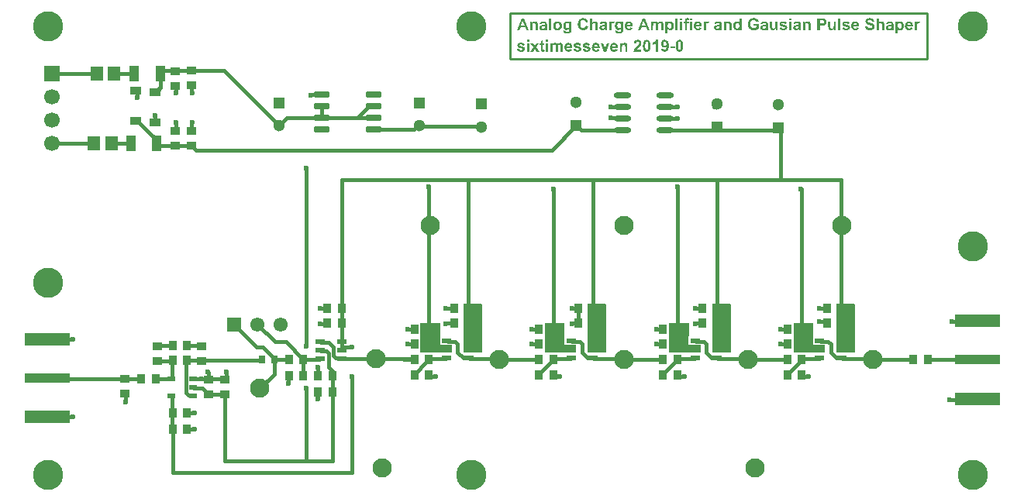
<source format=gtl>
G04*
G04 #@! TF.GenerationSoftware,Altium Limited,Altium Designer,19.0.15 (446)*
G04*
G04 Layer_Physical_Order=1*
G04 Layer_Color=255*
%FSLAX25Y25*%
%MOIN*%
G70*
G01*
G75*
%ADD12C,0.01575*%
%ADD14C,0.01000*%
%ADD17R,0.03543X0.03937*%
%ADD18R,0.04331X0.02362*%
%ADD19R,0.19685X0.03937*%
%ADD20R,0.19685X0.05512*%
%ADD21R,0.03937X0.03543*%
%ADD22R,0.02756X0.03543*%
%ADD23R,0.03543X0.02362*%
%ADD24O,0.07480X0.02362*%
%ADD25R,0.03937X0.07087*%
%ADD26R,0.05472X0.06260*%
%ADD27R,0.04803X0.03602*%
G04:AMPARAMS|DCode=28|XSize=25.59mil|YSize=64.96mil|CornerRadius=1.92mil|HoleSize=0mil|Usage=FLASHONLY|Rotation=270.000|XOffset=0mil|YOffset=0mil|HoleType=Round|Shape=RoundedRectangle|*
%AMROUNDEDRECTD28*
21,1,0.02559,0.06112,0,0,270.0*
21,1,0.02175,0.06496,0,0,270.0*
1,1,0.00384,-0.03056,-0.01088*
1,1,0.00384,-0.03056,0.01088*
1,1,0.00384,0.03056,0.01088*
1,1,0.00384,0.03056,-0.01088*
%
%ADD28ROUNDEDRECTD28*%
%ADD51C,0.08268*%
%ADD52R,0.05118X0.05118*%
%ADD53C,0.05118*%
%ADD54C,0.06102*%
%ADD55R,0.06102X0.06102*%
%ADD56R,0.06693X0.06693*%
%ADD57C,0.06693*%
%ADD58C,0.02362*%
%ADD59C,0.12992*%
G36*
X279000Y331268D02*
X278980D01*
Y327646D01*
X282030D01*
X282169Y327618D01*
X284000D01*
Y324417D01*
X270500D01*
Y336917D01*
X279000D01*
Y331268D01*
D02*
G37*
G36*
X297000Y344917D02*
Y324417D01*
X289000D01*
Y345417D01*
X296500D01*
X297000Y344917D01*
D02*
G37*
G36*
X332500Y331268D02*
X332480D01*
Y327646D01*
X335530D01*
X335669Y327618D01*
X337500D01*
Y324417D01*
X324000D01*
Y336917D01*
X332500D01*
Y331268D01*
D02*
G37*
G36*
X350500Y344917D02*
Y324417D01*
X342500D01*
Y345417D01*
X350000D01*
X350500Y344917D01*
D02*
G37*
G36*
X385850Y331268D02*
X385831D01*
Y327646D01*
X388880D01*
X389020Y327618D01*
X390850D01*
Y324417D01*
X377350D01*
Y336917D01*
X385850D01*
Y331268D01*
D02*
G37*
G36*
X403850Y344917D02*
Y324417D01*
X395850D01*
Y345417D01*
X403350D01*
X403850Y344917D01*
D02*
G37*
G36*
X439350Y331268D02*
X439331D01*
Y327646D01*
X442380D01*
X442520Y327618D01*
X444350D01*
Y324417D01*
X430850D01*
Y336917D01*
X439350D01*
Y331268D01*
D02*
G37*
G36*
X457350Y344917D02*
Y324417D01*
X449350D01*
Y345417D01*
X456850D01*
X457350Y344917D01*
D02*
G37*
G36*
X385407Y468210D02*
X385450D01*
X385500Y468204D01*
X385554Y468199D01*
X385680Y468183D01*
X385816Y468161D01*
X385964Y468133D01*
X386111Y468090D01*
X385985Y467418D01*
X385975Y467424D01*
X385947Y467429D01*
X385898Y467440D01*
X385843Y467451D01*
X385772Y467462D01*
X385696Y467467D01*
X385614Y467478D01*
X385500D01*
X385461Y467473D01*
X385412Y467467D01*
X385363Y467456D01*
X385314Y467435D01*
X385265Y467413D01*
X385226Y467380D01*
X385221Y467375D01*
X385215Y467358D01*
X385199Y467336D01*
X385183Y467298D01*
X385166Y467243D01*
X385156Y467178D01*
X385145Y467101D01*
X385139Y467003D01*
Y466747D01*
X385860D01*
Y465988D01*
X385139D01*
Y463094D01*
X384173D01*
Y465988D01*
X383638D01*
Y466747D01*
X384173D01*
Y467020D01*
Y467025D01*
Y467041D01*
Y467063D01*
Y467096D01*
X384178Y467134D01*
Y467178D01*
X384184Y467276D01*
X384194Y467385D01*
X384216Y467500D01*
X384238Y467609D01*
X384255Y467658D01*
X384271Y467702D01*
X384276Y467713D01*
X384293Y467740D01*
X384315Y467778D01*
X384353Y467833D01*
X384402Y467888D01*
X384462Y467953D01*
X384539Y468013D01*
X384631Y468068D01*
X384637D01*
X384642Y468073D01*
X384659Y468084D01*
X384681Y468090D01*
X384735Y468117D01*
X384811Y468144D01*
X384910Y468166D01*
X385024Y468193D01*
X385156Y468210D01*
X385297Y468215D01*
X385368D01*
X385407Y468210D01*
D02*
G37*
G36*
X430004Y467238D02*
X429038D01*
Y468133D01*
X430004D01*
Y467238D01*
D02*
G37*
G36*
X387372Y467238D02*
X386406D01*
Y468133D01*
X387372D01*
Y467238D01*
D02*
G37*
G36*
X383075D02*
X382109D01*
Y468133D01*
X383075D01*
Y467238D01*
D02*
G37*
G36*
X463812Y468210D02*
X463894Y468204D01*
X463981Y468193D01*
X464085Y468183D01*
X464194Y468161D01*
X464304Y468139D01*
X464424Y468112D01*
X464544Y468079D01*
X464659Y468041D01*
X464773Y467991D01*
X464888Y467931D01*
X464992Y467871D01*
X465084Y467795D01*
X465090Y467790D01*
X465106Y467778D01*
X465128Y467751D01*
X465161Y467719D01*
X465199Y467680D01*
X465237Y467626D01*
X465281Y467566D01*
X465330Y467500D01*
X465374Y467424D01*
X465417Y467342D01*
X465461Y467249D01*
X465499Y467151D01*
X465538Y467047D01*
X465565Y466932D01*
X465581Y466812D01*
X465592Y466686D01*
X464577Y466648D01*
Y466654D01*
X464571Y466665D01*
Y466686D01*
X464566Y466708D01*
X464555Y466741D01*
X464544Y466779D01*
X464517Y466861D01*
X464478Y466949D01*
X464429Y467041D01*
X464369Y467129D01*
X464293Y467200D01*
X464282Y467205D01*
X464255Y467227D01*
X464205Y467254D01*
X464134Y467287D01*
X464042Y467320D01*
X463932Y467347D01*
X463801Y467369D01*
X463648Y467375D01*
X463578D01*
X463539Y467369D01*
X463496Y467364D01*
X463392Y467353D01*
X463283Y467331D01*
X463163Y467298D01*
X463053Y467249D01*
X462950Y467189D01*
X462944Y467183D01*
X462928Y467167D01*
X462900Y467140D01*
X462873Y467107D01*
X462840Y467063D01*
X462818Y467009D01*
X462797Y466949D01*
X462791Y466878D01*
Y466872D01*
Y466850D01*
X462797Y466812D01*
X462808Y466774D01*
X462829Y466725D01*
X462851Y466670D01*
X462889Y466621D01*
X462939Y466572D01*
X462950Y466566D01*
X462960Y466556D01*
X462982Y466545D01*
X463004Y466528D01*
X463037Y466512D01*
X463081Y466490D01*
X463130Y466468D01*
X463184Y466446D01*
X463250Y466419D01*
X463326Y466392D01*
X463414Y466364D01*
X463512Y466332D01*
X463621Y466299D01*
X463741Y466266D01*
X463872Y466233D01*
X463883D01*
X463905Y466228D01*
X463943Y466217D01*
X463992Y466206D01*
X464058Y466190D01*
X464123Y466168D01*
X464205Y466146D01*
X464287Y466124D01*
X464467Y466070D01*
X464648Y466010D01*
X464735Y465977D01*
X464822Y465944D01*
X464899Y465906D01*
X464970Y465873D01*
X464975D01*
X464986Y465862D01*
X465002Y465851D01*
X465030Y465840D01*
X465095Y465797D01*
X465177Y465742D01*
X465265Y465665D01*
X465357Y465578D01*
X465450Y465474D01*
X465532Y465360D01*
Y465354D01*
X465543Y465343D01*
X465549Y465327D01*
X465565Y465300D01*
X465581Y465267D01*
X465598Y465229D01*
X465614Y465185D01*
X465636Y465136D01*
X465652Y465081D01*
X465669Y465021D01*
X465701Y464885D01*
X465723Y464726D01*
X465734Y464557D01*
Y464552D01*
Y464541D01*
Y464513D01*
X465729Y464486D01*
Y464448D01*
X465723Y464399D01*
X465712Y464350D01*
X465701Y464295D01*
X465674Y464170D01*
X465630Y464033D01*
X465570Y463891D01*
X465532Y463815D01*
X465488Y463744D01*
Y463738D01*
X465478Y463727D01*
X465461Y463705D01*
X465445Y463684D01*
X465417Y463651D01*
X465390Y463613D01*
X465314Y463531D01*
X465215Y463443D01*
X465101Y463345D01*
X464964Y463258D01*
X464806Y463181D01*
X464801D01*
X464784Y463176D01*
X464762Y463165D01*
X464729Y463154D01*
X464686Y463137D01*
X464631Y463127D01*
X464571Y463110D01*
X464506Y463094D01*
X464429Y463072D01*
X464347Y463056D01*
X464255Y463045D01*
X464156Y463028D01*
X464058Y463017D01*
X463943Y463006D01*
X463829Y463001D01*
X463665D01*
X463616Y463006D01*
X463550D01*
X463474Y463012D01*
X463381Y463023D01*
X463277Y463039D01*
X463168Y463056D01*
X463048Y463077D01*
X462928Y463110D01*
X462808Y463143D01*
X462687Y463187D01*
X462567Y463236D01*
X462453Y463296D01*
X462344Y463361D01*
X462240Y463438D01*
X462234Y463443D01*
X462218Y463460D01*
X462191Y463487D01*
X462158Y463520D01*
X462120Y463569D01*
X462071Y463624D01*
X462021Y463689D01*
X461972Y463765D01*
X461918Y463853D01*
X461863Y463946D01*
X461814Y464055D01*
X461765Y464170D01*
X461721Y464295D01*
X461683Y464426D01*
X461650Y464573D01*
X461628Y464726D01*
X462616Y464825D01*
Y464819D01*
X462622Y464803D01*
X462627Y464776D01*
X462633Y464743D01*
X462644Y464699D01*
X462660Y464655D01*
X462693Y464546D01*
X462742Y464426D01*
X462808Y464300D01*
X462884Y464186D01*
X462928Y464137D01*
X462977Y464088D01*
X462982D01*
X462988Y464077D01*
X463004Y464066D01*
X463026Y464049D01*
X463053Y464033D01*
X463092Y464017D01*
X463130Y463995D01*
X463173Y463973D01*
X463283Y463929D01*
X463408Y463897D01*
X463556Y463869D01*
X463719Y463858D01*
X463769D01*
X463801Y463864D01*
X463845D01*
X463889Y463869D01*
X463998Y463886D01*
X464118Y463907D01*
X464244Y463946D01*
X464364Y463995D01*
X464418Y464028D01*
X464467Y464066D01*
X464473D01*
X464478Y464077D01*
X464506Y464104D01*
X464549Y464148D01*
X464593Y464202D01*
X464637Y464273D01*
X464680Y464361D01*
X464708Y464453D01*
X464719Y464502D01*
Y464552D01*
Y464557D01*
Y464584D01*
X464713Y464617D01*
X464708Y464655D01*
X464691Y464705D01*
X464675Y464759D01*
X464648Y464808D01*
X464609Y464857D01*
X464604Y464863D01*
X464588Y464879D01*
X464560Y464901D01*
X464528Y464934D01*
X464473Y464967D01*
X464413Y465005D01*
X464336Y465038D01*
X464244Y465076D01*
X464233Y465081D01*
X464222D01*
X464205Y465087D01*
X464184Y465092D01*
X464151Y465103D01*
X464118Y465114D01*
X464074Y465125D01*
X464025Y465141D01*
X463965Y465158D01*
X463900Y465174D01*
X463823Y465196D01*
X463741Y465218D01*
X463648Y465240D01*
X463545Y465267D01*
X463430Y465294D01*
X463419D01*
X463392Y465305D01*
X463354Y465316D01*
X463299Y465333D01*
X463228Y465349D01*
X463152Y465376D01*
X463070Y465403D01*
X462982Y465431D01*
X462791Y465507D01*
X462600Y465589D01*
X462513Y465638D01*
X462425Y465687D01*
X462349Y465736D01*
X462283Y465791D01*
X462278Y465797D01*
X462262Y465813D01*
X462240Y465835D01*
X462213Y465868D01*
X462174Y465906D01*
X462136Y465955D01*
X462092Y466010D01*
X462054Y466075D01*
X462010Y466146D01*
X461967Y466222D01*
X461929Y466310D01*
X461890Y466397D01*
X461863Y466490D01*
X461841Y466594D01*
X461825Y466698D01*
X461819Y466807D01*
Y466812D01*
Y466823D01*
Y466845D01*
X461825Y466872D01*
Y466905D01*
X461830Y466949D01*
X461847Y467041D01*
X461874Y467151D01*
X461912Y467276D01*
X461967Y467402D01*
X462038Y467527D01*
Y467533D01*
X462049Y467544D01*
X462060Y467560D01*
X462076Y467582D01*
X462131Y467642D01*
X462196Y467719D01*
X462289Y467800D01*
X462393Y467882D01*
X462524Y467964D01*
X462666Y468035D01*
X462671D01*
X462682Y468041D01*
X462709Y468051D01*
X462737Y468062D01*
X462780Y468079D01*
X462824Y468090D01*
X462879Y468106D01*
X462944Y468128D01*
X463015Y468144D01*
X463086Y468161D01*
X463168Y468172D01*
X463255Y468188D01*
X463354Y468199D01*
X463446Y468210D01*
X463659Y468215D01*
X463752D01*
X463812Y468210D01*
D02*
G37*
G36*
X413919Y468210D02*
X414001Y468204D01*
X414093Y468193D01*
X414192Y468183D01*
X414301Y468166D01*
X414416Y468144D01*
X414536Y468117D01*
X414656Y468090D01*
X414782Y468051D01*
X414902Y468002D01*
X415016Y467953D01*
X415125Y467893D01*
X415229Y467822D01*
X415235Y467817D01*
X415251Y467806D01*
X415278Y467784D01*
X415316Y467751D01*
X415355Y467707D01*
X415404Y467664D01*
X415458Y467604D01*
X415513Y467538D01*
X415573Y467467D01*
X415628Y467385D01*
X415688Y467293D01*
X415742Y467200D01*
X415792Y467096D01*
X415841Y466981D01*
X415879Y466861D01*
X415912Y466736D01*
X414902Y466545D01*
Y466550D01*
X414896Y466561D01*
X414891Y466583D01*
X414880Y466605D01*
X414869Y466637D01*
X414852Y466676D01*
X414809Y466757D01*
X414754Y466850D01*
X414683Y466949D01*
X414601Y467041D01*
X414498Y467129D01*
X414492D01*
X414487Y467140D01*
X414470Y467151D01*
X414443Y467162D01*
X414416Y467178D01*
X414383Y467200D01*
X414339Y467216D01*
X414295Y467238D01*
X414192Y467276D01*
X414066Y467314D01*
X413924Y467336D01*
X413766Y467347D01*
X413700D01*
X413657Y467342D01*
X413602Y467336D01*
X413537Y467325D01*
X413460Y467309D01*
X413384Y467293D01*
X413302Y467271D01*
X413214Y467243D01*
X413127Y467211D01*
X413040Y467167D01*
X412952Y467118D01*
X412865Y467063D01*
X412783Y466998D01*
X412707Y466921D01*
X412701Y466916D01*
X412690Y466899D01*
X412668Y466878D01*
X412647Y466839D01*
X412614Y466796D01*
X412581Y466741D01*
X412548Y466681D01*
X412510Y466605D01*
X412472Y466523D01*
X412439Y466430D01*
X412406Y466326D01*
X412374Y466212D01*
X412352Y466091D01*
X412330Y465960D01*
X412319Y465818D01*
X412314Y465665D01*
Y465655D01*
Y465627D01*
X412319Y465578D01*
Y465518D01*
X412324Y465442D01*
X412335Y465360D01*
X412346Y465262D01*
X412363Y465158D01*
X412385Y465054D01*
X412412Y464939D01*
X412445Y464830D01*
X412483Y464715D01*
X412527Y464606D01*
X412581Y464502D01*
X412641Y464404D01*
X412712Y464317D01*
X412718Y464311D01*
X412729Y464300D01*
X412756Y464273D01*
X412783Y464246D01*
X412827Y464213D01*
X412870Y464175D01*
X412930Y464137D01*
X412991Y464093D01*
X413062Y464049D01*
X413143Y464011D01*
X413225Y463973D01*
X413318Y463940D01*
X413422Y463913D01*
X413526Y463891D01*
X413635Y463875D01*
X413755Y463869D01*
X413810D01*
X413837Y463875D01*
X413875D01*
X413957Y463885D01*
X414055Y463902D01*
X414159Y463924D01*
X414274Y463951D01*
X414394Y463995D01*
X414399D01*
X414410Y464000D01*
X414427Y464006D01*
X414448Y464017D01*
X414508Y464044D01*
X414585Y464082D01*
X414672Y464126D01*
X414765Y464175D01*
X414858Y464229D01*
X414951Y464295D01*
Y464939D01*
X413788D01*
Y465791D01*
X415977D01*
Y463776D01*
X415972Y463771D01*
X415961Y463765D01*
X415944Y463749D01*
X415917Y463727D01*
X415884Y463700D01*
X415846Y463667D01*
X415797Y463634D01*
X415742Y463596D01*
X415677Y463553D01*
X415611Y463509D01*
X415535Y463465D01*
X415448Y463421D01*
X415360Y463372D01*
X415262Y463329D01*
X415158Y463279D01*
X415049Y463236D01*
X415043D01*
X415022Y463225D01*
X414989Y463214D01*
X414945Y463198D01*
X414891Y463181D01*
X414825Y463159D01*
X414749Y463143D01*
X414667Y463121D01*
X414579Y463099D01*
X414481Y463077D01*
X414383Y463056D01*
X414274Y463039D01*
X414050Y463012D01*
X413935Y463006D01*
X413821Y463001D01*
X413744D01*
X413690Y463006D01*
X413619Y463012D01*
X413537Y463017D01*
X413449Y463028D01*
X413351Y463045D01*
X413247Y463061D01*
X413138Y463083D01*
X413023Y463110D01*
X412903Y463137D01*
X412783Y463176D01*
X412668Y463219D01*
X412554Y463269D01*
X412439Y463329D01*
X412434Y463334D01*
X412412Y463345D01*
X412385Y463361D01*
X412341Y463389D01*
X412297Y463427D01*
X412237Y463465D01*
X412177Y463514D01*
X412112Y463574D01*
X412041Y463634D01*
X411970Y463705D01*
X411893Y463787D01*
X411822Y463869D01*
X411751Y463962D01*
X411680Y464060D01*
X411620Y464164D01*
X411560Y464279D01*
X411555Y464284D01*
X411549Y464306D01*
X411533Y464339D01*
X411516Y464388D01*
X411494Y464442D01*
X411467Y464513D01*
X411440Y464590D01*
X411413Y464677D01*
X411385Y464776D01*
X411358Y464879D01*
X411336Y464989D01*
X411309Y465103D01*
X411293Y465229D01*
X411276Y465354D01*
X411271Y465485D01*
X411265Y465622D01*
Y465633D01*
Y465655D01*
Y465698D01*
X411271Y465753D01*
X411276Y465824D01*
X411282Y465906D01*
X411293Y465993D01*
X411309Y466091D01*
X411325Y466195D01*
X411347Y466310D01*
X411374Y466424D01*
X411402Y466545D01*
X411440Y466665D01*
X411484Y466785D01*
X411533Y466905D01*
X411593Y467020D01*
X411598Y467025D01*
X411609Y467047D01*
X411626Y467080D01*
X411653Y467123D01*
X411691Y467172D01*
X411729Y467233D01*
X411778Y467298D01*
X411838Y467369D01*
X411899Y467446D01*
X411975Y467522D01*
X412051Y467598D01*
X412139Y467680D01*
X412232Y467757D01*
X412335Y467828D01*
X412445Y467899D01*
X412559Y467964D01*
X412565Y467970D01*
X412581Y467975D01*
X412608Y467986D01*
X412647Y468002D01*
X412696Y468024D01*
X412750Y468046D01*
X412816Y468068D01*
X412892Y468090D01*
X412974Y468112D01*
X413067Y468133D01*
X413165Y468155D01*
X413274Y468177D01*
X413389Y468193D01*
X413509Y468204D01*
X413635Y468215D01*
X413859D01*
X413919Y468210D01*
D02*
G37*
G36*
X340580Y468210D02*
X340646Y468204D01*
X340722Y468199D01*
X340815Y468188D01*
X340919Y468172D01*
X341028Y468144D01*
X341142Y468117D01*
X341263Y468079D01*
X341388Y468035D01*
X341514Y467980D01*
X341639Y467920D01*
X341765Y467844D01*
X341880Y467762D01*
X341994Y467664D01*
X342000Y467658D01*
X342011Y467648D01*
X342027Y467631D01*
X342049Y467604D01*
X342082Y467571D01*
X342114Y467533D01*
X342147Y467484D01*
X342191Y467429D01*
X342229Y467364D01*
X342273Y467298D01*
X342316Y467222D01*
X342360Y467140D01*
X342398Y467047D01*
X342442Y466954D01*
X342480Y466850D01*
X342513Y466741D01*
X341508Y466501D01*
Y466506D01*
X341503Y466517D01*
X341497Y466539D01*
X341492Y466566D01*
X341481Y466599D01*
X341465Y466637D01*
X341426Y466725D01*
X341377Y466823D01*
X341312Y466927D01*
X341230Y467025D01*
X341131Y467118D01*
X341126Y467123D01*
X341121Y467129D01*
X341104Y467140D01*
X341082Y467156D01*
X341055Y467172D01*
X341022Y467189D01*
X340940Y467233D01*
X340837Y467276D01*
X340722Y467309D01*
X340591Y467336D01*
X340444Y467347D01*
X340389D01*
X340351Y467342D01*
X340302Y467336D01*
X340247Y467325D01*
X340187Y467314D01*
X340121Y467298D01*
X340050Y467276D01*
X339974Y467249D01*
X339898Y467216D01*
X339821Y467178D01*
X339745Y467129D01*
X339674Y467074D01*
X339597Y467014D01*
X339532Y466943D01*
X339526Y466938D01*
X339515Y466927D01*
X339499Y466899D01*
X339477Y466867D01*
X339450Y466823D01*
X339422Y466768D01*
X339390Y466703D01*
X339363Y466627D01*
X339330Y466544D01*
X339297Y466446D01*
X339270Y466342D01*
X339242Y466222D01*
X339220Y466091D01*
X339204Y465955D01*
X339193Y465802D01*
X339188Y465638D01*
Y465627D01*
Y465594D01*
Y465545D01*
X339193Y465485D01*
X339199Y465403D01*
X339204Y465316D01*
X339215Y465218D01*
X339231Y465109D01*
X339270Y464885D01*
X339297Y464776D01*
X339330Y464661D01*
X339368Y464552D01*
X339417Y464453D01*
X339466Y464361D01*
X339526Y464279D01*
X339532Y464273D01*
X339543Y464262D01*
X339564Y464240D01*
X339586Y464213D01*
X339625Y464186D01*
X339663Y464153D01*
X339712Y464115D01*
X339767Y464077D01*
X339827Y464038D01*
X339898Y464000D01*
X339968Y463967D01*
X340050Y463940D01*
X340132Y463913D01*
X340225Y463891D01*
X340323Y463880D01*
X340422Y463875D01*
X340460D01*
X340487Y463880D01*
X340526D01*
X340564Y463891D01*
X340662Y463907D01*
X340771Y463940D01*
X340886Y463984D01*
X341001Y464049D01*
X341060Y464088D01*
X341115Y464131D01*
X341121Y464137D01*
X341126Y464142D01*
X341142Y464158D01*
X341164Y464180D01*
X341186Y464208D01*
X341213Y464240D01*
X341246Y464284D01*
X341279Y464328D01*
X341312Y464382D01*
X341350Y464442D01*
X341383Y464508D01*
X341421Y464584D01*
X341454Y464661D01*
X341486Y464748D01*
X341514Y464847D01*
X341541Y464945D01*
X342529Y464639D01*
Y464628D01*
X342518Y464601D01*
X342507Y464563D01*
X342486Y464502D01*
X342458Y464437D01*
X342431Y464355D01*
X342393Y464268D01*
X342349Y464175D01*
X342300Y464077D01*
X342245Y463973D01*
X342180Y463869D01*
X342114Y463771D01*
X342038Y463667D01*
X341956Y463574D01*
X341869Y463487D01*
X341770Y463405D01*
X341765Y463400D01*
X341748Y463389D01*
X341716Y463367D01*
X341677Y463345D01*
X341623Y463312D01*
X341563Y463279D01*
X341492Y463241D01*
X341405Y463208D01*
X341317Y463170D01*
X341213Y463132D01*
X341104Y463099D01*
X340984Y463066D01*
X340859Y463045D01*
X340722Y463023D01*
X340580Y463012D01*
X340433Y463006D01*
X340389D01*
X340334Y463012D01*
X340263Y463017D01*
X340181Y463028D01*
X340083Y463045D01*
X339968Y463061D01*
X339848Y463094D01*
X339723Y463127D01*
X339586Y463176D01*
X339450Y463230D01*
X339313Y463296D01*
X339177Y463372D01*
X339040Y463465D01*
X338909Y463569D01*
X338784Y463689D01*
X338778Y463694D01*
X338756Y463722D01*
X338724Y463760D01*
X338685Y463814D01*
X338636Y463885D01*
X338582Y463967D01*
X338522Y464066D01*
X338462Y464180D01*
X338402Y464306D01*
X338341Y464448D01*
X338287Y464601D01*
X338238Y464770D01*
X338199Y464950D01*
X338167Y465141D01*
X338145Y465343D01*
X338139Y465562D01*
Y465567D01*
Y465578D01*
Y465594D01*
Y465616D01*
Y465649D01*
X338145Y465682D01*
X338150Y465769D01*
X338161Y465873D01*
X338172Y465999D01*
X338194Y466135D01*
X338221Y466277D01*
X338254Y466435D01*
X338298Y466594D01*
X338347Y466757D01*
X338412Y466921D01*
X338483Y467080D01*
X338571Y467233D01*
X338669Y467380D01*
X338784Y467516D01*
X338789Y467522D01*
X338816Y467549D01*
X338849Y467582D01*
X338904Y467626D01*
X338969Y467680D01*
X339046Y467740D01*
X339139Y467800D01*
X339242Y467866D01*
X339357Y467931D01*
X339488Y467997D01*
X339625Y468051D01*
X339777Y468106D01*
X339941Y468150D01*
X340116Y468188D01*
X340302Y468210D01*
X340493Y468215D01*
X340536D01*
X340580Y468210D01*
D02*
G37*
G36*
X408524Y463094D02*
X407629D01*
Y463624D01*
X407618Y463613D01*
X407607Y463596D01*
X407591Y463580D01*
X407542Y463520D01*
X407481Y463454D01*
X407400Y463378D01*
X407312Y463296D01*
X407208Y463225D01*
X407099Y463159D01*
X407094D01*
X407088Y463154D01*
X407066Y463148D01*
X407045Y463137D01*
X406985Y463110D01*
X406908Y463088D01*
X406815Y463061D01*
X406712Y463034D01*
X406602Y463017D01*
X406488Y463012D01*
X406460D01*
X406428Y463017D01*
X406384D01*
X406329Y463028D01*
X406264Y463039D01*
X406193Y463056D01*
X406116Y463077D01*
X406035Y463099D01*
X405947Y463132D01*
X405860Y463176D01*
X405767Y463225D01*
X405680Y463279D01*
X405587Y463350D01*
X405499Y463427D01*
X405412Y463514D01*
X405407Y463520D01*
X405396Y463536D01*
X405368Y463569D01*
X405341Y463607D01*
X405308Y463662D01*
X405270Y463722D01*
X405232Y463798D01*
X405188Y463880D01*
X405145Y463978D01*
X405106Y464082D01*
X405068Y464202D01*
X405035Y464328D01*
X405008Y464464D01*
X404986Y464612D01*
X404970Y464770D01*
X404964Y464934D01*
Y464945D01*
Y464978D01*
X404970Y465021D01*
Y465087D01*
X404975Y465163D01*
X404986Y465251D01*
X405003Y465354D01*
X405019Y465458D01*
X405041Y465573D01*
X405068Y465687D01*
X405106Y465802D01*
X405145Y465922D01*
X405194Y466037D01*
X405254Y466146D01*
X405319Y466250D01*
X405396Y466343D01*
X405401Y466348D01*
X405417Y466364D01*
X405439Y466386D01*
X405472Y466419D01*
X405516Y466457D01*
X405570Y466495D01*
X405630Y466539D01*
X405696Y466588D01*
X405772Y466632D01*
X405860Y466676D01*
X405947Y466714D01*
X406045Y466752D01*
X406149Y466785D01*
X406258Y466807D01*
X406379Y466823D01*
X406499Y466828D01*
X406526D01*
X406559Y466823D01*
X406602D01*
X406657Y466812D01*
X406717Y466801D01*
X406782Y466785D01*
X406859Y466763D01*
X406941Y466736D01*
X407028Y466703D01*
X407116Y466659D01*
X407203Y466610D01*
X407296Y466556D01*
X407383Y466484D01*
X407471Y466408D01*
X407558Y466315D01*
Y468133D01*
X408524D01*
Y463094D01*
D02*
G37*
G36*
X373799Y466823D02*
X373837Y466818D01*
X373930Y466807D01*
X374033Y466790D01*
X374148Y466757D01*
X374263Y466719D01*
X374372Y466665D01*
X374377D01*
X374383Y466659D01*
X374416Y466632D01*
X374465Y466594D01*
X374530Y466545D01*
X374596Y466474D01*
X374667Y466392D01*
X374732Y466293D01*
X374787Y466184D01*
X374792Y466173D01*
X374798Y466157D01*
X374803Y466141D01*
X374809Y466113D01*
X374820Y466081D01*
X374831Y466048D01*
X374842Y466004D01*
X374847Y465949D01*
X374858Y465895D01*
X374869Y465835D01*
X374874Y465764D01*
X374880Y465693D01*
X374885Y465611D01*
X374891Y465518D01*
Y465425D01*
Y463094D01*
X373924D01*
Y465180D01*
Y465185D01*
Y465201D01*
Y465229D01*
Y465267D01*
X373919Y465311D01*
Y465360D01*
X373913Y465474D01*
X373897Y465589D01*
X373881Y465709D01*
X373870Y465758D01*
X373853Y465807D01*
X373837Y465851D01*
X373820Y465884D01*
X373815Y465895D01*
X373793Y465917D01*
X373766Y465949D01*
X373722Y465988D01*
X373662Y466026D01*
X373591Y466059D01*
X373509Y466081D01*
X373411Y466091D01*
X373378D01*
X373340Y466086D01*
X373285Y466075D01*
X373231Y466059D01*
X373165Y466037D01*
X373100Y466010D01*
X373029Y465966D01*
X373023Y465960D01*
X373002Y465944D01*
X372969Y465911D01*
X372931Y465873D01*
X372887Y465824D01*
X372843Y465758D01*
X372805Y465687D01*
X372772Y465600D01*
X372767Y465589D01*
Y465573D01*
X372761Y465556D01*
X372756Y465529D01*
X372750Y465496D01*
X372739Y465463D01*
X372734Y465420D01*
X372728Y465371D01*
X372718Y465311D01*
X372712Y465250D01*
X372707Y465185D01*
X372701Y465109D01*
Y465027D01*
X372696Y464939D01*
Y464847D01*
Y463094D01*
X371729D01*
Y465092D01*
Y465098D01*
Y465114D01*
Y465141D01*
Y465180D01*
Y465223D01*
Y465272D01*
X371724Y465382D01*
X371718Y465496D01*
X371708Y465611D01*
X371702Y465660D01*
X371691Y465709D01*
X371686Y465747D01*
X371675Y465780D01*
Y465786D01*
X371664Y465807D01*
X371653Y465835D01*
X371637Y465868D01*
X371587Y465944D01*
X371555Y465982D01*
X371516Y466015D01*
X371511Y466020D01*
X371495Y466026D01*
X371473Y466037D01*
X371440Y466053D01*
X371396Y466070D01*
X371347Y466081D01*
X371287Y466086D01*
X371222Y466091D01*
X371183D01*
X371140Y466086D01*
X371085Y466075D01*
X371025Y466059D01*
X370959Y466037D01*
X370888Y466010D01*
X370817Y465966D01*
X370812Y465960D01*
X370790Y465944D01*
X370758Y465917D01*
X370719Y465878D01*
X370681Y465829D01*
X370637Y465769D01*
X370599Y465698D01*
X370566Y465616D01*
X370561Y465605D01*
Y465594D01*
X370555Y465573D01*
X370550Y465551D01*
X370545Y465518D01*
X370534Y465480D01*
X370528Y465442D01*
X370523Y465392D01*
X370512Y465338D01*
X370506Y465272D01*
X370501Y465207D01*
X370495Y465130D01*
Y465049D01*
X370490Y464961D01*
Y464868D01*
Y463094D01*
X369524D01*
Y466747D01*
X370413D01*
Y466244D01*
X370419Y466250D01*
X370435Y466272D01*
X370463Y466299D01*
X370501Y466337D01*
X370545Y466381D01*
X370599Y466430D01*
X370665Y466484D01*
X370736Y466539D01*
X370812Y466594D01*
X370899Y466643D01*
X370992Y466692D01*
X371091Y466736D01*
X371200Y466774D01*
X371309Y466801D01*
X371429Y466823D01*
X371549Y466828D01*
X371609D01*
X371637Y466823D01*
X371675D01*
X371757Y466812D01*
X371849Y466790D01*
X371953Y466768D01*
X372057Y466730D01*
X372155Y466681D01*
X372161D01*
X372166Y466676D01*
X372199Y466654D01*
X372248Y466621D01*
X372308Y466572D01*
X372374Y466512D01*
X372445Y466435D01*
X372516Y466348D01*
X372581Y466244D01*
X372587Y466250D01*
X372592Y466255D01*
X372603Y466272D01*
X372625Y466293D01*
X372674Y466342D01*
X372734Y466408D01*
X372816Y466479D01*
X372903Y466556D01*
X372996Y466621D01*
X373100Y466681D01*
X373105D01*
X373111Y466686D01*
X373127Y466697D01*
X373149Y466703D01*
X373203Y466730D01*
X373280Y466757D01*
X373367Y466779D01*
X373471Y466807D01*
X373580Y466823D01*
X373695Y466828D01*
X373761D01*
X373799Y466823D01*
D02*
G37*
G36*
X484779Y466823D02*
X484811Y466818D01*
X484893Y466807D01*
X484992Y466785D01*
X485101Y466752D01*
X485215Y466703D01*
X485330Y466643D01*
X485030Y465802D01*
X485019Y465807D01*
X484986Y465829D01*
X484942Y465851D01*
X484882Y465884D01*
X484811Y465911D01*
X484735Y465939D01*
X484658Y465955D01*
X484577Y465960D01*
X484544D01*
X484506Y465955D01*
X484456Y465944D01*
X484402Y465933D01*
X484347Y465911D01*
X484287Y465884D01*
X484233Y465846D01*
X484227Y465840D01*
X484211Y465824D01*
X484184Y465797D01*
X484151Y465753D01*
X484118Y465698D01*
X484080Y465627D01*
X484042Y465545D01*
X484009Y465442D01*
Y465436D01*
X484003Y465425D01*
Y465409D01*
X483998Y465382D01*
X483992Y465349D01*
X483987Y465300D01*
X483976Y465245D01*
X483971Y465180D01*
X483965Y465103D01*
X483954Y465016D01*
X483949Y464918D01*
X483943Y464803D01*
X483938Y464677D01*
Y464541D01*
X483932Y464388D01*
Y464219D01*
Y463094D01*
X482966D01*
Y466747D01*
X483861D01*
Y466222D01*
X483867Y466228D01*
X483872Y466239D01*
X483883Y466255D01*
X483900Y466283D01*
X483943Y466348D01*
X483998Y466425D01*
X484063Y466506D01*
X484129Y466583D01*
X484200Y466654D01*
X484238Y466686D01*
X484271Y466708D01*
X484282Y466714D01*
X484304Y466725D01*
X484342Y466747D01*
X484391Y466768D01*
X484456Y466790D01*
X484527Y466812D01*
X484604Y466823D01*
X484691Y466828D01*
X484746D01*
X484779Y466823D01*
D02*
G37*
G36*
X394044Y466823D02*
X394077Y466818D01*
X394159Y466807D01*
X394257Y466785D01*
X394367Y466752D01*
X394481Y466703D01*
X394596Y466643D01*
X394296Y465802D01*
X394285Y465807D01*
X394252Y465829D01*
X394208Y465851D01*
X394148Y465884D01*
X394077Y465911D01*
X394001Y465939D01*
X393924Y465955D01*
X393842Y465960D01*
X393810D01*
X393771Y465955D01*
X393722Y465944D01*
X393668Y465933D01*
X393613Y465911D01*
X393553Y465884D01*
X393498Y465846D01*
X393493Y465840D01*
X393477Y465824D01*
X393449Y465797D01*
X393417Y465753D01*
X393384Y465698D01*
X393345Y465627D01*
X393307Y465545D01*
X393274Y465442D01*
Y465436D01*
X393269Y465425D01*
Y465409D01*
X393264Y465382D01*
X393258Y465349D01*
X393253Y465300D01*
X393242Y465245D01*
X393236Y465180D01*
X393231Y465103D01*
X393220Y465016D01*
X393214Y464918D01*
X393209Y464803D01*
X393203Y464677D01*
Y464541D01*
X393198Y464388D01*
Y464219D01*
Y463094D01*
X392232D01*
Y466747D01*
X393127D01*
Y466222D01*
X393132Y466228D01*
X393138Y466239D01*
X393149Y466255D01*
X393165Y466283D01*
X393209Y466348D01*
X393264Y466424D01*
X393329Y466506D01*
X393395Y466583D01*
X393466Y466654D01*
X393504Y466686D01*
X393537Y466708D01*
X393548Y466714D01*
X393569Y466725D01*
X393608Y466747D01*
X393657Y466768D01*
X393722Y466790D01*
X393793Y466812D01*
X393870Y466823D01*
X393957Y466828D01*
X394012D01*
X394044Y466823D01*
D02*
G37*
G36*
X353378D02*
X353411Y466818D01*
X353493Y466807D01*
X353591Y466785D01*
X353700Y466752D01*
X353815Y466703D01*
X353930Y466643D01*
X353629Y465802D01*
X353619Y465807D01*
X353586Y465829D01*
X353542Y465851D01*
X353482Y465884D01*
X353411Y465911D01*
X353335Y465939D01*
X353258Y465955D01*
X353176Y465960D01*
X353144D01*
X353105Y465955D01*
X353056Y465944D01*
X353001Y465933D01*
X352947Y465911D01*
X352887Y465884D01*
X352832Y465846D01*
X352827Y465840D01*
X352810Y465824D01*
X352783Y465797D01*
X352750Y465753D01*
X352718Y465698D01*
X352679Y465627D01*
X352641Y465545D01*
X352608Y465442D01*
Y465436D01*
X352603Y465425D01*
Y465409D01*
X352597Y465382D01*
X352592Y465349D01*
X352587Y465300D01*
X352576Y465245D01*
X352570Y465180D01*
X352565Y465103D01*
X352554Y465016D01*
X352548Y464918D01*
X352543Y464803D01*
X352537Y464677D01*
Y464541D01*
X352532Y464388D01*
Y464219D01*
Y463094D01*
X351566D01*
Y466747D01*
X352461D01*
Y466222D01*
X352467Y466228D01*
X352472Y466239D01*
X352483Y466255D01*
X352499Y466283D01*
X352543Y466348D01*
X352597Y466424D01*
X352663Y466506D01*
X352729Y466583D01*
X352800Y466654D01*
X352838Y466686D01*
X352870Y466708D01*
X352881Y466714D01*
X352903Y466725D01*
X352941Y466747D01*
X352991Y466768D01*
X353056Y466790D01*
X353127Y466812D01*
X353204Y466823D01*
X353291Y466828D01*
X353345D01*
X353378Y466823D01*
D02*
G37*
G36*
X476862Y466823D02*
X476911D01*
X476965Y466812D01*
X477026Y466801D01*
X477096Y466785D01*
X477178Y466768D01*
X477260Y466741D01*
X477348Y466708D01*
X477435Y466665D01*
X477528Y466616D01*
X477621Y466561D01*
X477708Y466490D01*
X477795Y466413D01*
X477883Y466326D01*
X477888Y466321D01*
X477905Y466304D01*
X477926Y466277D01*
X477954Y466233D01*
X477986Y466184D01*
X478025Y466124D01*
X478063Y466048D01*
X478106Y465966D01*
X478150Y465873D01*
X478188Y465769D01*
X478227Y465655D01*
X478259Y465529D01*
X478287Y465398D01*
X478314Y465256D01*
X478325Y465103D01*
X478330Y464939D01*
Y464928D01*
Y464901D01*
X478325Y464852D01*
Y464786D01*
X478320Y464710D01*
X478309Y464623D01*
X478292Y464524D01*
X478276Y464415D01*
X478249Y464306D01*
X478221Y464186D01*
X478183Y464071D01*
X478139Y463951D01*
X478090Y463836D01*
X478030Y463722D01*
X477959Y463613D01*
X477883Y463514D01*
X477877Y463509D01*
X477861Y463492D01*
X477839Y463471D01*
X477801Y463438D01*
X477757Y463400D01*
X477708Y463356D01*
X477648Y463312D01*
X477577Y463263D01*
X477506Y463214D01*
X477419Y463170D01*
X477331Y463127D01*
X477233Y463088D01*
X477135Y463061D01*
X477026Y463034D01*
X476916Y463017D01*
X476796Y463012D01*
X476747D01*
X476687Y463017D01*
X476611Y463028D01*
X476529Y463039D01*
X476436Y463061D01*
X476337Y463094D01*
X476245Y463132D01*
X476234Y463137D01*
X476201Y463154D01*
X476152Y463187D01*
X476086Y463230D01*
X476010Y463285D01*
X475922Y463356D01*
X475830Y463443D01*
X475731Y463542D01*
Y461707D01*
X474765D01*
Y466747D01*
X475666D01*
Y466212D01*
X475677Y466217D01*
X475699Y466250D01*
X475737Y466304D01*
X475792Y466364D01*
X475857Y466435D01*
X475939Y466512D01*
X476032Y466588D01*
X476135Y466654D01*
X476141D01*
X476152Y466659D01*
X476168Y466670D01*
X476190Y466681D01*
X476217Y466692D01*
X476250Y466708D01*
X476332Y466741D01*
X476430Y466774D01*
X476545Y466801D01*
X476671Y466823D01*
X476802Y466828D01*
X476829D01*
X476862Y466823D01*
D02*
G37*
G36*
X377921Y466823D02*
X377970D01*
X378025Y466812D01*
X378085Y466801D01*
X378156Y466785D01*
X378238Y466768D01*
X378320Y466741D01*
X378407Y466708D01*
X378494Y466665D01*
X378587Y466615D01*
X378680Y466561D01*
X378767Y466490D01*
X378855Y466413D01*
X378942Y466326D01*
X378947Y466321D01*
X378964Y466304D01*
X378986Y466277D01*
X379013Y466233D01*
X379046Y466184D01*
X379084Y466124D01*
X379122Y466048D01*
X379166Y465966D01*
X379209Y465873D01*
X379248Y465769D01*
X379286Y465655D01*
X379319Y465529D01*
X379346Y465398D01*
X379373Y465256D01*
X379384Y465103D01*
X379390Y464939D01*
Y464928D01*
Y464901D01*
X379384Y464852D01*
Y464786D01*
X379379Y464710D01*
X379368Y464623D01*
X379351Y464524D01*
X379335Y464415D01*
X379308Y464306D01*
X379280Y464186D01*
X379242Y464071D01*
X379199Y463951D01*
X379150Y463836D01*
X379089Y463722D01*
X379018Y463613D01*
X378942Y463514D01*
X378937Y463509D01*
X378920Y463492D01*
X378898Y463471D01*
X378860Y463438D01*
X378816Y463400D01*
X378767Y463356D01*
X378707Y463312D01*
X378636Y463263D01*
X378565Y463214D01*
X378478Y463170D01*
X378391Y463127D01*
X378292Y463088D01*
X378194Y463061D01*
X378085Y463034D01*
X377976Y463017D01*
X377855Y463012D01*
X377806D01*
X377746Y463017D01*
X377670Y463028D01*
X377588Y463039D01*
X377495Y463061D01*
X377397Y463094D01*
X377304Y463132D01*
X377293Y463137D01*
X377260Y463154D01*
X377211Y463187D01*
X377146Y463230D01*
X377069Y463285D01*
X376982Y463356D01*
X376889Y463443D01*
X376791Y463542D01*
Y461707D01*
X375824D01*
Y466747D01*
X376725D01*
Y466212D01*
X376736Y466217D01*
X376758Y466250D01*
X376796Y466304D01*
X376851Y466364D01*
X376916Y466435D01*
X376998Y466512D01*
X377091Y466588D01*
X377195Y466654D01*
X377200D01*
X377211Y466659D01*
X377228Y466670D01*
X377249Y466681D01*
X377277Y466692D01*
X377309Y466708D01*
X377391Y466741D01*
X377490Y466774D01*
X377604Y466801D01*
X377730Y466823D01*
X377861Y466828D01*
X377888D01*
X377921Y466823D01*
D02*
G37*
G36*
X437102Y466823D02*
X437184Y466812D01*
X437271Y466801D01*
X437369Y466779D01*
X437473Y466747D01*
X437571Y466708D01*
X437577D01*
X437582Y466703D01*
X437615Y466686D01*
X437664Y466665D01*
X437719Y466627D01*
X437784Y466588D01*
X437850Y466534D01*
X437916Y466479D01*
X437970Y466413D01*
X437976Y466408D01*
X437992Y466381D01*
X438014Y466348D01*
X438047Y466299D01*
X438079Y466239D01*
X438107Y466168D01*
X438139Y466091D01*
X438161Y466010D01*
Y465999D01*
X438172Y465966D01*
X438177Y465917D01*
X438189Y465846D01*
X438199Y465753D01*
X438205Y465644D01*
X438216Y465513D01*
Y465360D01*
Y463094D01*
X437249D01*
Y464956D01*
Y464961D01*
Y464983D01*
Y465010D01*
Y465054D01*
Y465098D01*
X437244Y465152D01*
Y465272D01*
X437233Y465403D01*
X437222Y465529D01*
X437217Y465589D01*
X437206Y465638D01*
X437195Y465682D01*
X437184Y465720D01*
Y465726D01*
X437173Y465747D01*
X437156Y465780D01*
X437135Y465818D01*
X437107Y465862D01*
X437075Y465911D01*
X437031Y465955D01*
X436982Y465993D01*
X436976Y465999D01*
X436960Y466010D01*
X436927Y466026D01*
X436889Y466042D01*
X436840Y466059D01*
X436785Y466075D01*
X436725Y466086D01*
X436654Y466091D01*
X436611D01*
X436567Y466086D01*
X436501Y466075D01*
X436436Y466059D01*
X436359Y466031D01*
X436277Y465999D01*
X436201Y465949D01*
X436190Y465944D01*
X436168Y465922D01*
X436135Y465895D01*
X436092Y465851D01*
X436048Y465802D01*
X436004Y465736D01*
X435966Y465665D01*
X435933Y465584D01*
X435928Y465573D01*
Y465562D01*
X435923Y465540D01*
X435917Y465513D01*
X435912Y465480D01*
X435906Y465442D01*
X435901Y465398D01*
X435890Y465343D01*
X435884Y465283D01*
X435879Y465212D01*
X435873Y465136D01*
X435868Y465054D01*
Y464961D01*
X435862Y464857D01*
Y464748D01*
Y463094D01*
X434896D01*
Y466747D01*
X435791D01*
Y466206D01*
X435797Y466212D01*
X435813Y466233D01*
X435841Y466266D01*
X435879Y466304D01*
X435923Y466348D01*
X435983Y466403D01*
X436043Y466457D01*
X436119Y466517D01*
X436201Y466577D01*
X436294Y466632D01*
X436392Y466686D01*
X436496Y466730D01*
X436611Y466774D01*
X436731Y466801D01*
X436856Y466823D01*
X436987Y466828D01*
X437042D01*
X437102Y466823D01*
D02*
G37*
G36*
X403081D02*
X403163Y466812D01*
X403250Y466801D01*
X403348Y466779D01*
X403452Y466747D01*
X403550Y466708D01*
X403556D01*
X403561Y466703D01*
X403594Y466686D01*
X403643Y466665D01*
X403698Y466627D01*
X403763Y466588D01*
X403829Y466534D01*
X403894Y466479D01*
X403949Y466413D01*
X403954Y466408D01*
X403971Y466381D01*
X403993Y466348D01*
X404025Y466299D01*
X404058Y466239D01*
X404085Y466168D01*
X404118Y466091D01*
X404140Y466010D01*
Y465999D01*
X404151Y465966D01*
X404156Y465917D01*
X404167Y465846D01*
X404178Y465753D01*
X404184Y465644D01*
X404194Y465513D01*
Y465360D01*
Y463094D01*
X403228D01*
Y464956D01*
Y464961D01*
Y464983D01*
Y465010D01*
Y465054D01*
Y465098D01*
X403223Y465152D01*
Y465272D01*
X403212Y465403D01*
X403201Y465529D01*
X403195Y465589D01*
X403184Y465638D01*
X403173Y465682D01*
X403163Y465720D01*
Y465726D01*
X403152Y465747D01*
X403135Y465780D01*
X403113Y465818D01*
X403086Y465862D01*
X403053Y465911D01*
X403010Y465955D01*
X402961Y465993D01*
X402955Y465999D01*
X402939Y466010D01*
X402906Y466026D01*
X402868Y466042D01*
X402819Y466059D01*
X402764Y466075D01*
X402704Y466086D01*
X402633Y466091D01*
X402589D01*
X402546Y466086D01*
X402480Y466075D01*
X402415Y466059D01*
X402338Y466031D01*
X402256Y465999D01*
X402180Y465949D01*
X402169Y465944D01*
X402147Y465922D01*
X402114Y465895D01*
X402071Y465851D01*
X402027Y465802D01*
X401983Y465736D01*
X401945Y465665D01*
X401912Y465584D01*
X401907Y465573D01*
Y465562D01*
X401901Y465540D01*
X401896Y465513D01*
X401890Y465480D01*
X401885Y465442D01*
X401880Y465398D01*
X401869Y465343D01*
X401863Y465283D01*
X401858Y465212D01*
X401852Y465136D01*
X401847Y465054D01*
Y464961D01*
X401841Y464857D01*
Y464748D01*
Y463094D01*
X400875D01*
Y466747D01*
X401770D01*
Y466206D01*
X401776Y466212D01*
X401792Y466233D01*
X401819Y466266D01*
X401858Y466304D01*
X401901Y466348D01*
X401961Y466403D01*
X402021Y466457D01*
X402098Y466517D01*
X402180Y466577D01*
X402273Y466632D01*
X402371Y466686D01*
X402475Y466730D01*
X402589Y466774D01*
X402709Y466801D01*
X402835Y466823D01*
X402966Y466828D01*
X403021D01*
X403081Y466823D01*
D02*
G37*
G36*
X319794Y466823D02*
X319876Y466812D01*
X319963Y466801D01*
X320061Y466779D01*
X320165Y466747D01*
X320263Y466708D01*
X320269D01*
X320274Y466703D01*
X320307Y466686D01*
X320356Y466665D01*
X320411Y466627D01*
X320476Y466588D01*
X320542Y466534D01*
X320607Y466479D01*
X320662Y466413D01*
X320667Y466408D01*
X320684Y466381D01*
X320706Y466348D01*
X320738Y466299D01*
X320771Y466239D01*
X320798Y466168D01*
X320831Y466091D01*
X320853Y466010D01*
Y465999D01*
X320864Y465966D01*
X320869Y465917D01*
X320880Y465846D01*
X320891Y465753D01*
X320897Y465644D01*
X320908Y465513D01*
Y465360D01*
Y463094D01*
X319941D01*
Y464956D01*
Y464961D01*
Y464983D01*
Y465010D01*
Y465054D01*
Y465098D01*
X319936Y465152D01*
Y465272D01*
X319925Y465403D01*
X319914Y465529D01*
X319908Y465589D01*
X319898Y465638D01*
X319887Y465682D01*
X319876Y465720D01*
Y465726D01*
X319865Y465747D01*
X319848Y465780D01*
X319827Y465818D01*
X319799Y465862D01*
X319766Y465911D01*
X319723Y465955D01*
X319674Y465993D01*
X319668Y465999D01*
X319652Y466010D01*
X319619Y466026D01*
X319581Y466042D01*
X319532Y466059D01*
X319477Y466075D01*
X319417Y466086D01*
X319346Y466091D01*
X319302D01*
X319259Y466086D01*
X319193Y466075D01*
X319128Y466059D01*
X319051Y466031D01*
X318969Y465999D01*
X318893Y465949D01*
X318882Y465944D01*
X318860Y465922D01*
X318827Y465895D01*
X318784Y465851D01*
X318740Y465802D01*
X318696Y465736D01*
X318658Y465665D01*
X318625Y465584D01*
X318620Y465573D01*
Y465562D01*
X318615Y465540D01*
X318609Y465513D01*
X318603Y465480D01*
X318598Y465442D01*
X318593Y465398D01*
X318582Y465343D01*
X318576Y465283D01*
X318571Y465212D01*
X318565Y465136D01*
X318560Y465054D01*
Y464961D01*
X318554Y464857D01*
Y464748D01*
Y463094D01*
X317588D01*
Y466747D01*
X318483D01*
Y466206D01*
X318489Y466212D01*
X318505Y466233D01*
X318533Y466266D01*
X318571Y466304D01*
X318615Y466348D01*
X318674Y466403D01*
X318735Y466457D01*
X318811Y466517D01*
X318893Y466577D01*
X318986Y466632D01*
X319084Y466686D01*
X319188Y466730D01*
X319302Y466774D01*
X319423Y466801D01*
X319548Y466823D01*
X319679Y466828D01*
X319734D01*
X319794Y466823D01*
D02*
G37*
G36*
X453547Y466823D02*
X453613D01*
X453684Y466818D01*
X453760Y466807D01*
X453848Y466796D01*
X454028Y466768D01*
X454208Y466725D01*
X454301Y466698D01*
X454383Y466665D01*
X454465Y466627D01*
X454536Y466583D01*
X454541D01*
X454552Y466572D01*
X454568Y466556D01*
X454596Y466539D01*
X454623Y466512D01*
X454661Y466479D01*
X454694Y466441D01*
X454738Y466403D01*
X454776Y466354D01*
X454820Y466299D01*
X454863Y466239D01*
X454907Y466173D01*
X454945Y466108D01*
X454983Y466031D01*
X455044Y465862D01*
X454132Y465693D01*
Y465704D01*
X454121Y465726D01*
X454104Y465764D01*
X454082Y465813D01*
X454050Y465868D01*
X454011Y465922D01*
X453962Y465971D01*
X453908Y466020D01*
X453902Y466026D01*
X453875Y466037D01*
X453842Y466059D01*
X453788Y466081D01*
X453722Y466097D01*
X453646Y466119D01*
X453547Y466130D01*
X453444Y466135D01*
X453384D01*
X453318Y466130D01*
X453236Y466124D01*
X453149Y466108D01*
X453056Y466091D01*
X452974Y466064D01*
X452903Y466026D01*
X452898Y466020D01*
X452887Y466015D01*
X452870Y465993D01*
X452849Y465971D01*
X452827Y465944D01*
X452810Y465911D01*
X452799Y465873D01*
X452794Y465829D01*
Y465824D01*
Y465813D01*
X452799Y465791D01*
X452805Y465769D01*
X452816Y465742D01*
X452832Y465715D01*
X452854Y465682D01*
X452887Y465655D01*
X452892Y465649D01*
X452903Y465644D01*
X452919Y465638D01*
X452941Y465627D01*
X452969Y465616D01*
X453007Y465600D01*
X453051Y465584D01*
X453100Y465567D01*
X453165Y465545D01*
X453236Y465523D01*
X453324Y465496D01*
X453416Y465474D01*
X453526Y465442D01*
X453651Y465414D01*
X453788Y465382D01*
X453799D01*
X453820Y465376D01*
X453859Y465365D01*
X453913Y465349D01*
X453973Y465332D01*
X454050Y465311D01*
X454126Y465289D01*
X454214Y465262D01*
X454388Y465201D01*
X454568Y465125D01*
X454650Y465087D01*
X454727Y465043D01*
X454803Y464999D01*
X454863Y464950D01*
X454869Y464945D01*
X454874Y464939D01*
X454891Y464923D01*
X454912Y464901D01*
X454934Y464879D01*
X454962Y464847D01*
X454989Y464808D01*
X455016Y464765D01*
X455071Y464661D01*
X455120Y464541D01*
X455158Y464399D01*
X455164Y464317D01*
X455169Y464235D01*
Y464229D01*
Y464213D01*
Y464186D01*
X455164Y464153D01*
X455158Y464109D01*
X455147Y464055D01*
X455136Y464000D01*
X455115Y463940D01*
X455093Y463875D01*
X455065Y463804D01*
X455033Y463733D01*
X454994Y463662D01*
X454945Y463585D01*
X454885Y463514D01*
X454825Y463443D01*
X454749Y463372D01*
X454743Y463367D01*
X454727Y463356D01*
X454705Y463340D01*
X454672Y463318D01*
X454629Y463290D01*
X454574Y463258D01*
X454508Y463225D01*
X454437Y463192D01*
X454355Y463159D01*
X454263Y463127D01*
X454159Y463094D01*
X454050Y463067D01*
X453930Y463045D01*
X453799Y463028D01*
X453657Y463017D01*
X453509Y463012D01*
X453438D01*
X453384Y463017D01*
X453324Y463023D01*
X453247Y463028D01*
X453171Y463039D01*
X453083Y463050D01*
X452892Y463083D01*
X452696Y463137D01*
X452597Y463176D01*
X452499Y463214D01*
X452412Y463258D01*
X452324Y463312D01*
X452319Y463318D01*
X452308Y463329D01*
X452286Y463345D01*
X452253Y463367D01*
X452221Y463400D01*
X452182Y463432D01*
X452139Y463476D01*
X452095Y463525D01*
X452046Y463585D01*
X451997Y463645D01*
X451953Y463711D01*
X451904Y463787D01*
X451860Y463864D01*
X451822Y463946D01*
X451789Y464038D01*
X451762Y464131D01*
X452728Y464279D01*
Y464273D01*
X452734Y464268D01*
X452739Y464235D01*
X452756Y464180D01*
X452783Y464120D01*
X452816Y464049D01*
X452859Y463978D01*
X452909Y463913D01*
X452974Y463853D01*
X452985Y463847D01*
X453007Y463831D01*
X453051Y463809D01*
X453111Y463782D01*
X453187Y463755D01*
X453280Y463733D01*
X453384Y463716D01*
X453504Y463711D01*
X453564D01*
X453597Y463716D01*
X453635D01*
X453717Y463727D01*
X453809Y463744D01*
X453902Y463771D01*
X453990Y463804D01*
X454066Y463847D01*
X454072Y463853D01*
X454088Y463864D01*
X454110Y463885D01*
X454132Y463913D01*
X454153Y463951D01*
X454175Y463995D01*
X454192Y464044D01*
X454197Y464104D01*
Y464109D01*
Y464120D01*
X454192Y464142D01*
X454186Y464170D01*
X454170Y464224D01*
X454148Y464257D01*
X454126Y464284D01*
X454121Y464290D01*
X454110Y464295D01*
X454088Y464311D01*
X454061Y464328D01*
X454017Y464350D01*
X453962Y464371D01*
X453891Y464393D01*
X453804Y464415D01*
X453799D01*
X453793Y464421D01*
X453777D01*
X453755Y464426D01*
X453695Y464442D01*
X453618Y464459D01*
X453526Y464481D01*
X453422Y464508D01*
X453307Y464535D01*
X453182Y464568D01*
X452936Y464644D01*
X452810Y464683D01*
X452690Y464721D01*
X452581Y464765D01*
X452483Y464803D01*
X452395Y464847D01*
X452330Y464885D01*
X452324Y464890D01*
X452314Y464901D01*
X452292Y464918D01*
X452264Y464939D01*
X452232Y464967D01*
X452193Y465005D01*
X452155Y465049D01*
X452117Y465098D01*
X452073Y465152D01*
X452035Y465212D01*
X451997Y465283D01*
X451964Y465354D01*
X451937Y465436D01*
X451915Y465518D01*
X451904Y465611D01*
X451898Y465704D01*
Y465709D01*
Y465726D01*
Y465747D01*
X451904Y465786D01*
X451909Y465824D01*
X451920Y465873D01*
X451931Y465922D01*
X451948Y465982D01*
X451991Y466108D01*
X452019Y466173D01*
X452057Y466239D01*
X452101Y466310D01*
X452150Y466375D01*
X452204Y466441D01*
X452270Y466501D01*
X452275Y466506D01*
X452286Y466517D01*
X452308Y466534D01*
X452341Y466550D01*
X452379Y466577D01*
X452428Y466605D01*
X452488Y466632D01*
X452554Y466665D01*
X452630Y466698D01*
X452717Y466725D01*
X452810Y466752D01*
X452914Y466779D01*
X453029Y466796D01*
X453154Y466812D01*
X453285Y466823D01*
X453427Y466828D01*
X453498D01*
X453547Y466823D01*
D02*
G37*
G36*
X426564D02*
X426630D01*
X426701Y466818D01*
X426777Y466807D01*
X426864Y466796D01*
X427045Y466768D01*
X427225Y466725D01*
X427318Y466698D01*
X427399Y466665D01*
X427481Y466627D01*
X427552Y466583D01*
X427558D01*
X427569Y466572D01*
X427585Y466556D01*
X427612Y466539D01*
X427640Y466512D01*
X427678Y466479D01*
X427711Y466441D01*
X427754Y466403D01*
X427793Y466354D01*
X427836Y466299D01*
X427880Y466239D01*
X427924Y466173D01*
X427962Y466108D01*
X428000Y466031D01*
X428060Y465862D01*
X427148Y465693D01*
Y465704D01*
X427137Y465726D01*
X427121Y465764D01*
X427099Y465813D01*
X427066Y465868D01*
X427028Y465922D01*
X426979Y465971D01*
X426925Y466020D01*
X426919Y466026D01*
X426892Y466037D01*
X426859Y466059D01*
X426804Y466081D01*
X426739Y466097D01*
X426662Y466119D01*
X426564Y466130D01*
X426460Y466135D01*
X426400D01*
X426335Y466130D01*
X426253Y466124D01*
X426165Y466108D01*
X426073Y466091D01*
X425991Y466064D01*
X425920Y466026D01*
X425914Y466020D01*
X425904Y466015D01*
X425887Y465993D01*
X425865Y465971D01*
X425843Y465944D01*
X425827Y465911D01*
X425816Y465873D01*
X425811Y465829D01*
Y465824D01*
Y465813D01*
X425816Y465791D01*
X425822Y465769D01*
X425833Y465742D01*
X425849Y465715D01*
X425871Y465682D01*
X425904Y465655D01*
X425909Y465649D01*
X425920Y465644D01*
X425936Y465638D01*
X425958Y465627D01*
X425985Y465616D01*
X426024Y465600D01*
X426067Y465584D01*
X426116Y465567D01*
X426182Y465545D01*
X426253Y465523D01*
X426340Y465496D01*
X426433Y465474D01*
X426542Y465442D01*
X426668Y465414D01*
X426804Y465382D01*
X426815D01*
X426837Y465376D01*
X426875Y465365D01*
X426930Y465349D01*
X426990Y465332D01*
X427066Y465311D01*
X427143Y465289D01*
X427230Y465262D01*
X427405Y465201D01*
X427585Y465125D01*
X427667Y465087D01*
X427743Y465043D01*
X427820Y464999D01*
X427880Y464950D01*
X427885Y464945D01*
X427891Y464939D01*
X427907Y464923D01*
X427929Y464901D01*
X427951Y464879D01*
X427978Y464847D01*
X428006Y464808D01*
X428033Y464765D01*
X428088Y464661D01*
X428137Y464541D01*
X428175Y464399D01*
X428180Y464317D01*
X428186Y464235D01*
Y464229D01*
Y464213D01*
Y464186D01*
X428180Y464153D01*
X428175Y464109D01*
X428164Y464055D01*
X428153Y464000D01*
X428131Y463940D01*
X428109Y463875D01*
X428082Y463804D01*
X428049Y463733D01*
X428011Y463662D01*
X427962Y463585D01*
X427902Y463514D01*
X427842Y463443D01*
X427765Y463372D01*
X427760Y463367D01*
X427743Y463356D01*
X427722Y463340D01*
X427689Y463318D01*
X427645Y463290D01*
X427591Y463258D01*
X427525Y463225D01*
X427454Y463192D01*
X427372Y463159D01*
X427279Y463127D01*
X427176Y463094D01*
X427066Y463067D01*
X426946Y463045D01*
X426815Y463028D01*
X426673Y463017D01*
X426526Y463012D01*
X426455D01*
X426400Y463017D01*
X426340Y463023D01*
X426264Y463028D01*
X426187Y463039D01*
X426100Y463050D01*
X425909Y463083D01*
X425712Y463137D01*
X425614Y463176D01*
X425516Y463214D01*
X425428Y463258D01*
X425341Y463312D01*
X425336Y463318D01*
X425325Y463329D01*
X425303Y463345D01*
X425270Y463367D01*
X425237Y463400D01*
X425199Y463432D01*
X425155Y463476D01*
X425112Y463525D01*
X425063Y463585D01*
X425013Y463645D01*
X424970Y463711D01*
X424921Y463787D01*
X424877Y463864D01*
X424839Y463946D01*
X424806Y464038D01*
X424779Y464131D01*
X425745Y464279D01*
Y464273D01*
X425751Y464268D01*
X425756Y464235D01*
X425772Y464180D01*
X425800Y464120D01*
X425833Y464049D01*
X425876Y463978D01*
X425925Y463913D01*
X425991Y463853D01*
X426002Y463847D01*
X426024Y463831D01*
X426067Y463809D01*
X426127Y463782D01*
X426204Y463755D01*
X426297Y463733D01*
X426400Y463716D01*
X426520Y463711D01*
X426580D01*
X426613Y463716D01*
X426651D01*
X426733Y463727D01*
X426826Y463744D01*
X426919Y463771D01*
X427006Y463804D01*
X427083Y463847D01*
X427088Y463853D01*
X427105Y463864D01*
X427127Y463885D01*
X427148Y463913D01*
X427170Y463951D01*
X427192Y463995D01*
X427208Y464044D01*
X427214Y464104D01*
Y464109D01*
Y464120D01*
X427208Y464142D01*
X427203Y464170D01*
X427187Y464224D01*
X427165Y464257D01*
X427143Y464284D01*
X427137Y464290D01*
X427127Y464295D01*
X427105Y464311D01*
X427077Y464328D01*
X427034Y464350D01*
X426979Y464371D01*
X426908Y464393D01*
X426821Y464415D01*
X426815D01*
X426810Y464421D01*
X426793D01*
X426772Y464426D01*
X426712Y464442D01*
X426635Y464459D01*
X426542Y464481D01*
X426439Y464508D01*
X426324Y464535D01*
X426198Y464568D01*
X425953Y464644D01*
X425827Y464683D01*
X425707Y464721D01*
X425598Y464765D01*
X425499Y464803D01*
X425412Y464847D01*
X425347Y464885D01*
X425341Y464890D01*
X425330Y464901D01*
X425308Y464918D01*
X425281Y464939D01*
X425248Y464967D01*
X425210Y465005D01*
X425172Y465049D01*
X425134Y465098D01*
X425090Y465152D01*
X425052Y465212D01*
X425013Y465283D01*
X424981Y465354D01*
X424953Y465436D01*
X424932Y465518D01*
X424921Y465611D01*
X424915Y465704D01*
Y465709D01*
Y465726D01*
Y465747D01*
X424921Y465786D01*
X424926Y465824D01*
X424937Y465873D01*
X424948Y465922D01*
X424964Y465982D01*
X425008Y466108D01*
X425035Y466173D01*
X425073Y466239D01*
X425117Y466310D01*
X425166Y466375D01*
X425221Y466441D01*
X425286Y466501D01*
X425292Y466506D01*
X425303Y466517D01*
X425325Y466534D01*
X425357Y466550D01*
X425396Y466577D01*
X425445Y466605D01*
X425505Y466632D01*
X425570Y466665D01*
X425647Y466698D01*
X425734Y466725D01*
X425827Y466752D01*
X425931Y466779D01*
X426045Y466796D01*
X426171Y466812D01*
X426302Y466823D01*
X426444Y466828D01*
X426515D01*
X426564Y466823D01*
D02*
G37*
G36*
X449147Y463094D02*
X448251D01*
Y463634D01*
X448240Y463629D01*
X448229Y463613D01*
X448213Y463591D01*
X448169Y463536D01*
X448109Y463471D01*
X448033Y463400D01*
X447945Y463318D01*
X447836Y463247D01*
X447722Y463176D01*
X447716D01*
X447705Y463170D01*
X447689Y463159D01*
X447667Y463148D01*
X447634Y463137D01*
X447602Y463127D01*
X447514Y463094D01*
X447416Y463067D01*
X447296Y463039D01*
X447170Y463017D01*
X447039Y463012D01*
X446979D01*
X446946Y463017D01*
X446908Y463023D01*
X446821Y463034D01*
X446717Y463050D01*
X446608Y463077D01*
X446493Y463116D01*
X446379Y463170D01*
X446373D01*
X446368Y463176D01*
X446351Y463187D01*
X446329Y463203D01*
X446280Y463236D01*
X446220Y463290D01*
X446149Y463350D01*
X446078Y463432D01*
X446013Y463520D01*
X445958Y463624D01*
Y463629D01*
X445953Y463640D01*
X445947Y463656D01*
X445936Y463678D01*
X445931Y463705D01*
X445920Y463744D01*
X445909Y463787D01*
X445898Y463836D01*
X445882Y463891D01*
X445871Y463951D01*
X445860Y464017D01*
X445854Y464088D01*
X445843Y464164D01*
X445838Y464251D01*
X445832Y464431D01*
Y466747D01*
X446799D01*
Y465065D01*
Y465054D01*
Y465032D01*
Y464994D01*
Y464945D01*
Y464879D01*
X446804Y464814D01*
Y464737D01*
Y464661D01*
X446810Y464497D01*
X446815Y464415D01*
X446821Y464344D01*
X446826Y464273D01*
X446832Y464213D01*
X446837Y464159D01*
X446848Y464120D01*
X446853Y464115D01*
X446859Y464093D01*
X446875Y464060D01*
X446892Y464022D01*
X446919Y463978D01*
X446952Y463935D01*
X446990Y463891D01*
X447039Y463847D01*
X447045Y463842D01*
X447066Y463831D01*
X447094Y463815D01*
X447137Y463798D01*
X447192Y463782D01*
X447252Y463765D01*
X447323Y463755D01*
X447400Y463749D01*
X447443D01*
X447487Y463755D01*
X447547Y463765D01*
X447612Y463782D01*
X447689Y463804D01*
X447765Y463836D01*
X447836Y463880D01*
X447847Y463885D01*
X447869Y463907D01*
X447902Y463935D01*
X447945Y463973D01*
X447989Y464022D01*
X448033Y464082D01*
X448071Y464148D01*
X448104Y464219D01*
X448109Y464229D01*
Y464240D01*
X448115Y464262D01*
X448120Y464290D01*
X448126Y464322D01*
X448137Y464366D01*
X448142Y464415D01*
X448147Y464475D01*
X448158Y464546D01*
X448164Y464628D01*
X448169Y464721D01*
X448175Y464819D01*
Y464934D01*
X448180Y465060D01*
Y465201D01*
Y466747D01*
X449147D01*
Y463094D01*
D02*
G37*
G36*
X424118D02*
X423223D01*
Y463634D01*
X423212Y463629D01*
X423201Y463613D01*
X423184Y463591D01*
X423141Y463536D01*
X423081Y463471D01*
X423004Y463400D01*
X422917Y463318D01*
X422808Y463247D01*
X422693Y463176D01*
X422687D01*
X422677Y463170D01*
X422660Y463159D01*
X422638Y463148D01*
X422606Y463137D01*
X422573Y463127D01*
X422485Y463094D01*
X422387Y463067D01*
X422267Y463039D01*
X422142Y463017D01*
X422011Y463012D01*
X421950D01*
X421918Y463017D01*
X421879Y463023D01*
X421792Y463034D01*
X421688Y463050D01*
X421579Y463077D01*
X421464Y463116D01*
X421350Y463170D01*
X421344D01*
X421339Y463176D01*
X421322Y463187D01*
X421301Y463203D01*
X421252Y463236D01*
X421192Y463290D01*
X421121Y463350D01*
X421049Y463432D01*
X420984Y463520D01*
X420929Y463624D01*
Y463629D01*
X420924Y463640D01*
X420919Y463656D01*
X420908Y463678D01*
X420902Y463705D01*
X420891Y463744D01*
X420880Y463787D01*
X420869Y463836D01*
X420853Y463891D01*
X420842Y463951D01*
X420831Y464017D01*
X420826Y464088D01*
X420815Y464164D01*
X420809Y464251D01*
X420804Y464431D01*
Y466747D01*
X421770D01*
Y465065D01*
Y465054D01*
Y465032D01*
Y464994D01*
Y464945D01*
Y464879D01*
X421776Y464814D01*
Y464737D01*
Y464661D01*
X421781Y464497D01*
X421787Y464415D01*
X421792Y464344D01*
X421798Y464273D01*
X421803Y464213D01*
X421808Y464159D01*
X421819Y464120D01*
X421825Y464115D01*
X421830Y464093D01*
X421847Y464060D01*
X421863Y464022D01*
X421890Y463978D01*
X421923Y463935D01*
X421961Y463891D01*
X422011Y463847D01*
X422016Y463842D01*
X422038Y463831D01*
X422065Y463815D01*
X422109Y463798D01*
X422163Y463782D01*
X422223Y463765D01*
X422294Y463755D01*
X422371Y463749D01*
X422414D01*
X422458Y463755D01*
X422518Y463765D01*
X422584Y463782D01*
X422660Y463804D01*
X422737Y463836D01*
X422808Y463880D01*
X422819Y463885D01*
X422840Y463907D01*
X422873Y463935D01*
X422917Y463973D01*
X422961Y464022D01*
X423004Y464082D01*
X423042Y464148D01*
X423075Y464219D01*
X423081Y464229D01*
Y464240D01*
X423086Y464262D01*
X423092Y464290D01*
X423097Y464322D01*
X423108Y464366D01*
X423113Y464415D01*
X423119Y464475D01*
X423130Y464546D01*
X423135Y464628D01*
X423141Y464721D01*
X423146Y464819D01*
Y464934D01*
X423152Y465060D01*
Y465201D01*
Y466747D01*
X424118D01*
Y463094D01*
D02*
G37*
G36*
X472466Y466823D02*
X472532D01*
X472597Y466818D01*
X472674Y466807D01*
X472832Y466790D01*
X472991Y466763D01*
X473143Y466725D01*
X473209Y466698D01*
X473274Y466670D01*
X473280D01*
X473291Y466665D01*
X473307Y466654D01*
X473324Y466643D01*
X473384Y466610D01*
X473449Y466566D01*
X473526Y466506D01*
X473597Y466441D01*
X473668Y466364D01*
X473722Y466283D01*
X473728Y466272D01*
X473733Y466255D01*
X473744Y466239D01*
X473755Y466212D01*
X473766Y466173D01*
X473777Y466135D01*
X473788Y466086D01*
X473799Y466031D01*
X473809Y465971D01*
X473820Y465900D01*
X473831Y465818D01*
X473842Y465731D01*
X473848Y465638D01*
X473853Y465534D01*
Y465420D01*
X473837Y464290D01*
Y464284D01*
Y464268D01*
Y464246D01*
Y464213D01*
Y464170D01*
Y464126D01*
X473842Y464022D01*
X473848Y463907D01*
X473853Y463787D01*
X473864Y463678D01*
X473875Y463624D01*
X473880Y463580D01*
Y463569D01*
X473891Y463542D01*
X473902Y463492D01*
X473919Y463432D01*
X473941Y463361D01*
X473973Y463279D01*
X474012Y463187D01*
X474055Y463094D01*
X473100D01*
Y463099D01*
X473094Y463110D01*
X473083Y463132D01*
X473072Y463165D01*
X473062Y463203D01*
X473040Y463252D01*
X473023Y463312D01*
X473001Y463378D01*
Y463383D01*
X472996Y463394D01*
X472991Y463427D01*
X472980Y463465D01*
X472974Y463482D01*
X472969Y463492D01*
X472958Y463482D01*
X472925Y463454D01*
X472876Y463411D01*
X472810Y463356D01*
X472734Y463301D01*
X472641Y463241D01*
X472543Y463181D01*
X472439Y463132D01*
X472434D01*
X472428Y463127D01*
X472412Y463121D01*
X472390Y463116D01*
X472335Y463094D01*
X472259Y463072D01*
X472171Y463050D01*
X472068Y463028D01*
X471959Y463017D01*
X471839Y463012D01*
X471784D01*
X471746Y463017D01*
X471697Y463023D01*
X471642Y463028D01*
X471582Y463039D01*
X471516Y463050D01*
X471374Y463083D01*
X471227Y463137D01*
X471150Y463176D01*
X471079Y463214D01*
X471014Y463258D01*
X470949Y463312D01*
X470943Y463318D01*
X470932Y463329D01*
X470921Y463345D01*
X470899Y463367D01*
X470872Y463400D01*
X470845Y463432D01*
X470817Y463476D01*
X470790Y463525D01*
X470757Y463580D01*
X470730Y463634D01*
X470676Y463771D01*
X470654Y463842D01*
X470643Y463918D01*
X470632Y464000D01*
X470626Y464088D01*
Y464093D01*
Y464104D01*
Y464120D01*
Y464142D01*
X470632Y464197D01*
X470643Y464273D01*
X470665Y464361D01*
X470686Y464453D01*
X470725Y464546D01*
X470774Y464639D01*
Y464644D01*
X470779Y464650D01*
X470801Y464677D01*
X470834Y464721D01*
X470883Y464776D01*
X470938Y464836D01*
X471008Y464896D01*
X471090Y464956D01*
X471183Y465005D01*
X471189D01*
X471194Y465010D01*
X471210Y465016D01*
X471232Y465027D01*
X471260Y465038D01*
X471292Y465054D01*
X471336Y465065D01*
X471380Y465081D01*
X471429Y465098D01*
X471489Y465120D01*
X471555Y465136D01*
X471620Y465158D01*
X471697Y465174D01*
X471778Y465196D01*
X471860Y465218D01*
X471953Y465234D01*
X471959D01*
X471980Y465240D01*
X472019Y465245D01*
X472062Y465256D01*
X472117Y465267D01*
X472182Y465278D01*
X472253Y465294D01*
X472330Y465311D01*
X472483Y465349D01*
X472641Y465387D01*
X472712Y465409D01*
X472783Y465431D01*
X472843Y465453D01*
X472898Y465474D01*
Y465567D01*
Y465573D01*
Y465578D01*
Y465616D01*
X472892Y465665D01*
X472881Y465726D01*
X472865Y465791D01*
X472838Y465857D01*
X472805Y465922D01*
X472756Y465971D01*
X472750Y465977D01*
X472728Y465988D01*
X472690Y466010D01*
X472641Y466031D01*
X472570Y466053D01*
X472477Y466075D01*
X472423Y466081D01*
X472368Y466086D01*
X472302Y466091D01*
X472188D01*
X472139Y466086D01*
X472084Y466081D01*
X472019Y466064D01*
X471948Y466048D01*
X471882Y466020D01*
X471822Y465988D01*
X471817Y465982D01*
X471800Y465966D01*
X471773Y465944D01*
X471740Y465906D01*
X471702Y465857D01*
X471664Y465791D01*
X471626Y465715D01*
X471593Y465627D01*
X470725Y465786D01*
Y465791D01*
X470730Y465807D01*
X470741Y465835D01*
X470752Y465873D01*
X470768Y465917D01*
X470790Y465966D01*
X470845Y466081D01*
X470916Y466212D01*
X471003Y466343D01*
X471107Y466463D01*
X471167Y466523D01*
X471232Y466572D01*
X471238Y466577D01*
X471249Y466583D01*
X471271Y466594D01*
X471298Y466610D01*
X471336Y466632D01*
X471385Y466654D01*
X471440Y466676D01*
X471500Y466703D01*
X471576Y466725D01*
X471653Y466747D01*
X471740Y466768D01*
X471839Y466790D01*
X471942Y466807D01*
X472057Y466818D01*
X472177Y466828D01*
X472417D01*
X472466Y466823D01*
D02*
G37*
G36*
X467541Y466277D02*
X467547Y466283D01*
X467563Y466299D01*
X467591Y466326D01*
X467623Y466364D01*
X467667Y466403D01*
X467722Y466452D01*
X467787Y466501D01*
X467853Y466556D01*
X467935Y466605D01*
X468016Y466654D01*
X468109Y466703D01*
X468208Y466741D01*
X468311Y466779D01*
X468421Y466807D01*
X468535Y466823D01*
X468655Y466828D01*
X468710D01*
X468743Y466823D01*
X468775D01*
X468857Y466812D01*
X468950Y466796D01*
X469048Y466774D01*
X469152Y466747D01*
X469256Y466703D01*
X469261D01*
X469267Y466698D01*
X469300Y466681D01*
X469349Y466654D01*
X469409Y466616D01*
X469469Y466572D01*
X469540Y466517D01*
X469600Y466457D01*
X469654Y466386D01*
X469660Y466375D01*
X469676Y466354D01*
X469698Y466315D01*
X469731Y466261D01*
X469758Y466201D01*
X469791Y466124D01*
X469818Y466048D01*
X469840Y465960D01*
Y465949D01*
X469846Y465933D01*
X469851Y465917D01*
Y465889D01*
X469857Y465862D01*
X469862Y465824D01*
X469867Y465780D01*
X469873Y465736D01*
X469878Y465682D01*
X469884Y465622D01*
Y465556D01*
X469889Y465485D01*
X469895Y465409D01*
Y465321D01*
Y465234D01*
Y463094D01*
X468928D01*
Y465021D01*
Y465027D01*
Y465049D01*
Y465076D01*
Y465114D01*
Y465158D01*
X468923Y465212D01*
Y465327D01*
X468912Y465453D01*
X468901Y465567D01*
X468895Y465622D01*
X468890Y465671D01*
X468879Y465715D01*
X468868Y465747D01*
Y465753D01*
X468857Y465775D01*
X468846Y465802D01*
X468824Y465840D01*
X468797Y465878D01*
X468764Y465922D01*
X468726Y465960D01*
X468677Y465999D01*
X468672Y466004D01*
X468655Y466015D01*
X468622Y466026D01*
X468584Y466048D01*
X468530Y466064D01*
X468470Y466075D01*
X468404Y466086D01*
X468328Y466091D01*
X468290D01*
X468240Y466086D01*
X468186Y466075D01*
X468115Y466064D01*
X468044Y466042D01*
X467967Y466010D01*
X467896Y465971D01*
X467891Y465966D01*
X467864Y465949D01*
X467831Y465922D01*
X467793Y465884D01*
X467749Y465835D01*
X467705Y465775D01*
X467662Y465698D01*
X467623Y465616D01*
X467618Y465605D01*
Y465594D01*
X467612Y465573D01*
X467596Y465518D01*
X467585Y465442D01*
X467569Y465343D01*
X467552Y465223D01*
X467547Y465087D01*
X467541Y464923D01*
Y463094D01*
X466575D01*
Y468133D01*
X467541D01*
Y466277D01*
D02*
G37*
G36*
X451118Y463094D02*
X450151D01*
Y468133D01*
X451118D01*
Y463094D01*
D02*
G37*
G36*
X443108Y468128D02*
X443195D01*
X443294Y468122D01*
X443501Y468117D01*
X443599Y468106D01*
X443698Y468101D01*
X443790Y468095D01*
X443872Y468084D01*
X443943Y468068D01*
X444003Y468057D01*
X444009D01*
X444025Y468051D01*
X444047Y468046D01*
X444074Y468035D01*
X444113Y468019D01*
X444156Y468002D01*
X444254Y467953D01*
X444369Y467888D01*
X444489Y467800D01*
X444555Y467746D01*
X444615Y467691D01*
X444675Y467631D01*
X444730Y467560D01*
X444735Y467555D01*
X444740Y467544D01*
X444757Y467522D01*
X444773Y467495D01*
X444801Y467456D01*
X444822Y467407D01*
X444850Y467358D01*
X444877Y467298D01*
X444904Y467227D01*
X444932Y467156D01*
X444959Y467074D01*
X444981Y466987D01*
X444997Y466894D01*
X445014Y466796D01*
X445019Y466686D01*
X445024Y466577D01*
Y466572D01*
Y466556D01*
Y466534D01*
Y466501D01*
X445019Y466463D01*
X445014Y466413D01*
X445008Y466364D01*
X445003Y466304D01*
X444981Y466184D01*
X444953Y466053D01*
X444910Y465922D01*
X444855Y465797D01*
Y465791D01*
X444850Y465786D01*
X444839Y465769D01*
X444822Y465747D01*
X444790Y465687D01*
X444740Y465616D01*
X444675Y465540D01*
X444604Y465458D01*
X444517Y465376D01*
X444424Y465300D01*
X444418D01*
X444413Y465294D01*
X444380Y465272D01*
X444331Y465240D01*
X444260Y465201D01*
X444184Y465163D01*
X444096Y465125D01*
X443998Y465092D01*
X443900Y465065D01*
X443894D01*
X443883Y465060D01*
X443861D01*
X443834Y465054D01*
X443796Y465049D01*
X443747Y465043D01*
X443692Y465038D01*
X443632Y465032D01*
X443561Y465021D01*
X443479Y465016D01*
X443392Y465010D01*
X443299Y465005D01*
X443195Y464999D01*
X443086D01*
X442966Y464994D01*
X442180D01*
Y463094D01*
X441164D01*
Y468133D01*
X443021D01*
X443108Y468128D01*
D02*
G37*
G36*
X432576Y466823D02*
X432641D01*
X432707Y466818D01*
X432783Y466807D01*
X432941Y466790D01*
X433100Y466763D01*
X433253Y466725D01*
X433318Y466698D01*
X433384Y466670D01*
X433389D01*
X433400Y466665D01*
X433416Y466654D01*
X433433Y466643D01*
X433493Y466610D01*
X433558Y466566D01*
X433635Y466506D01*
X433706Y466441D01*
X433777Y466364D01*
X433831Y466283D01*
X433837Y466272D01*
X433842Y466255D01*
X433853Y466239D01*
X433864Y466212D01*
X433875Y466173D01*
X433886Y466135D01*
X433897Y466086D01*
X433908Y466031D01*
X433919Y465971D01*
X433930Y465900D01*
X433941Y465818D01*
X433952Y465731D01*
X433957Y465638D01*
X433962Y465534D01*
Y465420D01*
X433946Y464290D01*
Y464284D01*
Y464268D01*
Y464246D01*
Y464213D01*
Y464170D01*
Y464126D01*
X433952Y464022D01*
X433957Y463907D01*
X433962Y463787D01*
X433973Y463678D01*
X433984Y463624D01*
X433990Y463580D01*
Y463569D01*
X434001Y463542D01*
X434012Y463492D01*
X434028Y463432D01*
X434050Y463361D01*
X434083Y463279D01*
X434121Y463187D01*
X434164Y463094D01*
X433209D01*
Y463099D01*
X433204Y463110D01*
X433193Y463132D01*
X433182Y463165D01*
X433171Y463203D01*
X433149Y463252D01*
X433133Y463312D01*
X433111Y463378D01*
Y463383D01*
X433105Y463394D01*
X433100Y463427D01*
X433089Y463465D01*
X433083Y463482D01*
X433078Y463492D01*
X433067Y463482D01*
X433034Y463454D01*
X432985Y463411D01*
X432920Y463356D01*
X432843Y463301D01*
X432750Y463241D01*
X432652Y463181D01*
X432548Y463132D01*
X432543D01*
X432537Y463127D01*
X432521Y463121D01*
X432499Y463116D01*
X432444Y463094D01*
X432368Y463072D01*
X432281Y463050D01*
X432177Y463028D01*
X432068Y463017D01*
X431948Y463012D01*
X431893D01*
X431855Y463017D01*
X431806Y463023D01*
X431751Y463028D01*
X431691Y463039D01*
X431626Y463050D01*
X431484Y463083D01*
X431336Y463137D01*
X431260Y463176D01*
X431189Y463214D01*
X431123Y463258D01*
X431058Y463312D01*
X431052Y463318D01*
X431041Y463329D01*
X431030Y463345D01*
X431009Y463367D01*
X430981Y463400D01*
X430954Y463432D01*
X430927Y463476D01*
X430899Y463525D01*
X430867Y463580D01*
X430839Y463634D01*
X430785Y463771D01*
X430763Y463842D01*
X430752Y463918D01*
X430741Y464000D01*
X430736Y464088D01*
Y464093D01*
Y464104D01*
Y464120D01*
Y464142D01*
X430741Y464197D01*
X430752Y464273D01*
X430774Y464361D01*
X430796Y464453D01*
X430834Y464546D01*
X430883Y464639D01*
Y464644D01*
X430889Y464650D01*
X430910Y464677D01*
X430943Y464721D01*
X430992Y464776D01*
X431047Y464836D01*
X431118Y464896D01*
X431200Y464956D01*
X431292Y465005D01*
X431298D01*
X431303Y465010D01*
X431320Y465016D01*
X431342Y465027D01*
X431369Y465038D01*
X431402Y465054D01*
X431445Y465065D01*
X431489Y465081D01*
X431538Y465098D01*
X431598Y465120D01*
X431664Y465136D01*
X431729Y465158D01*
X431806Y465174D01*
X431888Y465196D01*
X431969Y465218D01*
X432062Y465234D01*
X432068D01*
X432090Y465240D01*
X432128Y465245D01*
X432172Y465256D01*
X432226Y465267D01*
X432292Y465278D01*
X432363Y465294D01*
X432439Y465311D01*
X432592Y465349D01*
X432750Y465387D01*
X432821Y465409D01*
X432892Y465431D01*
X432952Y465453D01*
X433007Y465474D01*
Y465567D01*
Y465573D01*
Y465578D01*
Y465616D01*
X433002Y465665D01*
X432991Y465726D01*
X432974Y465791D01*
X432947Y465857D01*
X432914Y465922D01*
X432865Y465971D01*
X432860Y465977D01*
X432838Y465988D01*
X432799Y466010D01*
X432750Y466031D01*
X432679Y466053D01*
X432586Y466075D01*
X432532Y466081D01*
X432477Y466086D01*
X432412Y466091D01*
X432297D01*
X432248Y466086D01*
X432193Y466081D01*
X432128Y466064D01*
X432057Y466048D01*
X431991Y466020D01*
X431931Y465988D01*
X431926Y465982D01*
X431910Y465966D01*
X431882Y465944D01*
X431849Y465906D01*
X431811Y465857D01*
X431773Y465791D01*
X431735Y465715D01*
X431702Y465627D01*
X430834Y465786D01*
Y465791D01*
X430839Y465807D01*
X430850Y465835D01*
X430861Y465873D01*
X430877Y465917D01*
X430899Y465966D01*
X430954Y466081D01*
X431025Y466212D01*
X431112Y466343D01*
X431216Y466463D01*
X431276Y466523D01*
X431342Y466572D01*
X431347Y466577D01*
X431358Y466583D01*
X431380Y466594D01*
X431407Y466610D01*
X431445Y466632D01*
X431495Y466654D01*
X431549Y466676D01*
X431609Y466703D01*
X431686Y466725D01*
X431762Y466747D01*
X431849Y466768D01*
X431948Y466790D01*
X432051Y466807D01*
X432166Y466818D01*
X432286Y466828D01*
X432526D01*
X432576Y466823D01*
D02*
G37*
G36*
X430004Y463094D02*
X429038D01*
Y466747D01*
X430004D01*
Y463094D01*
D02*
G37*
G36*
X418494Y466823D02*
X418560D01*
X418625Y466818D01*
X418702Y466807D01*
X418860Y466790D01*
X419018Y466763D01*
X419171Y466725D01*
X419237Y466698D01*
X419302Y466670D01*
X419308D01*
X419319Y466665D01*
X419335Y466654D01*
X419351Y466643D01*
X419412Y466610D01*
X419477Y466566D01*
X419554Y466506D01*
X419625Y466441D01*
X419695Y466364D01*
X419750Y466283D01*
X419756Y466272D01*
X419761Y466255D01*
X419772Y466239D01*
X419783Y466212D01*
X419794Y466173D01*
X419805Y466135D01*
X419816Y466086D01*
X419827Y466031D01*
X419837Y465971D01*
X419848Y465900D01*
X419859Y465818D01*
X419870Y465731D01*
X419876Y465638D01*
X419881Y465534D01*
Y465420D01*
X419865Y464290D01*
Y464284D01*
Y464268D01*
Y464246D01*
Y464213D01*
Y464170D01*
Y464126D01*
X419870Y464022D01*
X419876Y463907D01*
X419881Y463787D01*
X419892Y463678D01*
X419903Y463624D01*
X419908Y463580D01*
Y463569D01*
X419919Y463542D01*
X419930Y463492D01*
X419947Y463432D01*
X419969Y463361D01*
X420001Y463279D01*
X420039Y463187D01*
X420083Y463094D01*
X419128D01*
Y463099D01*
X419122Y463110D01*
X419111Y463132D01*
X419100Y463165D01*
X419089Y463203D01*
X419068Y463252D01*
X419051Y463312D01*
X419029Y463378D01*
Y463383D01*
X419024Y463394D01*
X419018Y463427D01*
X419007Y463465D01*
X419002Y463482D01*
X418997Y463492D01*
X418986Y463482D01*
X418953Y463454D01*
X418904Y463411D01*
X418838Y463356D01*
X418762Y463301D01*
X418669Y463241D01*
X418571Y463181D01*
X418467Y463132D01*
X418462D01*
X418456Y463127D01*
X418440Y463121D01*
X418418Y463116D01*
X418363Y463094D01*
X418287Y463072D01*
X418199Y463050D01*
X418096Y463028D01*
X417986Y463017D01*
X417866Y463012D01*
X417812D01*
X417773Y463017D01*
X417724Y463023D01*
X417670Y463028D01*
X417610Y463039D01*
X417544Y463050D01*
X417402Y463083D01*
X417255Y463137D01*
X417178Y463176D01*
X417107Y463214D01*
X417042Y463258D01*
X416976Y463312D01*
X416971Y463318D01*
X416960Y463329D01*
X416949Y463345D01*
X416927Y463367D01*
X416900Y463400D01*
X416873Y463432D01*
X416845Y463476D01*
X416818Y463525D01*
X416785Y463580D01*
X416758Y463634D01*
X416703Y463771D01*
X416681Y463842D01*
X416671Y463918D01*
X416660Y464000D01*
X416654Y464088D01*
Y464093D01*
Y464104D01*
Y464120D01*
Y464142D01*
X416660Y464197D01*
X416671Y464273D01*
X416692Y464361D01*
X416714Y464453D01*
X416752Y464546D01*
X416802Y464639D01*
Y464644D01*
X416807Y464650D01*
X416829Y464677D01*
X416862Y464721D01*
X416911Y464776D01*
X416965Y464836D01*
X417036Y464896D01*
X417118Y464956D01*
X417211Y465005D01*
X417217D01*
X417222Y465010D01*
X417239Y465016D01*
X417260Y465027D01*
X417288Y465038D01*
X417320Y465054D01*
X417364Y465065D01*
X417408Y465081D01*
X417457Y465098D01*
X417517Y465120D01*
X417582Y465136D01*
X417648Y465158D01*
X417724Y465174D01*
X417806Y465196D01*
X417888Y465218D01*
X417981Y465234D01*
X417986D01*
X418008Y465240D01*
X418047Y465245D01*
X418090Y465256D01*
X418145Y465267D01*
X418210Y465278D01*
X418281Y465294D01*
X418358Y465311D01*
X418511Y465349D01*
X418669Y465387D01*
X418740Y465409D01*
X418811Y465431D01*
X418871Y465453D01*
X418926Y465474D01*
Y465567D01*
Y465573D01*
Y465578D01*
Y465616D01*
X418920Y465665D01*
X418909Y465726D01*
X418893Y465791D01*
X418865Y465857D01*
X418833Y465922D01*
X418784Y465971D01*
X418778Y465977D01*
X418756Y465988D01*
X418718Y466010D01*
X418669Y466031D01*
X418598Y466053D01*
X418505Y466075D01*
X418451Y466081D01*
X418396Y466086D01*
X418330Y466091D01*
X418216D01*
X418167Y466086D01*
X418112Y466081D01*
X418047Y466064D01*
X417976Y466048D01*
X417910Y466020D01*
X417850Y465988D01*
X417844Y465982D01*
X417828Y465966D01*
X417801Y465944D01*
X417768Y465906D01*
X417730Y465857D01*
X417692Y465791D01*
X417653Y465715D01*
X417621Y465627D01*
X416752Y465786D01*
Y465791D01*
X416758Y465807D01*
X416769Y465835D01*
X416780Y465873D01*
X416796Y465917D01*
X416818Y465966D01*
X416873Y466081D01*
X416944Y466212D01*
X417031Y466343D01*
X417135Y466463D01*
X417195Y466523D01*
X417260Y466572D01*
X417266Y466577D01*
X417277Y466583D01*
X417299Y466594D01*
X417326Y466610D01*
X417364Y466632D01*
X417413Y466654D01*
X417468Y466676D01*
X417528Y466703D01*
X417604Y466725D01*
X417681Y466747D01*
X417768Y466768D01*
X417866Y466790D01*
X417970Y466807D01*
X418085Y466818D01*
X418205Y466828D01*
X418445D01*
X418494Y466823D01*
D02*
G37*
G36*
X398554D02*
X398620D01*
X398685Y466818D01*
X398762Y466807D01*
X398920Y466790D01*
X399078Y466763D01*
X399231Y466725D01*
X399297Y466698D01*
X399362Y466670D01*
X399368D01*
X399379Y466665D01*
X399395Y466654D01*
X399412Y466643D01*
X399472Y466610D01*
X399537Y466566D01*
X399614Y466506D01*
X399685Y466441D01*
X399756Y466364D01*
X399810Y466283D01*
X399816Y466272D01*
X399821Y466255D01*
X399832Y466239D01*
X399843Y466212D01*
X399854Y466173D01*
X399865Y466135D01*
X399876Y466086D01*
X399887Y466031D01*
X399898Y465971D01*
X399908Y465900D01*
X399919Y465818D01*
X399930Y465731D01*
X399936Y465638D01*
X399941Y465534D01*
Y465420D01*
X399925Y464290D01*
Y464284D01*
Y464268D01*
Y464246D01*
Y464213D01*
Y464170D01*
Y464126D01*
X399930Y464022D01*
X399936Y463907D01*
X399941Y463787D01*
X399952Y463678D01*
X399963Y463624D01*
X399969Y463580D01*
Y463569D01*
X399979Y463542D01*
X399990Y463492D01*
X400007Y463432D01*
X400029Y463361D01*
X400061Y463279D01*
X400100Y463187D01*
X400143Y463094D01*
X399188D01*
Y463099D01*
X399182Y463110D01*
X399171Y463132D01*
X399160Y463165D01*
X399149Y463203D01*
X399128Y463252D01*
X399111Y463312D01*
X399089Y463378D01*
Y463383D01*
X399084Y463394D01*
X399078Y463427D01*
X399068Y463465D01*
X399062Y463482D01*
X399057Y463492D01*
X399046Y463482D01*
X399013Y463454D01*
X398964Y463411D01*
X398898Y463356D01*
X398822Y463301D01*
X398729Y463241D01*
X398631Y463181D01*
X398527Y463132D01*
X398522D01*
X398516Y463127D01*
X398500Y463121D01*
X398478Y463116D01*
X398423Y463094D01*
X398347Y463072D01*
X398259Y463050D01*
X398156Y463028D01*
X398046Y463017D01*
X397926Y463012D01*
X397872D01*
X397834Y463017D01*
X397784Y463023D01*
X397730Y463028D01*
X397670Y463039D01*
X397604Y463050D01*
X397462Y463083D01*
X397315Y463137D01*
X397238Y463176D01*
X397167Y463214D01*
X397102Y463258D01*
X397037Y463312D01*
X397031Y463318D01*
X397020Y463329D01*
X397009Y463345D01*
X396987Y463367D01*
X396960Y463400D01*
X396933Y463432D01*
X396905Y463476D01*
X396878Y463525D01*
X396845Y463580D01*
X396818Y463634D01*
X396763Y463771D01*
X396742Y463842D01*
X396731Y463918D01*
X396720Y464000D01*
X396714Y464088D01*
Y464093D01*
Y464104D01*
Y464120D01*
Y464142D01*
X396720Y464197D01*
X396731Y464273D01*
X396753Y464361D01*
X396774Y464453D01*
X396813Y464546D01*
X396862Y464639D01*
Y464644D01*
X396867Y464650D01*
X396889Y464677D01*
X396922Y464721D01*
X396971Y464776D01*
X397025Y464836D01*
X397096Y464896D01*
X397178Y464956D01*
X397271Y465005D01*
X397277D01*
X397282Y465010D01*
X397299Y465016D01*
X397320Y465027D01*
X397348Y465038D01*
X397380Y465054D01*
X397424Y465065D01*
X397468Y465081D01*
X397517Y465098D01*
X397577Y465120D01*
X397642Y465136D01*
X397708Y465158D01*
X397784Y465174D01*
X397866Y465196D01*
X397948Y465218D01*
X398041Y465234D01*
X398046D01*
X398068Y465240D01*
X398107Y465245D01*
X398150Y465256D01*
X398205Y465267D01*
X398270Y465278D01*
X398341Y465294D01*
X398418Y465311D01*
X398571Y465349D01*
X398729Y465387D01*
X398800Y465409D01*
X398871Y465431D01*
X398931Y465453D01*
X398986Y465474D01*
Y465567D01*
Y465573D01*
Y465578D01*
Y465616D01*
X398980Y465665D01*
X398969Y465726D01*
X398953Y465791D01*
X398926Y465857D01*
X398893Y465922D01*
X398844Y465971D01*
X398838Y465977D01*
X398816Y465988D01*
X398778Y466010D01*
X398729Y466031D01*
X398658Y466053D01*
X398565Y466075D01*
X398511Y466081D01*
X398456Y466086D01*
X398391Y466091D01*
X398276D01*
X398227Y466086D01*
X398172Y466081D01*
X398107Y466064D01*
X398036Y466048D01*
X397970Y466020D01*
X397910Y465988D01*
X397905Y465982D01*
X397888Y465966D01*
X397861Y465944D01*
X397828Y465906D01*
X397790Y465857D01*
X397752Y465791D01*
X397713Y465715D01*
X397681Y465627D01*
X396813Y465786D01*
Y465791D01*
X396818Y465807D01*
X396829Y465835D01*
X396840Y465873D01*
X396856Y465917D01*
X396878Y465966D01*
X396933Y466081D01*
X397004Y466212D01*
X397091Y466342D01*
X397195Y466463D01*
X397255Y466523D01*
X397320Y466572D01*
X397326Y466577D01*
X397337Y466583D01*
X397359Y466594D01*
X397386Y466610D01*
X397424Y466632D01*
X397473Y466654D01*
X397528Y466676D01*
X397588Y466703D01*
X397664Y466725D01*
X397741Y466747D01*
X397828Y466768D01*
X397926Y466790D01*
X398030Y466807D01*
X398145Y466818D01*
X398265Y466828D01*
X398505D01*
X398554Y466823D01*
D02*
G37*
G36*
X387372Y463094D02*
X386406D01*
Y466747D01*
X387372D01*
Y463094D01*
D02*
G37*
G36*
X383075D02*
X382109D01*
Y466747D01*
X383075D01*
Y463094D01*
D02*
G37*
G36*
X381121D02*
X380154D01*
Y468133D01*
X381121D01*
Y463094D01*
D02*
G37*
G36*
X369070D02*
X367962D01*
X367520Y464240D01*
X365505D01*
X365085Y463094D01*
X364009D01*
X365969Y468133D01*
X367050D01*
X369070Y463094D01*
D02*
G37*
G36*
X349278Y466823D02*
X349343D01*
X349409Y466818D01*
X349485Y466807D01*
X349644Y466790D01*
X349802Y466763D01*
X349955Y466725D01*
X350020Y466697D01*
X350086Y466670D01*
X350091D01*
X350102Y466665D01*
X350119Y466654D01*
X350135Y466643D01*
X350195Y466610D01*
X350261Y466566D01*
X350337Y466506D01*
X350408Y466441D01*
X350479Y466364D01*
X350534Y466283D01*
X350539Y466272D01*
X350545Y466255D01*
X350555Y466239D01*
X350566Y466212D01*
X350577Y466173D01*
X350588Y466135D01*
X350599Y466086D01*
X350610Y466031D01*
X350621Y465971D01*
X350632Y465900D01*
X350643Y465818D01*
X350654Y465731D01*
X350659Y465638D01*
X350665Y465534D01*
Y465420D01*
X350648Y464290D01*
Y464284D01*
Y464268D01*
Y464246D01*
Y464213D01*
Y464170D01*
Y464126D01*
X350654Y464022D01*
X350659Y463907D01*
X350665Y463787D01*
X350676Y463678D01*
X350687Y463624D01*
X350692Y463580D01*
Y463569D01*
X350703Y463542D01*
X350714Y463492D01*
X350730Y463432D01*
X350752Y463361D01*
X350785Y463279D01*
X350823Y463187D01*
X350867Y463094D01*
X349911D01*
Y463099D01*
X349906Y463110D01*
X349895Y463132D01*
X349884Y463165D01*
X349873Y463203D01*
X349851Y463252D01*
X349835Y463312D01*
X349813Y463378D01*
Y463383D01*
X349808Y463394D01*
X349802Y463427D01*
X349791Y463465D01*
X349786Y463482D01*
X349780Y463492D01*
X349769Y463482D01*
X349736Y463454D01*
X349687Y463411D01*
X349622Y463356D01*
X349545Y463301D01*
X349453Y463241D01*
X349354Y463181D01*
X349251Y463132D01*
X349245D01*
X349240Y463127D01*
X349223Y463121D01*
X349201Y463116D01*
X349147Y463094D01*
X349070Y463072D01*
X348983Y463050D01*
X348879Y463028D01*
X348770Y463017D01*
X348650Y463012D01*
X348595D01*
X348557Y463017D01*
X348508Y463023D01*
X348453Y463028D01*
X348393Y463039D01*
X348328Y463050D01*
X348186Y463083D01*
X348038Y463137D01*
X347962Y463176D01*
X347891Y463214D01*
X347826Y463258D01*
X347760Y463312D01*
X347755Y463318D01*
X347744Y463329D01*
X347733Y463345D01*
X347711Y463367D01*
X347684Y463400D01*
X347656Y463432D01*
X347629Y463476D01*
X347602Y463525D01*
X347569Y463580D01*
X347542Y463634D01*
X347487Y463771D01*
X347465Y463842D01*
X347454Y463918D01*
X347443Y464000D01*
X347438Y464088D01*
Y464093D01*
Y464104D01*
Y464120D01*
Y464142D01*
X347443Y464197D01*
X347454Y464273D01*
X347476Y464361D01*
X347498Y464453D01*
X347536Y464546D01*
X347585Y464639D01*
Y464644D01*
X347591Y464650D01*
X347613Y464677D01*
X347645Y464721D01*
X347694Y464776D01*
X347749Y464836D01*
X347820Y464896D01*
X347902Y464956D01*
X347995Y465005D01*
X348000D01*
X348006Y465010D01*
X348022Y465016D01*
X348044Y465027D01*
X348071Y465038D01*
X348104Y465054D01*
X348148Y465065D01*
X348191Y465081D01*
X348240Y465098D01*
X348301Y465120D01*
X348366Y465136D01*
X348431Y465158D01*
X348508Y465174D01*
X348590Y465196D01*
X348672Y465218D01*
X348765Y465234D01*
X348770D01*
X348792Y465240D01*
X348830Y465245D01*
X348874Y465256D01*
X348928Y465267D01*
X348994Y465278D01*
X349065Y465294D01*
X349141Y465311D01*
X349294Y465349D01*
X349453Y465387D01*
X349523Y465409D01*
X349594Y465431D01*
X349655Y465453D01*
X349709Y465474D01*
Y465567D01*
Y465573D01*
Y465578D01*
Y465616D01*
X349704Y465665D01*
X349693Y465726D01*
X349676Y465791D01*
X349649Y465857D01*
X349616Y465922D01*
X349567Y465971D01*
X349562Y465977D01*
X349540Y465988D01*
X349502Y466010D01*
X349453Y466031D01*
X349382Y466053D01*
X349289Y466075D01*
X349234Y466081D01*
X349180Y466086D01*
X349114Y466091D01*
X348999D01*
X348950Y466086D01*
X348896Y466081D01*
X348830Y466064D01*
X348759Y466048D01*
X348694Y466020D01*
X348634Y465988D01*
X348628Y465982D01*
X348612Y465966D01*
X348584Y465944D01*
X348552Y465906D01*
X348513Y465857D01*
X348475Y465791D01*
X348437Y465715D01*
X348404Y465627D01*
X347536Y465786D01*
Y465791D01*
X347542Y465807D01*
X347552Y465835D01*
X347563Y465873D01*
X347580Y465917D01*
X347602Y465966D01*
X347656Y466081D01*
X347727Y466212D01*
X347815Y466342D01*
X347918Y466463D01*
X347978Y466523D01*
X348044Y466572D01*
X348049Y466577D01*
X348060Y466583D01*
X348082Y466594D01*
X348109Y466610D01*
X348148Y466632D01*
X348197Y466654D01*
X348251Y466676D01*
X348311Y466703D01*
X348388Y466725D01*
X348464Y466747D01*
X348552Y466768D01*
X348650Y466790D01*
X348754Y466807D01*
X348868Y466818D01*
X348989Y466828D01*
X349229D01*
X349278Y466823D01*
D02*
G37*
G36*
X344353Y466277D02*
X344358Y466283D01*
X344375Y466299D01*
X344402Y466326D01*
X344435Y466364D01*
X344479Y466403D01*
X344533Y466452D01*
X344599Y466501D01*
X344664Y466556D01*
X344746Y466605D01*
X344828Y466654D01*
X344921Y466703D01*
X345019Y466741D01*
X345123Y466779D01*
X345232Y466807D01*
X345347Y466823D01*
X345467Y466828D01*
X345521D01*
X345554Y466823D01*
X345587D01*
X345669Y466812D01*
X345762Y466796D01*
X345860Y466774D01*
X345964Y466747D01*
X346067Y466703D01*
X346073D01*
X346078Y466697D01*
X346111Y466681D01*
X346160Y466654D01*
X346220Y466615D01*
X346280Y466572D01*
X346351Y466517D01*
X346411Y466457D01*
X346466Y466386D01*
X346471Y466375D01*
X346488Y466354D01*
X346510Y466315D01*
X346542Y466261D01*
X346570Y466201D01*
X346602Y466124D01*
X346630Y466048D01*
X346652Y465960D01*
Y465949D01*
X346657Y465933D01*
X346662Y465917D01*
Y465889D01*
X346668Y465862D01*
X346673Y465824D01*
X346679Y465780D01*
X346684Y465736D01*
X346690Y465682D01*
X346695Y465622D01*
Y465556D01*
X346701Y465485D01*
X346706Y465409D01*
Y465321D01*
Y465234D01*
Y463094D01*
X345740D01*
Y465021D01*
Y465027D01*
Y465049D01*
Y465076D01*
Y465114D01*
Y465158D01*
X345734Y465212D01*
Y465327D01*
X345723Y465453D01*
X345712Y465567D01*
X345707Y465622D01*
X345702Y465671D01*
X345691Y465715D01*
X345680Y465747D01*
Y465753D01*
X345669Y465775D01*
X345658Y465802D01*
X345636Y465840D01*
X345609Y465878D01*
X345576Y465922D01*
X345538Y465960D01*
X345489Y465999D01*
X345483Y466004D01*
X345467Y466015D01*
X345434Y466026D01*
X345396Y466048D01*
X345341Y466064D01*
X345281Y466075D01*
X345216Y466086D01*
X345139Y466091D01*
X345101D01*
X345052Y466086D01*
X344997Y466075D01*
X344926Y466064D01*
X344855Y466042D01*
X344779Y466010D01*
X344708Y465971D01*
X344702Y465966D01*
X344675Y465949D01*
X344642Y465922D01*
X344604Y465884D01*
X344560Y465835D01*
X344517Y465775D01*
X344473Y465698D01*
X344435Y465616D01*
X344429Y465605D01*
Y465594D01*
X344424Y465573D01*
X344408Y465518D01*
X344397Y465442D01*
X344380Y465343D01*
X344364Y465223D01*
X344358Y465087D01*
X344353Y464923D01*
Y463094D01*
X343387D01*
Y468133D01*
X344353D01*
Y466277D01*
D02*
G37*
G36*
X326777Y463094D02*
X325811D01*
Y468133D01*
X326777D01*
Y463094D01*
D02*
G37*
G36*
X323479Y466823D02*
X323545D01*
X323610Y466818D01*
X323687Y466807D01*
X323845Y466790D01*
X324004Y466763D01*
X324156Y466725D01*
X324222Y466697D01*
X324287Y466670D01*
X324293D01*
X324304Y466665D01*
X324320Y466654D01*
X324337Y466643D01*
X324397Y466610D01*
X324462Y466566D01*
X324539Y466506D01*
X324609Y466441D01*
X324680Y466364D01*
X324735Y466283D01*
X324741Y466272D01*
X324746Y466255D01*
X324757Y466239D01*
X324768Y466212D01*
X324779Y466173D01*
X324790Y466135D01*
X324801Y466086D01*
X324812Y466031D01*
X324822Y465971D01*
X324833Y465900D01*
X324844Y465818D01*
X324855Y465731D01*
X324861Y465638D01*
X324866Y465534D01*
Y465420D01*
X324850Y464290D01*
Y464284D01*
Y464268D01*
Y464246D01*
Y464213D01*
Y464169D01*
Y464126D01*
X324855Y464022D01*
X324861Y463907D01*
X324866Y463787D01*
X324877Y463678D01*
X324888Y463623D01*
X324893Y463580D01*
Y463569D01*
X324904Y463542D01*
X324915Y463492D01*
X324932Y463432D01*
X324954Y463361D01*
X324986Y463279D01*
X325025Y463187D01*
X325068Y463094D01*
X324113D01*
Y463099D01*
X324107Y463110D01*
X324096Y463132D01*
X324085Y463165D01*
X324075Y463203D01*
X324053Y463252D01*
X324036Y463312D01*
X324014Y463378D01*
Y463383D01*
X324009Y463394D01*
X324004Y463427D01*
X323993Y463465D01*
X323987Y463482D01*
X323982Y463492D01*
X323971Y463482D01*
X323938Y463454D01*
X323889Y463411D01*
X323823Y463356D01*
X323747Y463301D01*
X323654Y463241D01*
X323556Y463181D01*
X323452Y463132D01*
X323447D01*
X323441Y463127D01*
X323425Y463121D01*
X323403Y463116D01*
X323348Y463094D01*
X323272Y463072D01*
X323184Y463050D01*
X323081Y463028D01*
X322972Y463017D01*
X322851Y463012D01*
X322797D01*
X322759Y463017D01*
X322709Y463023D01*
X322655Y463028D01*
X322595Y463039D01*
X322529Y463050D01*
X322387Y463083D01*
X322240Y463137D01*
X322164Y463176D01*
X322093Y463214D01*
X322027Y463258D01*
X321961Y463312D01*
X321956Y463318D01*
X321945Y463329D01*
X321934Y463345D01*
X321912Y463367D01*
X321885Y463400D01*
X321858Y463432D01*
X321830Y463476D01*
X321803Y463525D01*
X321770Y463580D01*
X321743Y463634D01*
X321689Y463771D01*
X321667Y463842D01*
X321656Y463918D01*
X321645Y464000D01*
X321639Y464088D01*
Y464093D01*
Y464104D01*
Y464120D01*
Y464142D01*
X321645Y464197D01*
X321656Y464273D01*
X321677Y464361D01*
X321699Y464453D01*
X321738Y464546D01*
X321787Y464639D01*
Y464644D01*
X321792Y464650D01*
X321814Y464677D01*
X321847Y464721D01*
X321896Y464776D01*
X321951Y464836D01*
X322022Y464896D01*
X322103Y464956D01*
X322196Y465005D01*
X322202D01*
X322207Y465010D01*
X322223Y465016D01*
X322245Y465027D01*
X322273Y465038D01*
X322305Y465054D01*
X322349Y465065D01*
X322393Y465081D01*
X322442Y465098D01*
X322502Y465120D01*
X322568Y465136D01*
X322633Y465158D01*
X322709Y465174D01*
X322791Y465196D01*
X322873Y465218D01*
X322966Y465234D01*
X322972D01*
X322993Y465240D01*
X323032Y465245D01*
X323075Y465256D01*
X323130Y465267D01*
X323195Y465278D01*
X323266Y465294D01*
X323343Y465311D01*
X323496Y465349D01*
X323654Y465387D01*
X323725Y465409D01*
X323796Y465431D01*
X323856Y465452D01*
X323911Y465474D01*
Y465567D01*
Y465573D01*
Y465578D01*
Y465616D01*
X323905Y465665D01*
X323894Y465726D01*
X323878Y465791D01*
X323851Y465857D01*
X323818Y465922D01*
X323769Y465971D01*
X323763Y465977D01*
X323741Y465988D01*
X323703Y466010D01*
X323654Y466031D01*
X323583Y466053D01*
X323490Y466075D01*
X323436Y466081D01*
X323381Y466086D01*
X323316Y466091D01*
X323201D01*
X323152Y466086D01*
X323097Y466081D01*
X323032Y466064D01*
X322961Y466048D01*
X322895Y466020D01*
X322835Y465988D01*
X322830Y465982D01*
X322813Y465966D01*
X322786Y465944D01*
X322753Y465906D01*
X322715Y465857D01*
X322677Y465791D01*
X322639Y465715D01*
X322606Y465627D01*
X321738Y465786D01*
Y465791D01*
X321743Y465807D01*
X321754Y465835D01*
X321765Y465873D01*
X321781Y465917D01*
X321803Y465966D01*
X321858Y466081D01*
X321929Y466212D01*
X322016Y466342D01*
X322120Y466463D01*
X322180Y466523D01*
X322245Y466572D01*
X322251Y466577D01*
X322262Y466583D01*
X322284Y466594D01*
X322311Y466610D01*
X322349Y466632D01*
X322398Y466654D01*
X322453Y466676D01*
X322513Y466703D01*
X322589Y466725D01*
X322666Y466747D01*
X322753Y466768D01*
X322851Y466790D01*
X322955Y466807D01*
X323070Y466818D01*
X323190Y466828D01*
X323430D01*
X323479Y466823D01*
D02*
G37*
G36*
X317069Y463094D02*
X315961D01*
X315519Y464240D01*
X313504D01*
X313084Y463094D01*
X312008D01*
X313968Y468133D01*
X315049D01*
X317069Y463094D01*
D02*
G37*
G36*
X480558Y466823D02*
X480618Y466818D01*
X480684Y466812D01*
X480765Y466801D01*
X480853Y466785D01*
X480946Y466763D01*
X481049Y466730D01*
X481153Y466698D01*
X481257Y466654D01*
X481366Y466599D01*
X481470Y466539D01*
X481574Y466468D01*
X481672Y466381D01*
X481765Y466288D01*
X481770Y466283D01*
X481787Y466261D01*
X481808Y466233D01*
X481836Y466190D01*
X481874Y466130D01*
X481912Y466059D01*
X481956Y465977D01*
X481999Y465884D01*
X482043Y465775D01*
X482081Y465649D01*
X482120Y465518D01*
X482152Y465371D01*
X482180Y465207D01*
X482201Y465032D01*
X482218Y464847D01*
Y464644D01*
X479799D01*
Y464639D01*
Y464628D01*
Y464601D01*
X479805Y464573D01*
X479810Y464535D01*
X479815Y464492D01*
X479832Y464399D01*
X479859Y464290D01*
X479897Y464175D01*
X479952Y464066D01*
X480028Y463968D01*
X480034D01*
X480039Y463956D01*
X480067Y463929D01*
X480116Y463891D01*
X480181Y463853D01*
X480263Y463809D01*
X480362Y463771D01*
X480471Y463744D01*
X480531Y463738D01*
X480591Y463733D01*
X480629D01*
X480667Y463738D01*
X480722Y463749D01*
X480782Y463760D01*
X480842Y463782D01*
X480907Y463815D01*
X480968Y463853D01*
X480973Y463858D01*
X480995Y463875D01*
X481022Y463907D01*
X481055Y463951D01*
X481099Y464006D01*
X481137Y464077D01*
X481175Y464159D01*
X481208Y464257D01*
X482169Y464093D01*
Y464088D01*
X482158Y464071D01*
X482147Y464044D01*
X482136Y464006D01*
X482114Y463962D01*
X482087Y463913D01*
X482060Y463853D01*
X482027Y463793D01*
X481945Y463662D01*
X481841Y463531D01*
X481721Y463400D01*
X481650Y463340D01*
X481579Y463285D01*
X481574Y463279D01*
X481563Y463274D01*
X481541Y463258D01*
X481508Y463241D01*
X481470Y463219D01*
X481421Y463198D01*
X481366Y463176D01*
X481306Y463148D01*
X481235Y463121D01*
X481159Y463099D01*
X481077Y463077D01*
X480989Y463056D01*
X480897Y463039D01*
X480793Y463023D01*
X480689Y463017D01*
X480580Y463012D01*
X480536D01*
X480487Y463017D01*
X480422Y463023D01*
X480345Y463028D01*
X480252Y463045D01*
X480154Y463061D01*
X480045Y463088D01*
X479930Y463121D01*
X479815Y463165D01*
X479701Y463214D01*
X479581Y463274D01*
X479471Y463345D01*
X479362Y463427D01*
X479264Y463520D01*
X479171Y463629D01*
X479166Y463634D01*
X479155Y463651D01*
X479139Y463678D01*
X479117Y463722D01*
X479089Y463771D01*
X479057Y463826D01*
X479024Y463897D01*
X478991Y463973D01*
X478958Y464060D01*
X478926Y464159D01*
X478893Y464262D01*
X478865Y464371D01*
X478844Y464492D01*
X478827Y464617D01*
X478816Y464754D01*
X478811Y464890D01*
Y464901D01*
Y464928D01*
X478816Y464978D01*
Y465038D01*
X478827Y465114D01*
X478838Y465207D01*
X478849Y465300D01*
X478871Y465409D01*
X478893Y465518D01*
X478926Y465633D01*
X478964Y465753D01*
X479007Y465873D01*
X479062Y465988D01*
X479128Y466102D01*
X479199Y466212D01*
X479280Y466310D01*
X479286Y466315D01*
X479302Y466332D01*
X479330Y466359D01*
X479368Y466392D01*
X479412Y466430D01*
X479471Y466474D01*
X479537Y466523D01*
X479608Y466572D01*
X479690Y466616D01*
X479783Y466665D01*
X479881Y466708D01*
X479990Y466747D01*
X480099Y466779D01*
X480220Y466807D01*
X480351Y466823D01*
X480482Y466828D01*
X480520D01*
X480558Y466823D01*
D02*
G37*
G36*
X457484D02*
X457544Y466818D01*
X457610Y466812D01*
X457692Y466801D01*
X457779Y466785D01*
X457872Y466763D01*
X457975Y466730D01*
X458079Y466698D01*
X458183Y466654D01*
X458292Y466599D01*
X458396Y466539D01*
X458500Y466468D01*
X458598Y466381D01*
X458691Y466288D01*
X458696Y466283D01*
X458713Y466261D01*
X458735Y466233D01*
X458762Y466190D01*
X458800Y466130D01*
X458838Y466059D01*
X458882Y465977D01*
X458926Y465884D01*
X458969Y465775D01*
X459007Y465649D01*
X459046Y465518D01*
X459078Y465371D01*
X459106Y465207D01*
X459128Y465032D01*
X459144Y464847D01*
Y464644D01*
X456725D01*
Y464639D01*
Y464628D01*
Y464601D01*
X456731Y464573D01*
X456736Y464535D01*
X456742Y464492D01*
X456758Y464399D01*
X456785Y464290D01*
X456823Y464175D01*
X456878Y464066D01*
X456954Y463968D01*
X456960D01*
X456965Y463956D01*
X456993Y463929D01*
X457042Y463891D01*
X457107Y463853D01*
X457189Y463809D01*
X457288Y463771D01*
X457397Y463744D01*
X457457Y463738D01*
X457517Y463733D01*
X457555D01*
X457593Y463738D01*
X457648Y463749D01*
X457708Y463760D01*
X457768Y463782D01*
X457834Y463815D01*
X457894Y463853D01*
X457899Y463858D01*
X457921Y463875D01*
X457948Y463907D01*
X457981Y463951D01*
X458025Y464006D01*
X458063Y464077D01*
X458101Y464159D01*
X458134Y464257D01*
X459095Y464093D01*
Y464088D01*
X459084Y464071D01*
X459073Y464044D01*
X459062Y464006D01*
X459040Y463962D01*
X459013Y463913D01*
X458986Y463853D01*
X458953Y463793D01*
X458871Y463662D01*
X458767Y463531D01*
X458647Y463400D01*
X458576Y463340D01*
X458505Y463285D01*
X458500Y463279D01*
X458489Y463274D01*
X458467Y463258D01*
X458434Y463241D01*
X458396Y463219D01*
X458347Y463198D01*
X458292Y463176D01*
X458232Y463148D01*
X458161Y463121D01*
X458085Y463099D01*
X458003Y463077D01*
X457915Y463056D01*
X457823Y463039D01*
X457719Y463023D01*
X457615Y463017D01*
X457506Y463012D01*
X457462D01*
X457413Y463017D01*
X457348Y463023D01*
X457271Y463028D01*
X457178Y463045D01*
X457080Y463061D01*
X456971Y463088D01*
X456856Y463121D01*
X456742Y463165D01*
X456627Y463214D01*
X456507Y463274D01*
X456398Y463345D01*
X456288Y463427D01*
X456190Y463520D01*
X456097Y463629D01*
X456092Y463634D01*
X456081Y463651D01*
X456065Y463678D01*
X456043Y463722D01*
X456015Y463771D01*
X455983Y463826D01*
X455950Y463897D01*
X455917Y463973D01*
X455884Y464060D01*
X455852Y464159D01*
X455819Y464262D01*
X455792Y464371D01*
X455770Y464492D01*
X455753Y464617D01*
X455742Y464754D01*
X455737Y464890D01*
Y464901D01*
Y464928D01*
X455742Y464978D01*
Y465038D01*
X455753Y465114D01*
X455764Y465207D01*
X455775Y465300D01*
X455797Y465409D01*
X455819Y465518D01*
X455852Y465633D01*
X455890Y465753D01*
X455934Y465873D01*
X455988Y465988D01*
X456054Y466102D01*
X456125Y466212D01*
X456207Y466310D01*
X456212Y466315D01*
X456228Y466332D01*
X456256Y466359D01*
X456294Y466392D01*
X456337Y466430D01*
X456398Y466474D01*
X456463Y466523D01*
X456534Y466572D01*
X456616Y466616D01*
X456709Y466665D01*
X456807Y466708D01*
X456916Y466747D01*
X457025Y466779D01*
X457146Y466807D01*
X457277Y466823D01*
X457408Y466828D01*
X457446D01*
X457484Y466823D01*
D02*
G37*
G36*
X389824Y466823D02*
X389884Y466818D01*
X389949Y466812D01*
X390031Y466801D01*
X390119Y466785D01*
X390212Y466763D01*
X390315Y466730D01*
X390419Y466697D01*
X390523Y466654D01*
X390632Y466599D01*
X390736Y466539D01*
X390839Y466468D01*
X390938Y466381D01*
X391031Y466288D01*
X391036Y466283D01*
X391052Y466261D01*
X391074Y466233D01*
X391101Y466190D01*
X391140Y466130D01*
X391178Y466059D01*
X391221Y465977D01*
X391265Y465884D01*
X391309Y465775D01*
X391347Y465649D01*
X391385Y465518D01*
X391418Y465371D01*
X391445Y465207D01*
X391467Y465032D01*
X391484Y464847D01*
Y464644D01*
X389065D01*
Y464639D01*
Y464628D01*
Y464601D01*
X389070Y464573D01*
X389076Y464535D01*
X389081Y464492D01*
X389098Y464399D01*
X389125Y464290D01*
X389163Y464175D01*
X389218Y464066D01*
X389294Y463967D01*
X389300D01*
X389305Y463956D01*
X389332Y463929D01*
X389382Y463891D01*
X389447Y463853D01*
X389529Y463809D01*
X389627Y463771D01*
X389736Y463744D01*
X389796Y463738D01*
X389857Y463733D01*
X389895D01*
X389933Y463738D01*
X389988Y463749D01*
X390048Y463760D01*
X390108Y463782D01*
X390173Y463815D01*
X390233Y463853D01*
X390239Y463858D01*
X390261Y463875D01*
X390288Y463907D01*
X390321Y463951D01*
X390364Y464006D01*
X390403Y464077D01*
X390441Y464158D01*
X390474Y464257D01*
X391435Y464093D01*
Y464088D01*
X391424Y464071D01*
X391413Y464044D01*
X391402Y464006D01*
X391380Y463962D01*
X391353Y463913D01*
X391325Y463853D01*
X391293Y463793D01*
X391211Y463662D01*
X391107Y463531D01*
X390987Y463400D01*
X390916Y463340D01*
X390845Y463285D01*
X390839Y463279D01*
X390828Y463274D01*
X390807Y463258D01*
X390774Y463241D01*
X390736Y463219D01*
X390686Y463198D01*
X390632Y463176D01*
X390572Y463148D01*
X390501Y463121D01*
X390424Y463099D01*
X390342Y463077D01*
X390255Y463056D01*
X390162Y463039D01*
X390059Y463023D01*
X389955Y463017D01*
X389846Y463012D01*
X389802D01*
X389753Y463017D01*
X389687Y463023D01*
X389611Y463028D01*
X389518Y463045D01*
X389420Y463061D01*
X389311Y463088D01*
X389196Y463121D01*
X389081Y463165D01*
X388967Y463214D01*
X388846Y463274D01*
X388737Y463345D01*
X388628Y463427D01*
X388530Y463520D01*
X388437Y463629D01*
X388432Y463634D01*
X388421Y463651D01*
X388404Y463678D01*
X388382Y463722D01*
X388355Y463771D01*
X388322Y463826D01*
X388289Y463897D01*
X388257Y463973D01*
X388224Y464060D01*
X388191Y464158D01*
X388158Y464262D01*
X388131Y464371D01*
X388109Y464492D01*
X388093Y464617D01*
X388082Y464754D01*
X388077Y464890D01*
Y464901D01*
Y464928D01*
X388082Y464978D01*
Y465038D01*
X388093Y465114D01*
X388104Y465207D01*
X388115Y465300D01*
X388137Y465409D01*
X388158Y465518D01*
X388191Y465633D01*
X388229Y465753D01*
X388273Y465873D01*
X388328Y465988D01*
X388393Y466102D01*
X388464Y466212D01*
X388546Y466310D01*
X388552Y466315D01*
X388568Y466332D01*
X388595Y466359D01*
X388633Y466392D01*
X388677Y466430D01*
X388737Y466474D01*
X388803Y466523D01*
X388874Y466572D01*
X388956Y466615D01*
X389049Y466665D01*
X389147Y466708D01*
X389256Y466747D01*
X389365Y466779D01*
X389485Y466807D01*
X389616Y466823D01*
X389747Y466828D01*
X389786D01*
X389824Y466823D01*
D02*
G37*
G36*
X360110D02*
X360171Y466818D01*
X360236Y466812D01*
X360318Y466801D01*
X360405Y466785D01*
X360498Y466763D01*
X360602Y466730D01*
X360706Y466697D01*
X360809Y466654D01*
X360919Y466599D01*
X361022Y466539D01*
X361126Y466468D01*
X361224Y466381D01*
X361317Y466288D01*
X361323Y466283D01*
X361339Y466261D01*
X361361Y466233D01*
X361388Y466190D01*
X361426Y466130D01*
X361465Y466059D01*
X361508Y465977D01*
X361552Y465884D01*
X361596Y465775D01*
X361634Y465649D01*
X361672Y465518D01*
X361705Y465371D01*
X361732Y465207D01*
X361754Y465032D01*
X361770Y464847D01*
Y464644D01*
X359351D01*
Y464639D01*
Y464628D01*
Y464601D01*
X359357Y464573D01*
X359362Y464535D01*
X359368Y464492D01*
X359384Y464399D01*
X359412Y464290D01*
X359450Y464175D01*
X359504Y464066D01*
X359581Y463967D01*
X359586D01*
X359592Y463956D01*
X359619Y463929D01*
X359668Y463891D01*
X359734Y463853D01*
X359816Y463809D01*
X359914Y463771D01*
X360023Y463744D01*
X360083Y463738D01*
X360143Y463733D01*
X360181D01*
X360220Y463738D01*
X360274Y463749D01*
X360334Y463760D01*
X360394Y463782D01*
X360460Y463815D01*
X360520Y463853D01*
X360525Y463858D01*
X360547Y463875D01*
X360575Y463907D01*
X360607Y463951D01*
X360651Y464006D01*
X360689Y464077D01*
X360727Y464158D01*
X360760Y464257D01*
X361721Y464093D01*
Y464088D01*
X361710Y464071D01*
X361699Y464044D01*
X361688Y464006D01*
X361667Y463962D01*
X361639Y463913D01*
X361612Y463853D01*
X361579Y463793D01*
X361497Y463662D01*
X361394Y463531D01*
X361274Y463400D01*
X361203Y463340D01*
X361132Y463285D01*
X361126Y463279D01*
X361115Y463274D01*
X361093Y463258D01*
X361061Y463241D01*
X361022Y463219D01*
X360973Y463198D01*
X360919Y463176D01*
X360858Y463148D01*
X360788Y463121D01*
X360711Y463099D01*
X360629Y463077D01*
X360542Y463056D01*
X360449Y463039D01*
X360345Y463023D01*
X360242Y463017D01*
X360132Y463012D01*
X360089D01*
X360039Y463017D01*
X359974Y463023D01*
X359897Y463028D01*
X359805Y463045D01*
X359706Y463061D01*
X359597Y463088D01*
X359483Y463121D01*
X359368Y463165D01*
X359253Y463214D01*
X359133Y463274D01*
X359024Y463345D01*
X358915Y463427D01*
X358816Y463520D01*
X358724Y463629D01*
X358718Y463634D01*
X358707Y463651D01*
X358691Y463678D01*
X358669Y463722D01*
X358642Y463771D01*
X358609Y463826D01*
X358576Y463897D01*
X358543Y463973D01*
X358511Y464060D01*
X358478Y464158D01*
X358445Y464262D01*
X358418Y464371D01*
X358396Y464492D01*
X358380Y464617D01*
X358369Y464754D01*
X358363Y464890D01*
Y464901D01*
Y464928D01*
X358369Y464978D01*
Y465038D01*
X358380Y465114D01*
X358391Y465207D01*
X358401Y465300D01*
X358423Y465409D01*
X358445Y465518D01*
X358478Y465633D01*
X358516Y465753D01*
X358560Y465873D01*
X358614Y465988D01*
X358680Y466102D01*
X358751Y466212D01*
X358833Y466310D01*
X358838Y466315D01*
X358855Y466332D01*
X358882Y466359D01*
X358920Y466392D01*
X358964Y466430D01*
X359024Y466474D01*
X359089Y466523D01*
X359160Y466572D01*
X359242Y466615D01*
X359335Y466665D01*
X359433Y466708D01*
X359543Y466747D01*
X359652Y466779D01*
X359772Y466807D01*
X359903Y466823D01*
X360034Y466828D01*
X360072D01*
X360110Y466823D01*
D02*
G37*
G36*
X329496Y466823D02*
X329551Y466818D01*
X329622Y466812D01*
X329704Y466801D01*
X329797Y466785D01*
X329895Y466763D01*
X329999Y466730D01*
X330108Y466697D01*
X330222Y466654D01*
X330332Y466599D01*
X330446Y466539D01*
X330561Y466468D01*
X330665Y466381D01*
X330768Y466288D01*
X330774Y466283D01*
X330790Y466261D01*
X330818Y466233D01*
X330850Y466190D01*
X330894Y466135D01*
X330938Y466075D01*
X330981Y465999D01*
X331036Y465917D01*
X331085Y465824D01*
X331129Y465720D01*
X331178Y465605D01*
X331216Y465485D01*
X331249Y465360D01*
X331276Y465223D01*
X331293Y465081D01*
X331298Y464928D01*
Y464918D01*
Y464890D01*
X331293Y464847D01*
Y464792D01*
X331282Y464721D01*
X331271Y464639D01*
X331254Y464546D01*
X331233Y464448D01*
X331205Y464339D01*
X331167Y464229D01*
X331123Y464115D01*
X331074Y464000D01*
X331009Y463880D01*
X330938Y463771D01*
X330856Y463656D01*
X330763Y463553D01*
X330757Y463547D01*
X330741Y463531D01*
X330708Y463503D01*
X330665Y463471D01*
X330615Y463427D01*
X330550Y463383D01*
X330479Y463334D01*
X330397Y463285D01*
X330304Y463230D01*
X330201Y463181D01*
X330091Y463137D01*
X329971Y463099D01*
X329846Y463061D01*
X329709Y463034D01*
X329567Y463017D01*
X329420Y463012D01*
X329371D01*
X329332Y463017D01*
X329289D01*
X329240Y463023D01*
X329180Y463028D01*
X329114Y463039D01*
X328967Y463066D01*
X328803Y463105D01*
X328634Y463159D01*
X328464Y463236D01*
X328459Y463241D01*
X328443Y463247D01*
X328421Y463258D01*
X328388Y463279D01*
X328350Y463301D01*
X328311Y463334D01*
X328208Y463405D01*
X328099Y463498D01*
X327984Y463613D01*
X327875Y463749D01*
X327776Y463902D01*
Y463907D01*
X327765Y463924D01*
X327754Y463946D01*
X327738Y463978D01*
X327722Y464022D01*
X327700Y464071D01*
X327683Y464131D01*
X327662Y464197D01*
X327640Y464273D01*
X327618Y464355D01*
X327596Y464442D01*
X327580Y464535D01*
X327563Y464634D01*
X327553Y464743D01*
X327547Y464852D01*
X327542Y464967D01*
Y464972D01*
Y464989D01*
Y465016D01*
X327547Y465049D01*
Y465092D01*
X327553Y465147D01*
X327563Y465201D01*
X327569Y465267D01*
X327602Y465409D01*
X327640Y465567D01*
X327700Y465731D01*
X327733Y465818D01*
X327776Y465900D01*
X327782Y465906D01*
X327787Y465922D01*
X327804Y465944D01*
X327820Y465977D01*
X327842Y466015D01*
X327875Y466059D01*
X327946Y466157D01*
X328044Y466266D01*
X328159Y466381D01*
X328290Y466490D01*
X328443Y466588D01*
X328448Y466594D01*
X328464Y466599D01*
X328486Y466610D01*
X328519Y466627D01*
X328563Y466643D01*
X328612Y466665D01*
X328666Y466686D01*
X328726Y466708D01*
X328797Y466730D01*
X328874Y466752D01*
X329038Y466790D01*
X329218Y466818D01*
X329316Y466828D01*
X329453D01*
X329496Y466823D01*
D02*
G37*
G36*
X355732Y466823D02*
X355781Y466818D01*
X355835Y466812D01*
X355906Y466796D01*
X355977Y466779D01*
X356059Y466752D01*
X356147Y466725D01*
X356239Y466681D01*
X356332Y466637D01*
X356425Y466577D01*
X356518Y466512D01*
X356611Y466430D01*
X356698Y466337D01*
X356785Y466233D01*
Y466747D01*
X357692D01*
Y463465D01*
Y463460D01*
Y463438D01*
Y463405D01*
Y463361D01*
X357686Y463307D01*
Y463247D01*
X357681Y463181D01*
Y463105D01*
X357664Y462952D01*
X357648Y462793D01*
X357621Y462641D01*
X357604Y462575D01*
X357582Y462510D01*
Y462504D01*
X357577Y462493D01*
X357572Y462477D01*
X357561Y462455D01*
X357539Y462400D01*
X357506Y462324D01*
X357462Y462248D01*
X357408Y462160D01*
X357348Y462078D01*
X357282Y462007D01*
X357271Y462002D01*
X357249Y461974D01*
X357206Y461942D01*
X357146Y461904D01*
X357075Y461854D01*
X356987Y461805D01*
X356884Y461762D01*
X356769Y461718D01*
X356764D01*
X356753Y461713D01*
X356736Y461707D01*
X356709Y461701D01*
X356682Y461696D01*
X356643Y461685D01*
X356594Y461674D01*
X356545Y461669D01*
X356490Y461658D01*
X356430Y461647D01*
X356289Y461631D01*
X356130Y461620D01*
X355955Y461614D01*
X355868D01*
X355802Y461620D01*
X355726Y461625D01*
X355639Y461631D01*
X355546Y461642D01*
X355442Y461652D01*
X355224Y461691D01*
X355115Y461718D01*
X355011Y461751D01*
X354907Y461789D01*
X354809Y461833D01*
X354716Y461882D01*
X354640Y461936D01*
X354634Y461942D01*
X354623Y461953D01*
X354601Y461969D01*
X354579Y461996D01*
X354552Y462024D01*
X354519Y462062D01*
X354481Y462106D01*
X354449Y462155D01*
X354410Y462209D01*
X354372Y462275D01*
X354312Y462411D01*
X354290Y462488D01*
X354268Y462570D01*
X354257Y462657D01*
X354252Y462744D01*
Y462755D01*
Y462777D01*
Y462815D01*
X354257Y462859D01*
X355360Y462723D01*
Y462717D01*
X355366Y462690D01*
X355377Y462657D01*
X355388Y462619D01*
X355404Y462575D01*
X355426Y462532D01*
X355453Y462493D01*
X355486Y462461D01*
X355491Y462455D01*
X355513Y462444D01*
X355546Y462428D01*
X355590Y462406D01*
X355650Y462384D01*
X355726Y462368D01*
X355814Y462357D01*
X355917Y462351D01*
X355977D01*
X356010Y462357D01*
X356048D01*
X356130Y462368D01*
X356223Y462379D01*
X356316Y462400D01*
X356409Y462428D01*
X356485Y462466D01*
X356490Y462471D01*
X356507Y462482D01*
X356529Y462499D01*
X356556Y462526D01*
X356589Y462559D01*
X356622Y462602D01*
X356649Y462652D01*
X356676Y462712D01*
Y462717D01*
X356682Y462739D01*
X356693Y462766D01*
X356703Y462815D01*
X356709Y462875D01*
X356720Y462952D01*
X356725Y463045D01*
Y463154D01*
Y463694D01*
X356720Y463689D01*
X356703Y463667D01*
X356682Y463640D01*
X356649Y463602D01*
X356605Y463558D01*
X356551Y463503D01*
X356490Y463449D01*
X356425Y463394D01*
X356348Y463340D01*
X356267Y463285D01*
X356174Y463236D01*
X356076Y463187D01*
X355977Y463148D01*
X355863Y463121D01*
X355748Y463099D01*
X355628Y463094D01*
X355595D01*
X355557Y463099D01*
X355508Y463105D01*
X355448Y463116D01*
X355371Y463127D01*
X355295Y463148D01*
X355207Y463170D01*
X355115Y463203D01*
X355022Y463247D01*
X354924Y463296D01*
X354831Y463356D01*
X354732Y463427D01*
X354640Y463509D01*
X354547Y463607D01*
X354465Y463716D01*
X354459Y463722D01*
X354449Y463738D01*
X354432Y463765D01*
X354416Y463804D01*
X354388Y463853D01*
X354361Y463913D01*
X354328Y463978D01*
X354301Y464055D01*
X354268Y464137D01*
X354236Y464229D01*
X354208Y464333D01*
X354186Y464442D01*
X354165Y464557D01*
X354148Y464677D01*
X354137Y464803D01*
X354132Y464939D01*
Y464950D01*
Y464978D01*
X354137Y465027D01*
Y465092D01*
X354143Y465169D01*
X354154Y465256D01*
X354170Y465354D01*
X354186Y465458D01*
X354208Y465573D01*
X354241Y465687D01*
X354274Y465802D01*
X354317Y465917D01*
X354367Y466031D01*
X354427Y466141D01*
X354492Y466244D01*
X354569Y466342D01*
X354574Y466348D01*
X354590Y466364D01*
X354612Y466386D01*
X354650Y466419D01*
X354689Y466457D01*
X354743Y466495D01*
X354803Y466539D01*
X354874Y466588D01*
X354945Y466632D01*
X355033Y466676D01*
X355120Y466714D01*
X355218Y466752D01*
X355322Y466785D01*
X355431Y466807D01*
X355546Y466823D01*
X355666Y466828D01*
X355699D01*
X355732Y466823D01*
D02*
G37*
G36*
X333444Y466823D02*
X333493Y466818D01*
X333548Y466812D01*
X333619Y466796D01*
X333689Y466779D01*
X333771Y466752D01*
X333859Y466725D01*
X333952Y466681D01*
X334044Y466637D01*
X334137Y466577D01*
X334230Y466512D01*
X334323Y466430D01*
X334410Y466337D01*
X334498Y466233D01*
Y466747D01*
X335404D01*
Y463465D01*
Y463460D01*
Y463438D01*
Y463405D01*
Y463361D01*
X335399Y463307D01*
Y463247D01*
X335393Y463181D01*
Y463105D01*
X335377Y462952D01*
X335360Y462793D01*
X335333Y462641D01*
X335317Y462575D01*
X335295Y462510D01*
Y462504D01*
X335289Y462493D01*
X335284Y462477D01*
X335273Y462455D01*
X335251Y462400D01*
X335218Y462324D01*
X335175Y462248D01*
X335120Y462160D01*
X335060Y462078D01*
X334995Y462007D01*
X334984Y462002D01*
X334962Y461974D01*
X334918Y461942D01*
X334858Y461903D01*
X334787Y461854D01*
X334700Y461805D01*
X334596Y461762D01*
X334481Y461718D01*
X334476D01*
X334465Y461712D01*
X334449Y461707D01*
X334421Y461701D01*
X334394Y461696D01*
X334356Y461685D01*
X334307Y461674D01*
X334257Y461669D01*
X334203Y461658D01*
X334143Y461647D01*
X334001Y461631D01*
X333842Y461620D01*
X333668Y461614D01*
X333580D01*
X333515Y461620D01*
X333438Y461625D01*
X333351Y461631D01*
X333258Y461642D01*
X333154Y461652D01*
X332936Y461691D01*
X332827Y461718D01*
X332723Y461751D01*
X332619Y461789D01*
X332521Y461833D01*
X332428Y461882D01*
X332352Y461936D01*
X332346Y461942D01*
X332335Y461953D01*
X332314Y461969D01*
X332292Y461996D01*
X332264Y462024D01*
X332232Y462062D01*
X332193Y462106D01*
X332161Y462155D01*
X332122Y462209D01*
X332084Y462275D01*
X332024Y462411D01*
X332002Y462488D01*
X331980Y462570D01*
X331970Y462657D01*
X331964Y462744D01*
Y462755D01*
Y462777D01*
Y462815D01*
X331970Y462859D01*
X333073Y462722D01*
Y462717D01*
X333078Y462690D01*
X333089Y462657D01*
X333100Y462619D01*
X333116Y462575D01*
X333138Y462532D01*
X333165Y462493D01*
X333198Y462461D01*
X333204Y462455D01*
X333225Y462444D01*
X333258Y462428D01*
X333302Y462406D01*
X333362Y462384D01*
X333438Y462368D01*
X333526Y462357D01*
X333629Y462351D01*
X333689D01*
X333722Y462357D01*
X333760D01*
X333842Y462368D01*
X333935Y462379D01*
X334028Y462400D01*
X334121Y462428D01*
X334197Y462466D01*
X334203Y462471D01*
X334219Y462482D01*
X334241Y462499D01*
X334268Y462526D01*
X334301Y462559D01*
X334334Y462602D01*
X334361Y462652D01*
X334388Y462712D01*
Y462717D01*
X334394Y462739D01*
X334405Y462766D01*
X334416Y462815D01*
X334421Y462875D01*
X334432Y462952D01*
X334438Y463045D01*
Y463154D01*
Y463694D01*
X334432Y463689D01*
X334416Y463667D01*
X334394Y463640D01*
X334361Y463602D01*
X334317Y463558D01*
X334263Y463503D01*
X334203Y463449D01*
X334137Y463394D01*
X334061Y463340D01*
X333979Y463285D01*
X333886Y463236D01*
X333788Y463187D01*
X333689Y463148D01*
X333575Y463121D01*
X333460Y463099D01*
X333340Y463094D01*
X333307D01*
X333269Y463099D01*
X333220Y463105D01*
X333160Y463116D01*
X333084Y463127D01*
X333007Y463148D01*
X332920Y463170D01*
X332827Y463203D01*
X332734Y463247D01*
X332636Y463296D01*
X332543Y463356D01*
X332445Y463427D01*
X332352Y463509D01*
X332259Y463607D01*
X332177Y463716D01*
X332172Y463722D01*
X332161Y463738D01*
X332144Y463765D01*
X332128Y463804D01*
X332101Y463853D01*
X332073Y463913D01*
X332041Y463978D01*
X332013Y464055D01*
X331980Y464137D01*
X331948Y464229D01*
X331921Y464333D01*
X331899Y464442D01*
X331877Y464557D01*
X331860Y464677D01*
X331850Y464803D01*
X331844Y464939D01*
Y464950D01*
Y464978D01*
X331850Y465027D01*
Y465092D01*
X331855Y465169D01*
X331866Y465256D01*
X331882Y465354D01*
X331899Y465458D01*
X331921Y465573D01*
X331953Y465687D01*
X331986Y465802D01*
X332030Y465917D01*
X332079Y466031D01*
X332139Y466141D01*
X332204Y466244D01*
X332281Y466342D01*
X332286Y466348D01*
X332303Y466364D01*
X332325Y466386D01*
X332363Y466419D01*
X332401Y466457D01*
X332456Y466495D01*
X332516Y466539D01*
X332587Y466588D01*
X332658Y466632D01*
X332745Y466676D01*
X332832Y466714D01*
X332931Y466752D01*
X333034Y466785D01*
X333143Y466807D01*
X333258Y466823D01*
X333378Y466828D01*
X333411D01*
X333444Y466823D01*
D02*
G37*
G36*
X325445Y457977D02*
X324479D01*
Y458873D01*
X325445D01*
Y457977D01*
D02*
G37*
G36*
X317233D02*
X316267D01*
Y458873D01*
X317233D01*
Y457977D01*
D02*
G37*
G36*
X330632Y457562D02*
X330670Y457557D01*
X330763Y457546D01*
X330867Y457529D01*
X330981Y457497D01*
X331096Y457458D01*
X331205Y457404D01*
X331211D01*
X331216Y457398D01*
X331249Y457371D01*
X331298Y457333D01*
X331364Y457284D01*
X331429Y457213D01*
X331500Y457131D01*
X331566Y457032D01*
X331620Y456923D01*
X331626Y456912D01*
X331631Y456896D01*
X331637Y456880D01*
X331642Y456852D01*
X331653Y456820D01*
X331664Y456787D01*
X331675Y456743D01*
X331680Y456689D01*
X331691Y456634D01*
X331702Y456574D01*
X331708Y456503D01*
X331713Y456432D01*
X331718Y456350D01*
X331724Y456257D01*
Y456164D01*
Y453833D01*
X330757D01*
Y455919D01*
Y455924D01*
Y455940D01*
Y455968D01*
Y456006D01*
X330752Y456050D01*
Y456099D01*
X330747Y456214D01*
X330730Y456328D01*
X330714Y456448D01*
X330703Y456497D01*
X330686Y456547D01*
X330670Y456590D01*
X330654Y456623D01*
X330648Y456634D01*
X330627Y456656D01*
X330599Y456689D01*
X330556Y456727D01*
X330495Y456765D01*
X330424Y456798D01*
X330343Y456820D01*
X330244Y456831D01*
X330211D01*
X330173Y456825D01*
X330119Y456814D01*
X330064Y456798D01*
X329999Y456776D01*
X329933Y456749D01*
X329862Y456705D01*
X329857Y456700D01*
X329835Y456683D01*
X329802Y456650D01*
X329764Y456612D01*
X329720Y456563D01*
X329676Y456497D01*
X329638Y456426D01*
X329606Y456339D01*
X329600Y456328D01*
Y456312D01*
X329594Y456295D01*
X329589Y456268D01*
X329584Y456235D01*
X329573Y456203D01*
X329567Y456159D01*
X329562Y456110D01*
X329551Y456050D01*
X329545Y455990D01*
X329540Y455924D01*
X329535Y455848D01*
Y455766D01*
X329529Y455679D01*
Y455586D01*
Y453833D01*
X328563D01*
Y455831D01*
Y455837D01*
Y455853D01*
Y455880D01*
Y455919D01*
Y455962D01*
Y456011D01*
X328557Y456121D01*
X328552Y456235D01*
X328541Y456350D01*
X328535Y456399D01*
X328524Y456448D01*
X328519Y456487D01*
X328508Y456519D01*
Y456525D01*
X328497Y456547D01*
X328486Y456574D01*
X328470Y456607D01*
X328421Y456683D01*
X328388Y456721D01*
X328350Y456754D01*
X328344Y456760D01*
X328328Y456765D01*
X328306Y456776D01*
X328273Y456792D01*
X328229Y456809D01*
X328180Y456820D01*
X328120Y456825D01*
X328055Y456831D01*
X328017D01*
X327973Y456825D01*
X327918Y456814D01*
X327858Y456798D01*
X327793Y456776D01*
X327722Y456749D01*
X327651Y456705D01*
X327645Y456700D01*
X327624Y456683D01*
X327591Y456656D01*
X327553Y456618D01*
X327514Y456568D01*
X327471Y456508D01*
X327432Y456437D01*
X327400Y456355D01*
X327394Y456345D01*
Y456334D01*
X327389Y456312D01*
X327383Y456290D01*
X327378Y456257D01*
X327367Y456219D01*
X327361Y456181D01*
X327356Y456132D01*
X327345Y456077D01*
X327340Y456011D01*
X327334Y455946D01*
X327329Y455870D01*
Y455788D01*
X327323Y455700D01*
Y455608D01*
Y453833D01*
X326357D01*
Y457486D01*
X327247D01*
Y456983D01*
X327252Y456989D01*
X327269Y457011D01*
X327296Y457038D01*
X327334Y457076D01*
X327378Y457120D01*
X327432Y457169D01*
X327498Y457224D01*
X327569Y457278D01*
X327645Y457333D01*
X327733Y457382D01*
X327825Y457431D01*
X327924Y457475D01*
X328033Y457513D01*
X328142Y457540D01*
X328262Y457562D01*
X328382Y457568D01*
X328443D01*
X328470Y457562D01*
X328508D01*
X328590Y457551D01*
X328683Y457529D01*
X328786Y457508D01*
X328890Y457469D01*
X328989Y457420D01*
X328994D01*
X328999Y457415D01*
X329032Y457393D01*
X329081Y457360D01*
X329141Y457311D01*
X329207Y457251D01*
X329278Y457174D01*
X329349Y457087D01*
X329414Y456983D01*
X329420Y456989D01*
X329425Y456994D01*
X329436Y457011D01*
X329458Y457032D01*
X329507Y457082D01*
X329567Y457147D01*
X329649Y457218D01*
X329736Y457295D01*
X329829Y457360D01*
X329933Y457420D01*
X329939D01*
X329944Y457426D01*
X329960Y457437D01*
X329982Y457442D01*
X330037Y457469D01*
X330113Y457497D01*
X330201Y457518D01*
X330304Y457546D01*
X330414Y457562D01*
X330528Y457568D01*
X330594D01*
X330632Y457562D01*
D02*
G37*
G36*
X358374Y457562D02*
X358456Y457551D01*
X358543Y457540D01*
X358642Y457518D01*
X358746Y457486D01*
X358844Y457447D01*
X358849D01*
X358855Y457442D01*
X358887Y457426D01*
X358937Y457404D01*
X358991Y457366D01*
X359057Y457327D01*
X359122Y457273D01*
X359188Y457218D01*
X359242Y457153D01*
X359248Y457147D01*
X359264Y457120D01*
X359286Y457087D01*
X359319Y457038D01*
X359351Y456978D01*
X359379Y456907D01*
X359412Y456831D01*
X359433Y456749D01*
Y456738D01*
X359444Y456705D01*
X359450Y456656D01*
X359461Y456585D01*
X359472Y456492D01*
X359477Y456383D01*
X359488Y456252D01*
Y456099D01*
Y453833D01*
X358522D01*
Y455695D01*
Y455700D01*
Y455722D01*
Y455749D01*
Y455793D01*
Y455837D01*
X358516Y455891D01*
Y456011D01*
X358505Y456143D01*
X358494Y456268D01*
X358489Y456328D01*
X358478Y456377D01*
X358467Y456421D01*
X358456Y456459D01*
Y456465D01*
X358445Y456487D01*
X358429Y456519D01*
X358407Y456558D01*
X358380Y456601D01*
X358347Y456650D01*
X358303Y456694D01*
X358254Y456732D01*
X358249Y456738D01*
X358232Y456749D01*
X358200Y456765D01*
X358161Y456781D01*
X358112Y456798D01*
X358057Y456814D01*
X357997Y456825D01*
X357927Y456831D01*
X357883D01*
X357839Y456825D01*
X357774Y456814D01*
X357708Y456798D01*
X357632Y456771D01*
X357550Y456738D01*
X357473Y456689D01*
X357462Y456683D01*
X357440Y456661D01*
X357408Y456634D01*
X357364Y456590D01*
X357320Y456541D01*
X357277Y456476D01*
X357239Y456405D01*
X357206Y456323D01*
X357200Y456312D01*
Y456301D01*
X357195Y456279D01*
X357189Y456252D01*
X357184Y456219D01*
X357178Y456181D01*
X357173Y456137D01*
X357162Y456082D01*
X357157Y456023D01*
X357151Y455951D01*
X357146Y455875D01*
X357140Y455793D01*
Y455700D01*
X357135Y455597D01*
Y455487D01*
Y453833D01*
X356168D01*
Y457486D01*
X357064D01*
Y456945D01*
X357069Y456951D01*
X357086Y456973D01*
X357113Y457005D01*
X357151Y457044D01*
X357195Y457087D01*
X357255Y457142D01*
X357315Y457196D01*
X357391Y457256D01*
X357473Y457316D01*
X357566Y457371D01*
X357664Y457426D01*
X357768Y457469D01*
X357883Y457513D01*
X358003Y457540D01*
X358128Y457562D01*
X358260Y457568D01*
X358314D01*
X358374Y457562D01*
D02*
G37*
G36*
X320209Y455755D02*
X321557Y453833D01*
X320373D01*
X319630Y454963D01*
X318882Y453833D01*
X317752D01*
X319068Y455711D01*
X317806Y457486D01*
X318986D01*
X319630Y456481D01*
X320312Y457486D01*
X321443D01*
X320209Y455755D01*
D02*
G37*
G36*
X341961Y457562D02*
X342027D01*
X342098Y457557D01*
X342174Y457546D01*
X342262Y457535D01*
X342442Y457508D01*
X342622Y457464D01*
X342715Y457437D01*
X342797Y457404D01*
X342879Y457366D01*
X342950Y457322D01*
X342955D01*
X342966Y457311D01*
X342983Y457295D01*
X343010Y457278D01*
X343037Y457251D01*
X343075Y457218D01*
X343108Y457180D01*
X343152Y457142D01*
X343190Y457093D01*
X343234Y457038D01*
X343277Y456978D01*
X343321Y456912D01*
X343359Y456847D01*
X343397Y456771D01*
X343458Y456601D01*
X342546Y456432D01*
Y456443D01*
X342535Y456465D01*
X342518Y456503D01*
X342496Y456552D01*
X342464Y456607D01*
X342425Y456661D01*
X342376Y456710D01*
X342322Y456760D01*
X342316Y456765D01*
X342289Y456776D01*
X342256Y456798D01*
X342202Y456820D01*
X342136Y456836D01*
X342060Y456858D01*
X341961Y456869D01*
X341858Y456874D01*
X341798D01*
X341732Y456869D01*
X341650Y456863D01*
X341563Y456847D01*
X341470Y456831D01*
X341388Y456803D01*
X341317Y456765D01*
X341312Y456760D01*
X341301Y456754D01*
X341284Y456732D01*
X341263Y456710D01*
X341241Y456683D01*
X341224Y456650D01*
X341213Y456612D01*
X341208Y456568D01*
Y456563D01*
Y456552D01*
X341213Y456530D01*
X341219Y456508D01*
X341230Y456481D01*
X341246Y456454D01*
X341268Y456421D01*
X341301Y456394D01*
X341306Y456388D01*
X341317Y456383D01*
X341334Y456377D01*
X341355Y456366D01*
X341383Y456355D01*
X341421Y456339D01*
X341465Y456323D01*
X341514Y456306D01*
X341579Y456285D01*
X341650Y456263D01*
X341738Y456235D01*
X341830Y456214D01*
X341940Y456181D01*
X342065Y456153D01*
X342202Y456121D01*
X342213D01*
X342234Y456115D01*
X342273Y456104D01*
X342327Y456088D01*
X342387Y456072D01*
X342464Y456050D01*
X342540Y456028D01*
X342628Y456001D01*
X342802Y455940D01*
X342983Y455864D01*
X343064Y455826D01*
X343141Y455782D01*
X343217Y455738D01*
X343277Y455689D01*
X343283Y455684D01*
X343288Y455679D01*
X343305Y455662D01*
X343326Y455640D01*
X343348Y455618D01*
X343376Y455586D01*
X343403Y455547D01*
X343430Y455504D01*
X343485Y455400D01*
X343534Y455280D01*
X343572Y455138D01*
X343578Y455056D01*
X343583Y454974D01*
Y454969D01*
Y454952D01*
Y454925D01*
X343578Y454892D01*
X343572Y454848D01*
X343561Y454794D01*
X343550Y454739D01*
X343529Y454679D01*
X343507Y454614D01*
X343479Y454543D01*
X343446Y454472D01*
X343408Y454401D01*
X343359Y454324D01*
X343299Y454253D01*
X343239Y454182D01*
X343163Y454111D01*
X343157Y454106D01*
X343141Y454095D01*
X343119Y454079D01*
X343086Y454057D01*
X343042Y454030D01*
X342988Y453997D01*
X342922Y453964D01*
X342851Y453931D01*
X342770Y453898D01*
X342677Y453866D01*
X342573Y453833D01*
X342464Y453806D01*
X342344Y453784D01*
X342213Y453767D01*
X342071Y453757D01*
X341923Y453751D01*
X341852D01*
X341798Y453757D01*
X341738Y453762D01*
X341661Y453767D01*
X341585Y453778D01*
X341497Y453789D01*
X341306Y453822D01*
X341110Y453877D01*
X341011Y453915D01*
X340913Y453953D01*
X340826Y453997D01*
X340738Y454051D01*
X340733Y454057D01*
X340722Y454068D01*
X340700Y454084D01*
X340667Y454106D01*
X340635Y454139D01*
X340596Y454172D01*
X340553Y454215D01*
X340509Y454264D01*
X340460Y454324D01*
X340411Y454384D01*
X340367Y454450D01*
X340318Y454526D01*
X340274Y454603D01*
X340236Y454685D01*
X340203Y454778D01*
X340176Y454870D01*
X341142Y455018D01*
Y455012D01*
X341148Y455007D01*
X341153Y454974D01*
X341170Y454919D01*
X341197Y454859D01*
X341230Y454788D01*
X341273Y454717D01*
X341323Y454652D01*
X341388Y454592D01*
X341399Y454587D01*
X341421Y454570D01*
X341465Y454548D01*
X341525Y454521D01*
X341601Y454494D01*
X341694Y454472D01*
X341798Y454455D01*
X341918Y454450D01*
X341978D01*
X342011Y454455D01*
X342049D01*
X342131Y454466D01*
X342224Y454483D01*
X342316Y454510D01*
X342404Y454543D01*
X342480Y454587D01*
X342486Y454592D01*
X342502Y454603D01*
X342524Y454625D01*
X342546Y454652D01*
X342567Y454690D01*
X342589Y454734D01*
X342606Y454783D01*
X342611Y454843D01*
Y454848D01*
Y454859D01*
X342606Y454881D01*
X342600Y454909D01*
X342584Y454963D01*
X342562Y454996D01*
X342540Y455023D01*
X342535Y455029D01*
X342524Y455034D01*
X342502Y455051D01*
X342475Y455067D01*
X342431Y455089D01*
X342376Y455111D01*
X342305Y455132D01*
X342218Y455154D01*
X342213D01*
X342207Y455160D01*
X342191D01*
X342169Y455165D01*
X342109Y455182D01*
X342032Y455198D01*
X341940Y455220D01*
X341836Y455247D01*
X341721Y455274D01*
X341596Y455307D01*
X341350Y455384D01*
X341224Y455422D01*
X341104Y455460D01*
X340995Y455504D01*
X340897Y455542D01*
X340809Y455586D01*
X340744Y455624D01*
X340738Y455629D01*
X340727Y455640D01*
X340706Y455657D01*
X340678Y455679D01*
X340646Y455706D01*
X340607Y455744D01*
X340569Y455788D01*
X340531Y455837D01*
X340487Y455891D01*
X340449Y455951D01*
X340411Y456022D01*
X340378Y456093D01*
X340351Y456175D01*
X340329Y456257D01*
X340318Y456350D01*
X340313Y456443D01*
Y456448D01*
Y456465D01*
Y456487D01*
X340318Y456525D01*
X340323Y456563D01*
X340334Y456612D01*
X340345Y456661D01*
X340362Y456721D01*
X340405Y456847D01*
X340433Y456912D01*
X340471Y456978D01*
X340514Y457049D01*
X340564Y457114D01*
X340618Y457180D01*
X340684Y457240D01*
X340689Y457245D01*
X340700Y457256D01*
X340722Y457273D01*
X340755Y457289D01*
X340793Y457316D01*
X340842Y457344D01*
X340902Y457371D01*
X340968Y457404D01*
X341044Y457437D01*
X341131Y457464D01*
X341224Y457491D01*
X341328Y457518D01*
X341443Y457535D01*
X341568Y457551D01*
X341699Y457562D01*
X341841Y457568D01*
X341912D01*
X341961Y457562D01*
D02*
G37*
G36*
X338047Y457562D02*
X338112D01*
X338183Y457557D01*
X338260Y457546D01*
X338347Y457535D01*
X338527Y457508D01*
X338707Y457464D01*
X338800Y457437D01*
X338882Y457404D01*
X338964Y457366D01*
X339035Y457322D01*
X339040D01*
X339051Y457311D01*
X339068Y457295D01*
X339095Y457278D01*
X339122Y457251D01*
X339160Y457218D01*
X339193Y457180D01*
X339237Y457142D01*
X339275Y457093D01*
X339319Y457038D01*
X339363Y456978D01*
X339406Y456912D01*
X339444Y456847D01*
X339483Y456771D01*
X339543Y456601D01*
X338631Y456432D01*
Y456443D01*
X338620Y456465D01*
X338603Y456503D01*
X338582Y456552D01*
X338549Y456607D01*
X338511Y456661D01*
X338462Y456710D01*
X338407Y456760D01*
X338402Y456765D01*
X338374Y456776D01*
X338341Y456798D01*
X338287Y456820D01*
X338221Y456836D01*
X338145Y456858D01*
X338047Y456869D01*
X337943Y456874D01*
X337883D01*
X337817Y456869D01*
X337735Y456863D01*
X337648Y456847D01*
X337555Y456831D01*
X337473Y456803D01*
X337402Y456765D01*
X337397Y456760D01*
X337386Y456754D01*
X337370Y456732D01*
X337348Y456710D01*
X337326Y456683D01*
X337310Y456650D01*
X337299Y456612D01*
X337293Y456568D01*
Y456563D01*
Y456552D01*
X337299Y456530D01*
X337304Y456508D01*
X337315Y456481D01*
X337331Y456454D01*
X337353Y456421D01*
X337386Y456394D01*
X337391Y456388D01*
X337402Y456383D01*
X337419Y456377D01*
X337440Y456366D01*
X337468Y456355D01*
X337506Y456339D01*
X337550Y456323D01*
X337599Y456306D01*
X337664Y456285D01*
X337735Y456263D01*
X337823Y456235D01*
X337916Y456214D01*
X338025Y456181D01*
X338150Y456153D01*
X338287Y456121D01*
X338298D01*
X338320Y456115D01*
X338358Y456104D01*
X338412Y456088D01*
X338473Y456072D01*
X338549Y456050D01*
X338625Y456028D01*
X338713Y456001D01*
X338887Y455940D01*
X339068Y455864D01*
X339149Y455826D01*
X339226Y455782D01*
X339302Y455738D01*
X339363Y455689D01*
X339368Y455684D01*
X339373Y455679D01*
X339390Y455662D01*
X339412Y455640D01*
X339433Y455618D01*
X339461Y455586D01*
X339488Y455547D01*
X339515Y455504D01*
X339570Y455400D01*
X339619Y455280D01*
X339657Y455138D01*
X339663Y455056D01*
X339668Y454974D01*
Y454969D01*
Y454952D01*
Y454925D01*
X339663Y454892D01*
X339657Y454848D01*
X339646Y454794D01*
X339635Y454739D01*
X339614Y454679D01*
X339592Y454614D01*
X339564Y454543D01*
X339532Y454472D01*
X339493Y454401D01*
X339444Y454324D01*
X339384Y454253D01*
X339324Y454182D01*
X339248Y454111D01*
X339242Y454106D01*
X339226Y454095D01*
X339204Y454079D01*
X339171Y454057D01*
X339128Y454030D01*
X339073Y453997D01*
X339008Y453964D01*
X338937Y453931D01*
X338855Y453898D01*
X338762Y453866D01*
X338658Y453833D01*
X338549Y453806D01*
X338429Y453784D01*
X338298Y453767D01*
X338156Y453757D01*
X338008Y453751D01*
X337937D01*
X337883Y453757D01*
X337823Y453762D01*
X337746Y453767D01*
X337670Y453778D01*
X337582Y453789D01*
X337391Y453822D01*
X337195Y453877D01*
X337097Y453915D01*
X336998Y453953D01*
X336911Y453997D01*
X336824Y454051D01*
X336818Y454057D01*
X336807Y454068D01*
X336785Y454084D01*
X336753Y454106D01*
X336720Y454139D01*
X336682Y454172D01*
X336638Y454215D01*
X336594Y454264D01*
X336545Y454324D01*
X336496Y454384D01*
X336452Y454450D01*
X336403Y454526D01*
X336360Y454603D01*
X336321Y454685D01*
X336288Y454778D01*
X336261Y454870D01*
X337228Y455018D01*
Y455012D01*
X337233Y455007D01*
X337239Y454974D01*
X337255Y454919D01*
X337282Y454859D01*
X337315Y454788D01*
X337359Y454717D01*
X337408Y454652D01*
X337473Y454592D01*
X337484Y454587D01*
X337506Y454570D01*
X337550Y454548D01*
X337610Y454521D01*
X337686Y454494D01*
X337779Y454472D01*
X337883Y454455D01*
X338003Y454450D01*
X338063D01*
X338096Y454455D01*
X338134D01*
X338216Y454466D01*
X338309Y454483D01*
X338402Y454510D01*
X338489Y454543D01*
X338565Y454587D01*
X338571Y454592D01*
X338587Y454603D01*
X338609Y454625D01*
X338631Y454652D01*
X338653Y454690D01*
X338674Y454734D01*
X338691Y454783D01*
X338696Y454843D01*
Y454848D01*
Y454859D01*
X338691Y454881D01*
X338685Y454909D01*
X338669Y454963D01*
X338647Y454996D01*
X338625Y455023D01*
X338620Y455029D01*
X338609Y455034D01*
X338587Y455051D01*
X338560Y455067D01*
X338516Y455089D01*
X338462Y455111D01*
X338391Y455132D01*
X338303Y455154D01*
X338298D01*
X338292Y455160D01*
X338276D01*
X338254Y455165D01*
X338194Y455182D01*
X338118Y455198D01*
X338025Y455220D01*
X337921Y455247D01*
X337806Y455274D01*
X337681Y455307D01*
X337435Y455384D01*
X337310Y455422D01*
X337189Y455460D01*
X337080Y455504D01*
X336982Y455542D01*
X336894Y455586D01*
X336829Y455624D01*
X336824Y455629D01*
X336813Y455640D01*
X336791Y455657D01*
X336764Y455679D01*
X336731Y455706D01*
X336693Y455744D01*
X336654Y455788D01*
X336616Y455837D01*
X336572Y455891D01*
X336534Y455951D01*
X336496Y456022D01*
X336463Y456093D01*
X336436Y456175D01*
X336414Y456257D01*
X336403Y456350D01*
X336398Y456443D01*
Y456448D01*
Y456465D01*
Y456487D01*
X336403Y456525D01*
X336409Y456563D01*
X336420Y456612D01*
X336431Y456661D01*
X336447Y456721D01*
X336491Y456847D01*
X336518Y456912D01*
X336556Y456978D01*
X336600Y457049D01*
X336649Y457114D01*
X336703Y457180D01*
X336769Y457240D01*
X336774Y457245D01*
X336785Y457256D01*
X336807Y457273D01*
X336840Y457289D01*
X336878Y457316D01*
X336927Y457344D01*
X336987Y457371D01*
X337053Y457404D01*
X337129Y457437D01*
X337217Y457464D01*
X337310Y457491D01*
X337413Y457518D01*
X337528Y457535D01*
X337653Y457551D01*
X337785Y457562D01*
X337927Y457568D01*
X337998D01*
X338047Y457562D01*
D02*
G37*
G36*
X313793D02*
X313859D01*
X313930Y457557D01*
X314006Y457546D01*
X314094Y457535D01*
X314274Y457508D01*
X314454Y457464D01*
X314547Y457437D01*
X314629Y457404D01*
X314711Y457366D01*
X314782Y457322D01*
X314787D01*
X314798Y457311D01*
X314814Y457295D01*
X314842Y457278D01*
X314869Y457251D01*
X314907Y457218D01*
X314940Y457180D01*
X314984Y457142D01*
X315022Y457093D01*
X315066Y457038D01*
X315109Y456978D01*
X315153Y456912D01*
X315191Y456847D01*
X315229Y456771D01*
X315289Y456601D01*
X314377Y456432D01*
Y456443D01*
X314367Y456465D01*
X314350Y456503D01*
X314328Y456552D01*
X314296Y456607D01*
X314257Y456661D01*
X314208Y456710D01*
X314154Y456760D01*
X314148Y456765D01*
X314121Y456776D01*
X314088Y456798D01*
X314034Y456820D01*
X313968Y456836D01*
X313892Y456858D01*
X313793Y456869D01*
X313690Y456874D01*
X313630D01*
X313564Y456869D01*
X313482Y456863D01*
X313395Y456847D01*
X313302Y456831D01*
X313220Y456803D01*
X313149Y456765D01*
X313144Y456760D01*
X313133Y456754D01*
X313116Y456732D01*
X313094Y456710D01*
X313073Y456683D01*
X313056Y456650D01*
X313045Y456612D01*
X313040Y456568D01*
Y456563D01*
Y456552D01*
X313045Y456530D01*
X313051Y456508D01*
X313062Y456481D01*
X313078Y456454D01*
X313100Y456421D01*
X313133Y456394D01*
X313138Y456388D01*
X313149Y456383D01*
X313165Y456377D01*
X313187Y456366D01*
X313214Y456355D01*
X313253Y456339D01*
X313296Y456323D01*
X313346Y456306D01*
X313411Y456285D01*
X313482Y456263D01*
X313569Y456235D01*
X313662Y456214D01*
X313772Y456181D01*
X313897Y456153D01*
X314034Y456121D01*
X314044D01*
X314066Y456115D01*
X314105Y456104D01*
X314159Y456088D01*
X314219Y456072D01*
X314296Y456050D01*
X314372Y456028D01*
X314459Y456001D01*
X314634Y455940D01*
X314814Y455864D01*
X314896Y455826D01*
X314973Y455782D01*
X315049Y455738D01*
X315109Y455689D01*
X315115Y455684D01*
X315120Y455679D01*
X315137Y455662D01*
X315158Y455640D01*
X315180Y455618D01*
X315207Y455586D01*
X315235Y455547D01*
X315262Y455504D01*
X315317Y455400D01*
X315366Y455280D01*
X315404Y455138D01*
X315409Y455056D01*
X315415Y454974D01*
Y454969D01*
Y454952D01*
Y454925D01*
X315409Y454892D01*
X315404Y454848D01*
X315393Y454794D01*
X315382Y454739D01*
X315360Y454679D01*
X315338Y454614D01*
X315311Y454543D01*
X315278Y454472D01*
X315240Y454401D01*
X315191Y454324D01*
X315131Y454253D01*
X315071Y454182D01*
X314995Y454111D01*
X314989Y454106D01*
X314973Y454095D01*
X314951Y454079D01*
X314918Y454057D01*
X314874Y454030D01*
X314820Y453997D01*
X314754Y453964D01*
X314683Y453931D01*
X314601Y453898D01*
X314509Y453866D01*
X314405Y453833D01*
X314296Y453806D01*
X314176Y453784D01*
X314044Y453767D01*
X313902Y453757D01*
X313755Y453751D01*
X313684D01*
X313630Y453757D01*
X313569Y453762D01*
X313493Y453767D01*
X313417Y453778D01*
X313329Y453789D01*
X313138Y453822D01*
X312942Y453877D01*
X312843Y453915D01*
X312745Y453953D01*
X312658Y453997D01*
X312570Y454051D01*
X312565Y454057D01*
X312554Y454068D01*
X312532Y454084D01*
X312499Y454106D01*
X312467Y454139D01*
X312428Y454172D01*
X312385Y454215D01*
X312341Y454264D01*
X312292Y454324D01*
X312243Y454384D01*
X312199Y454450D01*
X312150Y454526D01*
X312106Y454603D01*
X312068Y454685D01*
X312035Y454778D01*
X312008Y454870D01*
X312974Y455018D01*
Y455012D01*
X312980Y455007D01*
X312985Y454974D01*
X313002Y454919D01*
X313029Y454859D01*
X313062Y454788D01*
X313105Y454717D01*
X313155Y454652D01*
X313220Y454592D01*
X313231Y454587D01*
X313253Y454570D01*
X313296Y454548D01*
X313356Y454521D01*
X313433Y454494D01*
X313526Y454472D01*
X313630Y454455D01*
X313750Y454450D01*
X313810D01*
X313842Y454455D01*
X313881D01*
X313963Y454466D01*
X314055Y454483D01*
X314148Y454510D01*
X314236Y454543D01*
X314312Y454587D01*
X314317Y454592D01*
X314334Y454603D01*
X314356Y454625D01*
X314377Y454652D01*
X314399Y454690D01*
X314421Y454734D01*
X314438Y454783D01*
X314443Y454843D01*
Y454848D01*
Y454859D01*
X314438Y454881D01*
X314432Y454909D01*
X314416Y454963D01*
X314394Y454996D01*
X314372Y455023D01*
X314367Y455029D01*
X314356Y455034D01*
X314334Y455051D01*
X314306Y455067D01*
X314263Y455089D01*
X314208Y455111D01*
X314137Y455132D01*
X314050Y455154D01*
X314044D01*
X314039Y455160D01*
X314023D01*
X314001Y455165D01*
X313941Y455182D01*
X313864Y455198D01*
X313772Y455220D01*
X313668Y455247D01*
X313553Y455274D01*
X313427Y455307D01*
X313182Y455384D01*
X313056Y455422D01*
X312936Y455460D01*
X312827Y455504D01*
X312729Y455542D01*
X312641Y455586D01*
X312576Y455624D01*
X312570Y455629D01*
X312559Y455640D01*
X312538Y455657D01*
X312510Y455679D01*
X312477Y455706D01*
X312439Y455744D01*
X312401Y455788D01*
X312363Y455837D01*
X312319Y455891D01*
X312281Y455951D01*
X312243Y456022D01*
X312210Y456093D01*
X312183Y456175D01*
X312161Y456257D01*
X312150Y456350D01*
X312144Y456443D01*
Y456448D01*
Y456465D01*
Y456487D01*
X312150Y456525D01*
X312155Y456563D01*
X312166Y456612D01*
X312177Y456661D01*
X312193Y456721D01*
X312237Y456847D01*
X312264Y456912D01*
X312303Y456978D01*
X312346Y457049D01*
X312396Y457114D01*
X312450Y457180D01*
X312516Y457240D01*
X312521Y457245D01*
X312532Y457256D01*
X312554Y457273D01*
X312587Y457289D01*
X312625Y457316D01*
X312674Y457344D01*
X312734Y457371D01*
X312800Y457404D01*
X312876Y457437D01*
X312963Y457464D01*
X313056Y457491D01*
X313160Y457518D01*
X313275Y457535D01*
X313400Y457551D01*
X313531Y457562D01*
X313673Y457568D01*
X313744D01*
X313793Y457562D01*
D02*
G37*
G36*
X379876Y455176D02*
X377976D01*
Y456143D01*
X379876D01*
Y455176D01*
D02*
G37*
G36*
X350212Y453833D02*
X349343D01*
X347875Y457486D01*
X348890D01*
X349578Y455618D01*
X349775Y454996D01*
Y455001D01*
X349780Y455007D01*
X349786Y455034D01*
X349802Y455078D01*
X349818Y455127D01*
X349835Y455176D01*
X349851Y455231D01*
X349862Y455274D01*
X349873Y455307D01*
Y455313D01*
X349884Y455335D01*
X349889Y455367D01*
X349906Y455406D01*
X349922Y455455D01*
X349939Y455504D01*
X349977Y455618D01*
X350670Y457486D01*
X351664D01*
X350212Y453833D01*
D02*
G37*
G36*
X375579Y458883D02*
X375628Y458878D01*
X375693Y458873D01*
X375770Y458856D01*
X375857Y458840D01*
X375950Y458813D01*
X376048Y458785D01*
X376147Y458742D01*
X376256Y458698D01*
X376359Y458638D01*
X376463Y458572D01*
X376567Y458490D01*
X376671Y458397D01*
X376764Y458294D01*
X376769Y458288D01*
X376785Y458266D01*
X376807Y458228D01*
X376840Y458179D01*
X376878Y458114D01*
X376922Y458032D01*
X376965Y457939D01*
X377009Y457830D01*
X377053Y457699D01*
X377102Y457557D01*
X377140Y457398D01*
X377178Y457218D01*
X377211Y457027D01*
X377233Y456820D01*
X377249Y456590D01*
X377255Y456345D01*
Y456339D01*
Y456328D01*
Y456312D01*
Y456285D01*
Y456252D01*
X377249Y456214D01*
Y456170D01*
Y456121D01*
X377238Y456006D01*
X377228Y455875D01*
X377211Y455733D01*
X377189Y455580D01*
X377162Y455416D01*
X377129Y455253D01*
X377086Y455083D01*
X377036Y454919D01*
X376982Y454761D01*
X376911Y454614D01*
X376835Y454477D01*
X376742Y454352D01*
X376736Y454346D01*
X376720Y454324D01*
X376687Y454297D01*
X376649Y454259D01*
X376600Y454210D01*
X376534Y454161D01*
X376463Y454101D01*
X376381Y454046D01*
X376294Y453991D01*
X376190Y453931D01*
X376081Y453882D01*
X375961Y453838D01*
X375835Y453795D01*
X375704Y453767D01*
X375557Y453746D01*
X375409Y453740D01*
X375355D01*
X375311Y453746D01*
X375262Y453751D01*
X375202Y453757D01*
X375136Y453767D01*
X375071Y453778D01*
X374918Y453817D01*
X374836Y453844D01*
X374760Y453871D01*
X374678Y453909D01*
X374601Y453948D01*
X374525Y453997D01*
X374454Y454051D01*
X374448Y454057D01*
X374437Y454068D01*
X374421Y454084D01*
X374394Y454111D01*
X374366Y454144D01*
X374334Y454188D01*
X374301Y454232D01*
X374263Y454292D01*
X374225Y454352D01*
X374186Y454423D01*
X374143Y454499D01*
X374110Y454587D01*
X374072Y454679D01*
X374044Y454778D01*
X374017Y454887D01*
X373995Y455001D01*
X374929Y455105D01*
Y455100D01*
Y455094D01*
X374934Y455078D01*
Y455056D01*
X374945Y455007D01*
X374962Y454941D01*
X374984Y454876D01*
X375016Y454805D01*
X375055Y454739D01*
X375104Y454679D01*
X375109Y454674D01*
X375131Y454657D01*
X375164Y454636D01*
X375207Y454614D01*
X375262Y454587D01*
X375327Y454565D01*
X375398Y454548D01*
X375486Y454543D01*
X375513D01*
X375535Y454548D01*
X375590Y454559D01*
X375661Y454576D01*
X375737Y454608D01*
X375824Y454657D01*
X375863Y454690D01*
X375906Y454728D01*
X375950Y454767D01*
X375988Y454816D01*
Y454821D01*
X375999Y454827D01*
X376010Y454848D01*
X376021Y454870D01*
X376037Y454903D01*
X376059Y454947D01*
X376081Y455001D01*
X376103Y455061D01*
X376125Y455132D01*
X376147Y455214D01*
X376168Y455307D01*
X376190Y455411D01*
X376212Y455531D01*
X376228Y455657D01*
X376245Y455799D01*
X376256Y455957D01*
X376250Y455951D01*
X376239Y455940D01*
X376218Y455919D01*
X376190Y455891D01*
X376157Y455859D01*
X376114Y455826D01*
X376065Y455788D01*
X376005Y455749D01*
X375944Y455706D01*
X375873Y455668D01*
X375802Y455635D01*
X375721Y455602D01*
X375633Y455575D01*
X375540Y455553D01*
X375448Y455542D01*
X375344Y455537D01*
X375317D01*
X375289Y455542D01*
X375246D01*
X375197Y455553D01*
X375136Y455558D01*
X375065Y455575D01*
X374994Y455591D01*
X374918Y455618D01*
X374836Y455646D01*
X374749Y455684D01*
X374667Y455728D01*
X374580Y455782D01*
X374492Y455842D01*
X374405Y455908D01*
X374323Y455990D01*
X374317Y455995D01*
X374307Y456011D01*
X374285Y456039D01*
X374257Y456072D01*
X374225Y456121D01*
X374186Y456175D01*
X374148Y456241D01*
X374110Y456312D01*
X374066Y456394D01*
X374028Y456481D01*
X373990Y456579D01*
X373957Y456689D01*
X373930Y456803D01*
X373908Y456923D01*
X373897Y457049D01*
X373891Y457185D01*
Y457196D01*
Y457218D01*
X373897Y457262D01*
Y457311D01*
X373908Y457376D01*
X373913Y457453D01*
X373930Y457535D01*
X373946Y457628D01*
X373973Y457721D01*
X374001Y457824D01*
X374039Y457928D01*
X374083Y458026D01*
X374137Y458130D01*
X374197Y458234D01*
X374263Y458327D01*
X374345Y458419D01*
X374350Y458425D01*
X374366Y458441D01*
X374394Y458463D01*
X374427Y458490D01*
X374470Y458529D01*
X374525Y458567D01*
X374590Y458610D01*
X374661Y458654D01*
X374738Y458698D01*
X374825Y458742D01*
X374923Y458780D01*
X375022Y458818D01*
X375136Y458845D01*
X375251Y458867D01*
X375371Y458883D01*
X375502Y458889D01*
X375535D01*
X375579Y458883D01*
D02*
G37*
G36*
X372521Y453833D02*
X371555D01*
Y457464D01*
X371549Y457458D01*
X371533Y457442D01*
X371500Y457415D01*
X371462Y457382D01*
X371413Y457344D01*
X371347Y457295D01*
X371282Y457240D01*
X371200Y457185D01*
X371112Y457125D01*
X371020Y457065D01*
X370916Y457005D01*
X370807Y456945D01*
X370692Y456885D01*
X370566Y456831D01*
X370441Y456781D01*
X370310Y456732D01*
Y457611D01*
X370315D01*
X370326Y457617D01*
X370348Y457622D01*
X370375Y457633D01*
X370413Y457650D01*
X370452Y457666D01*
X370501Y457688D01*
X370555Y457715D01*
X370676Y457775D01*
X370812Y457857D01*
X370965Y457955D01*
X371129Y458075D01*
X371134Y458081D01*
X371151Y458092D01*
X371172Y458108D01*
X371200Y458136D01*
X371238Y458168D01*
X371276Y458212D01*
X371320Y458256D01*
X371369Y458310D01*
X371473Y458430D01*
X371571Y458567D01*
X371664Y458720D01*
X371702Y458802D01*
X371735Y458889D01*
X372521D01*
Y453833D01*
D02*
G37*
G36*
X364009Y458883D02*
X364069Y458878D01*
X364140Y458867D01*
X364222Y458856D01*
X364309Y458840D01*
X364402Y458818D01*
X364495Y458791D01*
X364593Y458758D01*
X364691Y458720D01*
X364784Y458671D01*
X364877Y458616D01*
X364970Y458556D01*
X365052Y458485D01*
X365057Y458479D01*
X365068Y458468D01*
X365090Y458441D01*
X365117Y458414D01*
X365150Y458376D01*
X365188Y458327D01*
X365227Y458272D01*
X365270Y458207D01*
X365308Y458141D01*
X365347Y458065D01*
X365385Y457983D01*
X365418Y457895D01*
X365445Y457797D01*
X365467Y457699D01*
X365478Y457595D01*
X365483Y457486D01*
Y457480D01*
Y457469D01*
Y457453D01*
Y457426D01*
X365478Y457398D01*
Y457360D01*
X365467Y457278D01*
X365450Y457174D01*
X365428Y457065D01*
X365401Y456951D01*
X365357Y456836D01*
Y456831D01*
X365352Y456825D01*
X365347Y456803D01*
X365336Y456781D01*
X365319Y456754D01*
X365303Y456721D01*
X365265Y456639D01*
X365210Y456547D01*
X365145Y456437D01*
X365063Y456317D01*
X364970Y456192D01*
X364959Y456181D01*
X364937Y456148D01*
X364888Y456099D01*
X364828Y456028D01*
X364784Y455984D01*
X364740Y455935D01*
X364686Y455886D01*
X364631Y455826D01*
X364566Y455766D01*
X364495Y455695D01*
X364418Y455624D01*
X364336Y455547D01*
X364331Y455542D01*
X364315Y455531D01*
X364293Y455509D01*
X364265Y455482D01*
X364227Y455449D01*
X364184Y455411D01*
X364091Y455324D01*
X363993Y455231D01*
X363900Y455138D01*
X363856Y455094D01*
X363818Y455056D01*
X363785Y455018D01*
X363758Y454990D01*
X363752Y454985D01*
X363736Y454969D01*
X363714Y454941D01*
X363687Y454909D01*
X363660Y454865D01*
X363627Y454821D01*
X363561Y454728D01*
X365483D01*
Y453833D01*
X362098D01*
Y453838D01*
X362103Y453855D01*
Y453882D01*
X362109Y453920D01*
X362120Y453964D01*
X362131Y454019D01*
X362142Y454079D01*
X362158Y454144D01*
X362202Y454292D01*
X362262Y454455D01*
X362333Y454625D01*
X362425Y454794D01*
X362431Y454799D01*
X362436Y454816D01*
X362458Y454843D01*
X362480Y454876D01*
X362513Y454919D01*
X362557Y454980D01*
X362606Y455040D01*
X362666Y455116D01*
X362731Y455198D01*
X362813Y455285D01*
X362900Y455389D01*
X362999Y455493D01*
X363108Y455608D01*
X363234Y455733D01*
X363365Y455864D01*
X363512Y456001D01*
X363517Y456006D01*
X363539Y456028D01*
X363572Y456061D01*
X363616Y456099D01*
X363670Y456148D01*
X363725Y456203D01*
X363790Y456268D01*
X363856Y456334D01*
X363998Y456470D01*
X364129Y456607D01*
X364184Y456667D01*
X364238Y456727D01*
X364282Y456781D01*
X364315Y456825D01*
Y456831D01*
X364326Y456836D01*
X364331Y456852D01*
X364347Y456874D01*
X364380Y456934D01*
X364418Y457011D01*
X364451Y457098D01*
X364484Y457196D01*
X364506Y457306D01*
X364517Y457415D01*
Y457420D01*
Y457431D01*
Y457447D01*
Y457469D01*
X364506Y457524D01*
X364495Y457600D01*
X364473Y457677D01*
X364446Y457759D01*
X364402Y457841D01*
X364342Y457912D01*
X364336Y457917D01*
X364309Y457939D01*
X364271Y457966D01*
X364216Y457999D01*
X364145Y458032D01*
X364064Y458059D01*
X363971Y458081D01*
X363861Y458086D01*
X363812D01*
X363758Y458075D01*
X363687Y458065D01*
X363610Y458043D01*
X363528Y458010D01*
X363446Y457961D01*
X363376Y457901D01*
X363370Y457890D01*
X363348Y457868D01*
X363321Y457824D01*
X363283Y457759D01*
X363250Y457677D01*
X363217Y457573D01*
X363190Y457447D01*
X363179Y457376D01*
X363174Y457300D01*
X362213Y457393D01*
Y457404D01*
X362218Y457426D01*
X362224Y457469D01*
X362234Y457524D01*
X362245Y457589D01*
X362262Y457666D01*
X362284Y457748D01*
X362311Y457835D01*
X362344Y457928D01*
X362382Y458021D01*
X362425Y458119D01*
X362475Y458212D01*
X362529Y458305D01*
X362595Y458392D01*
X362666Y458468D01*
X362748Y458539D01*
X362753Y458545D01*
X362770Y458556D01*
X362797Y458572D01*
X362830Y458594D01*
X362873Y458621D01*
X362928Y458649D01*
X362988Y458681D01*
X363059Y458714D01*
X363141Y458747D01*
X363223Y458780D01*
X363316Y458807D01*
X363419Y458834D01*
X363523Y458856D01*
X363638Y458873D01*
X363758Y458883D01*
X363883Y458889D01*
X363954D01*
X364009Y458883D01*
D02*
G37*
G36*
X325445Y453833D02*
X324479D01*
Y457486D01*
X325445D01*
Y453833D01*
D02*
G37*
G36*
X317233D02*
X316267D01*
Y457486D01*
X317233D01*
Y453833D01*
D02*
G37*
G36*
X353728Y457562D02*
X353788Y457557D01*
X353853Y457551D01*
X353935Y457540D01*
X354023Y457524D01*
X354115Y457502D01*
X354219Y457469D01*
X354323Y457437D01*
X354427Y457393D01*
X354536Y457338D01*
X354640Y457278D01*
X354743Y457207D01*
X354842Y457120D01*
X354934Y457027D01*
X354940Y457022D01*
X354956Y457000D01*
X354978Y456973D01*
X355005Y456929D01*
X355044Y456869D01*
X355082Y456798D01*
X355125Y456716D01*
X355169Y456623D01*
X355213Y456514D01*
X355251Y456388D01*
X355289Y456257D01*
X355322Y456110D01*
X355349Y455946D01*
X355371Y455771D01*
X355388Y455586D01*
Y455384D01*
X352969D01*
Y455378D01*
Y455367D01*
Y455340D01*
X352974Y455313D01*
X352980Y455274D01*
X352985Y455231D01*
X353001Y455138D01*
X353029Y455029D01*
X353067Y454914D01*
X353122Y454805D01*
X353198Y454707D01*
X353204D01*
X353209Y454696D01*
X353236Y454668D01*
X353286Y454630D01*
X353351Y454592D01*
X353433Y454548D01*
X353531Y454510D01*
X353640Y454483D01*
X353700Y454477D01*
X353761Y454472D01*
X353799D01*
X353837Y454477D01*
X353891Y454488D01*
X353952Y454499D01*
X354012Y454521D01*
X354077Y454554D01*
X354137Y454592D01*
X354143Y454597D01*
X354165Y454614D01*
X354192Y454646D01*
X354225Y454690D01*
X354268Y454745D01*
X354307Y454816D01*
X354345Y454898D01*
X354378Y454996D01*
X355338Y454832D01*
Y454827D01*
X355328Y454810D01*
X355317Y454783D01*
X355306Y454745D01*
X355284Y454701D01*
X355257Y454652D01*
X355229Y454592D01*
X355196Y454532D01*
X355115Y454401D01*
X355011Y454270D01*
X354891Y454139D01*
X354820Y454079D01*
X354749Y454024D01*
X354743Y454019D01*
X354732Y454013D01*
X354711Y453997D01*
X354678Y453980D01*
X354640Y453959D01*
X354590Y453937D01*
X354536Y453915D01*
X354476Y453888D01*
X354405Y453860D01*
X354328Y453838D01*
X354246Y453817D01*
X354159Y453795D01*
X354066Y453778D01*
X353962Y453762D01*
X353859Y453757D01*
X353750Y453751D01*
X353706D01*
X353657Y453757D01*
X353591Y453762D01*
X353515Y453767D01*
X353422Y453784D01*
X353324Y453800D01*
X353215Y453827D01*
X353100Y453860D01*
X352985Y453904D01*
X352870Y453953D01*
X352750Y454013D01*
X352641Y454084D01*
X352532Y454166D01*
X352434Y454259D01*
X352341Y454368D01*
X352335Y454374D01*
X352325Y454390D01*
X352308Y454417D01*
X352286Y454461D01*
X352259Y454510D01*
X352226Y454565D01*
X352193Y454636D01*
X352161Y454712D01*
X352128Y454799D01*
X352095Y454898D01*
X352062Y455001D01*
X352035Y455111D01*
X352013Y455231D01*
X351997Y455356D01*
X351986Y455493D01*
X351980Y455629D01*
Y455640D01*
Y455668D01*
X351986Y455717D01*
Y455777D01*
X351997Y455853D01*
X352008Y455946D01*
X352019Y456039D01*
X352041Y456148D01*
X352062Y456257D01*
X352095Y456372D01*
X352133Y456492D01*
X352177Y456612D01*
X352232Y456727D01*
X352297Y456841D01*
X352368Y456951D01*
X352450Y457049D01*
X352455Y457054D01*
X352472Y457071D01*
X352499Y457098D01*
X352537Y457131D01*
X352581Y457169D01*
X352641Y457213D01*
X352707Y457262D01*
X352778Y457311D01*
X352860Y457355D01*
X352952Y457404D01*
X353051Y457447D01*
X353160Y457486D01*
X353269Y457518D01*
X353389Y457546D01*
X353520Y457562D01*
X353651Y457568D01*
X353690D01*
X353728Y457562D01*
D02*
G37*
G36*
X345898D02*
X345958Y457557D01*
X346024Y457551D01*
X346106Y457540D01*
X346193Y457524D01*
X346286Y457502D01*
X346390Y457469D01*
X346493Y457437D01*
X346597Y457393D01*
X346706Y457338D01*
X346810Y457278D01*
X346914Y457207D01*
X347012Y457120D01*
X347105Y457027D01*
X347110Y457022D01*
X347127Y457000D01*
X347148Y456973D01*
X347176Y456929D01*
X347214Y456869D01*
X347252Y456798D01*
X347296Y456716D01*
X347340Y456623D01*
X347383Y456514D01*
X347421Y456388D01*
X347460Y456257D01*
X347492Y456110D01*
X347520Y455946D01*
X347542Y455771D01*
X347558Y455586D01*
Y455384D01*
X345139D01*
Y455378D01*
Y455367D01*
Y455340D01*
X345145Y455313D01*
X345150Y455274D01*
X345156Y455231D01*
X345172Y455138D01*
X345199Y455029D01*
X345237Y454914D01*
X345292Y454805D01*
X345369Y454707D01*
X345374D01*
X345379Y454696D01*
X345407Y454668D01*
X345456Y454630D01*
X345521Y454592D01*
X345603Y454548D01*
X345702Y454510D01*
X345811Y454483D01*
X345871Y454477D01*
X345931Y454472D01*
X345969D01*
X346007Y454477D01*
X346062Y454488D01*
X346122Y454499D01*
X346182Y454521D01*
X346248Y454554D01*
X346308Y454592D01*
X346313Y454597D01*
X346335Y454614D01*
X346362Y454646D01*
X346395Y454690D01*
X346439Y454745D01*
X346477Y454816D01*
X346515Y454898D01*
X346548Y454996D01*
X347509Y454832D01*
Y454827D01*
X347498Y454810D01*
X347487Y454783D01*
X347476Y454745D01*
X347454Y454701D01*
X347427Y454652D01*
X347400Y454592D01*
X347367Y454532D01*
X347285Y454401D01*
X347181Y454270D01*
X347061Y454139D01*
X346990Y454079D01*
X346919Y454024D01*
X346914Y454019D01*
X346903Y454013D01*
X346881Y453997D01*
X346848Y453980D01*
X346810Y453959D01*
X346761Y453937D01*
X346706Y453915D01*
X346646Y453888D01*
X346575Y453860D01*
X346499Y453838D01*
X346417Y453817D01*
X346329Y453795D01*
X346237Y453778D01*
X346133Y453762D01*
X346029Y453757D01*
X345920Y453751D01*
X345876D01*
X345827Y453757D01*
X345762Y453762D01*
X345685Y453767D01*
X345592Y453784D01*
X345494Y453800D01*
X345385Y453827D01*
X345270Y453860D01*
X345156Y453904D01*
X345041Y453953D01*
X344921Y454013D01*
X344812Y454084D01*
X344702Y454166D01*
X344604Y454259D01*
X344511Y454368D01*
X344506Y454374D01*
X344495Y454390D01*
X344479Y454417D01*
X344457Y454461D01*
X344429Y454510D01*
X344397Y454565D01*
X344364Y454636D01*
X344331Y454712D01*
X344298Y454799D01*
X344266Y454898D01*
X344233Y455001D01*
X344205Y455111D01*
X344184Y455231D01*
X344167Y455356D01*
X344156Y455493D01*
X344151Y455629D01*
Y455640D01*
Y455668D01*
X344156Y455717D01*
Y455777D01*
X344167Y455853D01*
X344178Y455946D01*
X344189Y456039D01*
X344211Y456148D01*
X344233Y456257D01*
X344266Y456372D01*
X344304Y456492D01*
X344347Y456612D01*
X344402Y456727D01*
X344468Y456841D01*
X344538Y456951D01*
X344620Y457049D01*
X344626Y457054D01*
X344642Y457071D01*
X344670Y457098D01*
X344708Y457131D01*
X344752Y457169D01*
X344812Y457213D01*
X344877Y457262D01*
X344948Y457311D01*
X345030Y457355D01*
X345123Y457404D01*
X345221Y457447D01*
X345330Y457486D01*
X345439Y457518D01*
X345560Y457546D01*
X345691Y457562D01*
X345822Y457568D01*
X345860D01*
X345898Y457562D01*
D02*
G37*
G36*
X334154Y457562D02*
X334214Y457557D01*
X334279Y457551D01*
X334361Y457540D01*
X334449Y457524D01*
X334541Y457502D01*
X334645Y457469D01*
X334749Y457437D01*
X334853Y457393D01*
X334962Y457338D01*
X335066Y457278D01*
X335169Y457207D01*
X335267Y457120D01*
X335360Y457027D01*
X335366Y457022D01*
X335382Y457000D01*
X335404Y456973D01*
X335431Y456929D01*
X335470Y456869D01*
X335508Y456798D01*
X335551Y456716D01*
X335595Y456623D01*
X335639Y456514D01*
X335677Y456388D01*
X335715Y456257D01*
X335748Y456110D01*
X335775Y455946D01*
X335797Y455771D01*
X335813Y455586D01*
Y455384D01*
X333395D01*
Y455378D01*
Y455367D01*
Y455340D01*
X333400Y455313D01*
X333406Y455274D01*
X333411Y455231D01*
X333427Y455138D01*
X333455Y455029D01*
X333493Y454914D01*
X333548Y454805D01*
X333624Y454707D01*
X333629D01*
X333635Y454696D01*
X333662Y454668D01*
X333711Y454630D01*
X333777Y454592D01*
X333859Y454548D01*
X333957Y454510D01*
X334066Y454483D01*
X334126Y454477D01*
X334186Y454472D01*
X334225D01*
X334263Y454477D01*
X334317Y454488D01*
X334378Y454499D01*
X334438Y454521D01*
X334503Y454554D01*
X334563Y454592D01*
X334569Y454597D01*
X334590Y454614D01*
X334618Y454646D01*
X334650Y454690D01*
X334694Y454745D01*
X334732Y454816D01*
X334771Y454898D01*
X334803Y454996D01*
X335764Y454832D01*
Y454827D01*
X335753Y454810D01*
X335742Y454783D01*
X335732Y454745D01*
X335710Y454701D01*
X335682Y454652D01*
X335655Y454592D01*
X335622Y454532D01*
X335541Y454401D01*
X335437Y454270D01*
X335317Y454139D01*
X335246Y454079D01*
X335175Y454024D01*
X335169Y454019D01*
X335158Y454013D01*
X335136Y453997D01*
X335104Y453980D01*
X335066Y453959D01*
X335016Y453937D01*
X334962Y453915D01*
X334902Y453888D01*
X334831Y453860D01*
X334754Y453838D01*
X334672Y453817D01*
X334585Y453795D01*
X334492Y453778D01*
X334388Y453762D01*
X334285Y453757D01*
X334175Y453751D01*
X334132D01*
X334083Y453757D01*
X334017Y453762D01*
X333941Y453767D01*
X333848Y453784D01*
X333750Y453800D01*
X333640Y453827D01*
X333526Y453860D01*
X333411Y453904D01*
X333296Y453953D01*
X333176Y454013D01*
X333067Y454084D01*
X332958Y454166D01*
X332860Y454259D01*
X332767Y454368D01*
X332761Y454374D01*
X332750Y454390D01*
X332734Y454417D01*
X332712Y454461D01*
X332685Y454510D01*
X332652Y454565D01*
X332619Y454636D01*
X332587Y454712D01*
X332554Y454799D01*
X332521Y454898D01*
X332488Y455001D01*
X332461Y455111D01*
X332439Y455231D01*
X332423Y455356D01*
X332412Y455493D01*
X332406Y455629D01*
Y455640D01*
Y455667D01*
X332412Y455717D01*
Y455777D01*
X332423Y455853D01*
X332434Y455946D01*
X332445Y456039D01*
X332467Y456148D01*
X332488Y456257D01*
X332521Y456372D01*
X332559Y456492D01*
X332603Y456612D01*
X332658Y456727D01*
X332723Y456841D01*
X332794Y456951D01*
X332876Y457049D01*
X332881Y457054D01*
X332898Y457071D01*
X332925Y457098D01*
X332963Y457131D01*
X333007Y457169D01*
X333067Y457213D01*
X333133Y457262D01*
X333204Y457311D01*
X333285Y457355D01*
X333378Y457404D01*
X333477Y457447D01*
X333586Y457486D01*
X333695Y457518D01*
X333815Y457546D01*
X333946Y457562D01*
X334077Y457568D01*
X334115D01*
X334154Y457562D01*
D02*
G37*
G36*
X323146Y457486D02*
X323807D01*
Y456716D01*
X323146D01*
Y455242D01*
Y455236D01*
Y455220D01*
Y455198D01*
Y455171D01*
Y455138D01*
Y455094D01*
Y455007D01*
X323152Y454919D01*
Y454832D01*
X323157Y454794D01*
Y454761D01*
X323163Y454734D01*
Y454717D01*
Y454712D01*
X323168Y454707D01*
X323179Y454674D01*
X323206Y454636D01*
X323245Y454597D01*
X323250D01*
X323255Y454592D01*
X323272Y454587D01*
X323294Y454575D01*
X323343Y454559D01*
X323408Y454554D01*
X323436D01*
X323463Y454559D01*
X323507Y454565D01*
X323561Y454575D01*
X323632Y454592D01*
X323709Y454614D01*
X323796Y454641D01*
X323883Y453893D01*
X323878D01*
X323867Y453888D01*
X323851Y453882D01*
X323823Y453871D01*
X323791Y453860D01*
X323752Y453849D01*
X323709Y453833D01*
X323659Y453822D01*
X323550Y453795D01*
X323419Y453773D01*
X323272Y453757D01*
X323119Y453751D01*
X323075D01*
X323026Y453757D01*
X322961Y453762D01*
X322890Y453773D01*
X322813Y453789D01*
X322731Y453811D01*
X322649Y453838D01*
X322639Y453844D01*
X322617Y453855D01*
X322578Y453871D01*
X322535Y453898D01*
X322486Y453931D01*
X322431Y453969D01*
X322387Y454013D01*
X322344Y454062D01*
X322338Y454068D01*
X322327Y454090D01*
X322311Y454122D01*
X322289Y454161D01*
X322267Y454215D01*
X322245Y454281D01*
X322223Y454357D01*
X322207Y454439D01*
Y454450D01*
X322202Y454472D01*
Y454494D01*
X322196Y454521D01*
Y454554D01*
Y454587D01*
X322191Y454630D01*
Y454679D01*
X322185Y454734D01*
Y454799D01*
X322180Y454870D01*
Y454947D01*
Y455029D01*
Y455122D01*
Y456716D01*
X321738D01*
Y457486D01*
X322180D01*
Y458212D01*
X323146Y458780D01*
Y457486D01*
D02*
G37*
G36*
X381923Y458883D02*
X381972D01*
X382032Y458873D01*
X382103Y458862D01*
X382185Y458845D01*
X382273Y458823D01*
X382360Y458796D01*
X382453Y458763D01*
X382551Y458720D01*
X382644Y458671D01*
X382737Y458610D01*
X382829Y458539D01*
X382917Y458458D01*
X382999Y458365D01*
X383004Y458359D01*
X383021Y458337D01*
X383043Y458299D01*
X383075Y458245D01*
X383114Y458179D01*
X383157Y458092D01*
X383201Y457994D01*
X383244Y457873D01*
X383288Y457742D01*
X383337Y457589D01*
X383376Y457420D01*
X383414Y457235D01*
X383447Y457032D01*
X383468Y456809D01*
X383485Y456568D01*
X383490Y456312D01*
Y456306D01*
Y456295D01*
Y456274D01*
Y456252D01*
Y456214D01*
X383485Y456175D01*
Y456132D01*
Y456077D01*
X383474Y455962D01*
X383463Y455826D01*
X383447Y455679D01*
X383430Y455520D01*
X383403Y455351D01*
X383370Y455182D01*
X383326Y455007D01*
X383283Y454838D01*
X383223Y454679D01*
X383157Y454521D01*
X383081Y454379D01*
X382993Y454253D01*
X382988Y454248D01*
X382977Y454232D01*
X382950Y454204D01*
X382917Y454172D01*
X382879Y454133D01*
X382824Y454090D01*
X382764Y454046D01*
X382698Y453997D01*
X382622Y453948D01*
X382535Y453904D01*
X382442Y453860D01*
X382338Y453822D01*
X382229Y453789D01*
X382109Y453762D01*
X381983Y453746D01*
X381852Y453740D01*
X381819D01*
X381781Y453746D01*
X381732Y453751D01*
X381667Y453757D01*
X381596Y453767D01*
X381514Y453789D01*
X381426Y453811D01*
X381333Y453838D01*
X381241Y453877D01*
X381142Y453926D01*
X381044Y453975D01*
X380946Y454040D01*
X380848Y454117D01*
X380755Y454204D01*
X380667Y454303D01*
X380662Y454308D01*
X380651Y454330D01*
X380624Y454363D01*
X380596Y454412D01*
X380564Y454477D01*
X380525Y454559D01*
X380487Y454657D01*
X380444Y454767D01*
X380400Y454898D01*
X380362Y455045D01*
X380323Y455209D01*
X380291Y455395D01*
X380263Y455597D01*
X380241Y455820D01*
X380225Y456061D01*
X380220Y456323D01*
Y456328D01*
Y456339D01*
Y456361D01*
Y456383D01*
Y456421D01*
X380225Y456459D01*
Y456503D01*
Y456552D01*
X380236Y456672D01*
X380247Y456803D01*
X380263Y456951D01*
X380280Y457109D01*
X380307Y457278D01*
X380340Y457447D01*
X380378Y457617D01*
X380427Y457786D01*
X380482Y457950D01*
X380547Y458103D01*
X380624Y458245D01*
X380711Y458370D01*
X380716Y458376D01*
X380733Y458392D01*
X380755Y458419D01*
X380787Y458452D01*
X380831Y458490D01*
X380880Y458534D01*
X380940Y458583D01*
X381006Y458632D01*
X381082Y458676D01*
X381170Y458725D01*
X381262Y458769D01*
X381366Y458807D01*
X381475Y458840D01*
X381596Y458867D01*
X381721Y458883D01*
X381852Y458889D01*
X381885D01*
X381923Y458883D01*
D02*
G37*
G36*
X367836D02*
X367885D01*
X367946Y458873D01*
X368017Y458862D01*
X368098Y458845D01*
X368186Y458823D01*
X368273Y458796D01*
X368366Y458763D01*
X368464Y458720D01*
X368557Y458671D01*
X368650Y458610D01*
X368743Y458539D01*
X368830Y458458D01*
X368912Y458365D01*
X368917Y458359D01*
X368934Y458337D01*
X368956Y458299D01*
X368988Y458245D01*
X369027Y458179D01*
X369070Y458092D01*
X369114Y457994D01*
X369158Y457873D01*
X369201Y457742D01*
X369250Y457589D01*
X369289Y457420D01*
X369327Y457235D01*
X369360Y457032D01*
X369382Y456809D01*
X369398Y456568D01*
X369403Y456312D01*
Y456306D01*
Y456295D01*
Y456274D01*
Y456252D01*
Y456214D01*
X369398Y456175D01*
Y456132D01*
Y456077D01*
X369387Y455962D01*
X369376Y455826D01*
X369360Y455679D01*
X369343Y455520D01*
X369316Y455351D01*
X369283Y455182D01*
X369240Y455007D01*
X369196Y454838D01*
X369136Y454679D01*
X369070Y454521D01*
X368994Y454379D01*
X368906Y454253D01*
X368901Y454248D01*
X368890Y454232D01*
X368863Y454204D01*
X368830Y454172D01*
X368792Y454133D01*
X368737Y454090D01*
X368677Y454046D01*
X368612Y453997D01*
X368535Y453948D01*
X368448Y453904D01*
X368355Y453860D01*
X368251Y453822D01*
X368142Y453789D01*
X368022Y453762D01*
X367896Y453746D01*
X367765Y453740D01*
X367733D01*
X367694Y453746D01*
X367645Y453751D01*
X367580Y453757D01*
X367509Y453767D01*
X367427Y453789D01*
X367339Y453811D01*
X367247Y453838D01*
X367154Y453877D01*
X367056Y453926D01*
X366957Y453975D01*
X366859Y454040D01*
X366761Y454117D01*
X366668Y454204D01*
X366581Y454303D01*
X366575Y454308D01*
X366564Y454330D01*
X366537Y454363D01*
X366510Y454412D01*
X366477Y454477D01*
X366439Y454559D01*
X366400Y454657D01*
X366357Y454767D01*
X366313Y454898D01*
X366275Y455045D01*
X366237Y455209D01*
X366204Y455395D01*
X366177Y455597D01*
X366155Y455820D01*
X366138Y456061D01*
X366133Y456323D01*
Y456328D01*
Y456339D01*
Y456361D01*
Y456383D01*
Y456421D01*
X366138Y456459D01*
Y456503D01*
Y456552D01*
X366149Y456672D01*
X366160Y456803D01*
X366177Y456951D01*
X366193Y457109D01*
X366220Y457278D01*
X366253Y457447D01*
X366291Y457617D01*
X366340Y457786D01*
X366395Y457950D01*
X366460Y458103D01*
X366537Y458245D01*
X366624Y458370D01*
X366630Y458376D01*
X366646Y458392D01*
X366668Y458419D01*
X366701Y458452D01*
X366744Y458490D01*
X366793Y458534D01*
X366854Y458583D01*
X366919Y458632D01*
X366996Y458676D01*
X367083Y458725D01*
X367176Y458769D01*
X367279Y458807D01*
X367389Y458840D01*
X367509Y458867D01*
X367634Y458883D01*
X367765Y458889D01*
X367798D01*
X367836Y458883D01*
D02*
G37*
%LPC*%
G36*
X406755Y466091D02*
X406722D01*
X406701Y466086D01*
X406635Y466075D01*
X406553Y466059D01*
X406466Y466026D01*
X406368Y465977D01*
X406318Y465944D01*
X406275Y465906D01*
X406226Y465862D01*
X406182Y465813D01*
Y465807D01*
X406171Y465802D01*
X406160Y465786D01*
X406144Y465764D01*
X406127Y465731D01*
X406111Y465698D01*
X406089Y465655D01*
X406067Y465611D01*
X406045Y465556D01*
X406024Y465496D01*
X406007Y465425D01*
X405991Y465354D01*
X405974Y465278D01*
X405964Y465191D01*
X405958Y465098D01*
X405953Y464999D01*
Y464994D01*
Y464972D01*
Y464945D01*
Y464907D01*
X405958Y464857D01*
X405964Y464803D01*
Y464737D01*
X405974Y464677D01*
X405991Y464535D01*
X406018Y464399D01*
X406056Y464262D01*
X406084Y464208D01*
X406111Y464153D01*
X406116Y464148D01*
X406122Y464137D01*
X406138Y464120D01*
X406155Y464093D01*
X406209Y464033D01*
X406280Y463968D01*
X406373Y463897D01*
X406482Y463836D01*
X406548Y463809D01*
X406613Y463793D01*
X406684Y463782D01*
X406761Y463776D01*
X406793D01*
X406815Y463782D01*
X406881Y463793D01*
X406957Y463809D01*
X407045Y463842D01*
X407143Y463897D01*
X407187Y463924D01*
X407236Y463962D01*
X407285Y464006D01*
X407329Y464055D01*
X407334Y464060D01*
X407339Y464066D01*
X407350Y464088D01*
X407367Y464109D01*
X407383Y464137D01*
X407405Y464175D01*
X407427Y464219D01*
X407449Y464268D01*
X407471Y464322D01*
X407487Y464388D01*
X407509Y464459D01*
X407525Y464535D01*
X407542Y464617D01*
X407552Y464705D01*
X407563Y464803D01*
Y464907D01*
Y464912D01*
Y464934D01*
Y464967D01*
X407558Y465010D01*
Y465060D01*
X407552Y465120D01*
X407547Y465185D01*
X407536Y465256D01*
X407509Y465403D01*
X407465Y465556D01*
X407410Y465693D01*
X407372Y465758D01*
X407334Y465813D01*
Y465818D01*
X407323Y465824D01*
X407296Y465857D01*
X407247Y465900D01*
X407176Y465955D01*
X407094Y466004D01*
X406995Y466048D01*
X406881Y466081D01*
X406821Y466086D01*
X406755Y466091D01*
D02*
G37*
G36*
X476534Y466064D02*
X476501D01*
X476474Y466059D01*
X476447Y466053D01*
X476408Y466048D01*
X476327Y466031D01*
X476234Y465999D01*
X476135Y465949D01*
X476086Y465917D01*
X476037Y465878D01*
X475988Y465835D01*
X475944Y465786D01*
Y465780D01*
X475933Y465775D01*
X475922Y465758D01*
X475906Y465736D01*
X475890Y465704D01*
X475873Y465671D01*
X475852Y465627D01*
X475830Y465584D01*
X475808Y465529D01*
X475786Y465469D01*
X475770Y465403D01*
X475753Y465333D01*
X475737Y465251D01*
X475726Y465169D01*
X475721Y465076D01*
X475715Y464978D01*
Y464972D01*
Y464950D01*
Y464918D01*
X475721Y464879D01*
Y464825D01*
X475726Y464765D01*
X475737Y464705D01*
X475748Y464634D01*
X475775Y464486D01*
X475819Y464333D01*
X475879Y464191D01*
X475912Y464126D01*
X475955Y464066D01*
X475961Y464060D01*
X475966Y464055D01*
X475999Y464022D01*
X476054Y463973D01*
X476124Y463924D01*
X476212Y463869D01*
X476310Y463820D01*
X476430Y463787D01*
X476490Y463782D01*
X476556Y463776D01*
X476589D01*
X476611Y463782D01*
X476671Y463793D01*
X476753Y463809D01*
X476840Y463842D01*
X476933Y463891D01*
X476976Y463918D01*
X477026Y463956D01*
X477069Y463995D01*
X477113Y464044D01*
X477118Y464049D01*
X477124Y464055D01*
X477135Y464071D01*
X477151Y464093D01*
X477167Y464126D01*
X477184Y464159D01*
X477206Y464202D01*
X477227Y464257D01*
X477249Y464311D01*
X477271Y464377D01*
X477287Y464448D01*
X477304Y464530D01*
X477320Y464617D01*
X477331Y464715D01*
X477342Y464819D01*
Y464928D01*
Y464934D01*
Y464956D01*
Y464983D01*
X477337Y465021D01*
Y465070D01*
X477331Y465125D01*
X477320Y465185D01*
X477315Y465251D01*
X477287Y465387D01*
X477244Y465529D01*
X477184Y465665D01*
X477151Y465726D01*
X477107Y465780D01*
Y465786D01*
X477096Y465791D01*
X477064Y465824D01*
X477014Y465868D01*
X476949Y465922D01*
X476867Y465977D01*
X476769Y466020D01*
X476660Y466053D01*
X476600Y466059D01*
X476534Y466064D01*
D02*
G37*
G36*
X377593Y466064D02*
X377561D01*
X377533Y466059D01*
X377506Y466053D01*
X377468Y466048D01*
X377386Y466031D01*
X377293Y465999D01*
X377195Y465949D01*
X377146Y465917D01*
X377097Y465878D01*
X377047Y465835D01*
X377004Y465786D01*
Y465780D01*
X376993Y465775D01*
X376982Y465758D01*
X376965Y465736D01*
X376949Y465704D01*
X376933Y465671D01*
X376911Y465627D01*
X376889Y465584D01*
X376867Y465529D01*
X376845Y465469D01*
X376829Y465403D01*
X376813Y465332D01*
X376796Y465250D01*
X376785Y465169D01*
X376780Y465076D01*
X376774Y464978D01*
Y464972D01*
Y464950D01*
Y464918D01*
X376780Y464879D01*
Y464825D01*
X376785Y464765D01*
X376796Y464705D01*
X376807Y464634D01*
X376835Y464486D01*
X376878Y464333D01*
X376938Y464191D01*
X376971Y464126D01*
X377015Y464066D01*
X377020Y464060D01*
X377026Y464055D01*
X377058Y464022D01*
X377113Y463973D01*
X377184Y463924D01*
X377271Y463869D01*
X377369Y463820D01*
X377490Y463787D01*
X377550Y463782D01*
X377615Y463776D01*
X377648D01*
X377670Y463782D01*
X377730Y463793D01*
X377812Y463809D01*
X377899Y463842D01*
X377992Y463891D01*
X378036Y463918D01*
X378085Y463956D01*
X378129Y463995D01*
X378172Y464044D01*
X378178Y464049D01*
X378183Y464055D01*
X378194Y464071D01*
X378210Y464093D01*
X378227Y464126D01*
X378243Y464158D01*
X378265Y464202D01*
X378287Y464257D01*
X378309Y464311D01*
X378330Y464377D01*
X378347Y464448D01*
X378363Y464530D01*
X378380Y464617D01*
X378391Y464715D01*
X378401Y464819D01*
Y464928D01*
Y464934D01*
Y464956D01*
Y464983D01*
X378396Y465021D01*
Y465070D01*
X378391Y465125D01*
X378380Y465185D01*
X378374Y465250D01*
X378347Y465387D01*
X378303Y465529D01*
X378243Y465665D01*
X378210Y465726D01*
X378167Y465780D01*
Y465786D01*
X378156Y465791D01*
X378123Y465824D01*
X378074Y465868D01*
X378008Y465922D01*
X377926Y465977D01*
X377828Y466020D01*
X377719Y466053D01*
X377659Y466059D01*
X377593Y466064D01*
D02*
G37*
G36*
X472898Y464847D02*
X472887Y464841D01*
X472859Y464836D01*
X472816Y464819D01*
X472750Y464803D01*
X472668Y464781D01*
X472565Y464754D01*
X472444Y464726D01*
X472302Y464694D01*
X472297D01*
X472286Y464688D01*
X472264D01*
X472237Y464677D01*
X472171Y464661D01*
X472090Y464644D01*
X472002Y464617D01*
X471915Y464590D01*
X471839Y464563D01*
X471806Y464546D01*
X471778Y464530D01*
X471773Y464524D01*
X471751Y464508D01*
X471718Y464475D01*
X471686Y464437D01*
X471653Y464388D01*
X471620Y464328D01*
X471598Y464262D01*
X471593Y464191D01*
Y464180D01*
Y464159D01*
X471598Y464120D01*
X471609Y464071D01*
X471631Y464017D01*
X471653Y463956D01*
X471691Y463902D01*
X471740Y463842D01*
X471746Y463836D01*
X471768Y463820D01*
X471800Y463793D01*
X471844Y463771D01*
X471904Y463744D01*
X471970Y463716D01*
X472046Y463700D01*
X472128Y463694D01*
X472139D01*
X472171Y463700D01*
X472221Y463705D01*
X472286Y463716D01*
X472363Y463738D01*
X472450Y463765D01*
X472537Y463809D01*
X472625Y463864D01*
X472630Y463869D01*
X472652Y463886D01*
X472685Y463913D01*
X472718Y463951D01*
X472761Y464000D01*
X472799Y464055D01*
X472832Y464115D01*
X472859Y464180D01*
Y464186D01*
X472865Y464208D01*
X472870Y464241D01*
X472881Y464284D01*
X472887Y464350D01*
X472892Y464432D01*
X472898Y464530D01*
Y464650D01*
Y464847D01*
D02*
G37*
G36*
X442862Y467282D02*
X442180D01*
Y465846D01*
X442884D01*
X442939Y465851D01*
X443064Y465857D01*
X443195Y465862D01*
X443326Y465878D01*
X443392Y465889D01*
X443446Y465895D01*
X443496Y465911D01*
X443539Y465922D01*
X443550Y465928D01*
X443572Y465939D01*
X443610Y465955D01*
X443654Y465982D01*
X443703Y466020D01*
X443758Y466064D01*
X443812Y466113D01*
X443856Y466173D01*
X443861Y466179D01*
X443872Y466206D01*
X443894Y466239D01*
X443916Y466288D01*
X443938Y466343D01*
X443960Y466408D01*
X443971Y466484D01*
X443976Y466566D01*
Y466572D01*
Y466577D01*
Y466610D01*
X443965Y466665D01*
X443954Y466725D01*
X443938Y466796D01*
X443905Y466872D01*
X443867Y466949D01*
X443812Y467020D01*
X443807Y467025D01*
X443785Y467047D01*
X443747Y467080D01*
X443698Y467118D01*
X443643Y467156D01*
X443572Y467189D01*
X443490Y467222D01*
X443403Y467243D01*
X443392D01*
X443364Y467249D01*
X443343Y467254D01*
X443315D01*
X443283Y467260D01*
X443244Y467265D01*
X443195D01*
X443141Y467271D01*
X443081D01*
X443015Y467276D01*
X442944D01*
X442862Y467282D01*
D02*
G37*
G36*
X433007Y464847D02*
X432996Y464841D01*
X432969Y464836D01*
X432925Y464819D01*
X432860Y464803D01*
X432778Y464781D01*
X432674Y464754D01*
X432554Y464726D01*
X432412Y464694D01*
X432406D01*
X432395Y464688D01*
X432374D01*
X432346Y464677D01*
X432281Y464661D01*
X432199Y464644D01*
X432112Y464617D01*
X432024Y464590D01*
X431948Y464563D01*
X431915Y464546D01*
X431888Y464530D01*
X431882Y464524D01*
X431860Y464508D01*
X431828Y464475D01*
X431795Y464437D01*
X431762Y464388D01*
X431729Y464328D01*
X431707Y464262D01*
X431702Y464191D01*
Y464180D01*
Y464159D01*
X431707Y464120D01*
X431718Y464071D01*
X431740Y464017D01*
X431762Y463956D01*
X431800Y463902D01*
X431849Y463842D01*
X431855Y463836D01*
X431877Y463820D01*
X431910Y463793D01*
X431953Y463771D01*
X432013Y463744D01*
X432079Y463716D01*
X432155Y463700D01*
X432237Y463694D01*
X432248D01*
X432281Y463700D01*
X432330Y463705D01*
X432395Y463716D01*
X432472Y463738D01*
X432559Y463765D01*
X432647Y463809D01*
X432734Y463864D01*
X432739Y463869D01*
X432761Y463885D01*
X432794Y463913D01*
X432827Y463951D01*
X432870Y464000D01*
X432909Y464055D01*
X432941Y464115D01*
X432969Y464180D01*
Y464186D01*
X432974Y464208D01*
X432980Y464240D01*
X432991Y464284D01*
X432996Y464350D01*
X433002Y464431D01*
X433007Y464530D01*
Y464650D01*
Y464847D01*
D02*
G37*
G36*
X418926D02*
X418915Y464841D01*
X418887Y464836D01*
X418844Y464819D01*
X418778Y464803D01*
X418696Y464781D01*
X418593Y464754D01*
X418472Y464726D01*
X418330Y464694D01*
X418325D01*
X418314Y464688D01*
X418292D01*
X418265Y464677D01*
X418199Y464661D01*
X418118Y464644D01*
X418030Y464617D01*
X417943Y464590D01*
X417866Y464563D01*
X417834Y464546D01*
X417806Y464530D01*
X417801Y464524D01*
X417779Y464508D01*
X417746Y464475D01*
X417713Y464437D01*
X417681Y464388D01*
X417648Y464328D01*
X417626Y464262D01*
X417621Y464191D01*
Y464180D01*
Y464159D01*
X417626Y464120D01*
X417637Y464071D01*
X417659Y464017D01*
X417681Y463956D01*
X417719Y463902D01*
X417768Y463842D01*
X417773Y463836D01*
X417795Y463820D01*
X417828Y463793D01*
X417872Y463771D01*
X417932Y463744D01*
X417997Y463716D01*
X418074Y463700D01*
X418156Y463694D01*
X418167D01*
X418199Y463700D01*
X418249Y463705D01*
X418314Y463716D01*
X418391Y463738D01*
X418478Y463765D01*
X418565Y463809D01*
X418653Y463864D01*
X418658Y463869D01*
X418680Y463885D01*
X418713Y463913D01*
X418745Y463951D01*
X418789Y464000D01*
X418827Y464055D01*
X418860Y464115D01*
X418887Y464180D01*
Y464186D01*
X418893Y464208D01*
X418898Y464240D01*
X418909Y464284D01*
X418915Y464350D01*
X418920Y464431D01*
X418926Y464530D01*
Y464650D01*
Y464847D01*
D02*
G37*
G36*
X398986D02*
X398975Y464841D01*
X398947Y464836D01*
X398904Y464819D01*
X398838Y464803D01*
X398756Y464781D01*
X398653Y464754D01*
X398533Y464726D01*
X398391Y464694D01*
X398385D01*
X398374Y464688D01*
X398352D01*
X398325Y464677D01*
X398259Y464661D01*
X398178Y464644D01*
X398090Y464617D01*
X398003Y464590D01*
X397926Y464563D01*
X397894Y464546D01*
X397866Y464530D01*
X397861Y464524D01*
X397839Y464508D01*
X397806Y464475D01*
X397774Y464437D01*
X397741Y464388D01*
X397708Y464328D01*
X397686Y464262D01*
X397681Y464191D01*
Y464180D01*
Y464158D01*
X397686Y464120D01*
X397697Y464071D01*
X397719Y464017D01*
X397741Y463956D01*
X397779Y463902D01*
X397828Y463842D01*
X397834Y463836D01*
X397855Y463820D01*
X397888Y463793D01*
X397932Y463771D01*
X397992Y463744D01*
X398058Y463716D01*
X398134Y463700D01*
X398216Y463694D01*
X398227D01*
X398259Y463700D01*
X398309Y463705D01*
X398374Y463716D01*
X398451Y463738D01*
X398538Y463765D01*
X398625Y463809D01*
X398713Y463864D01*
X398718Y463869D01*
X398740Y463885D01*
X398773Y463913D01*
X398805Y463951D01*
X398849Y464000D01*
X398887Y464055D01*
X398920Y464115D01*
X398947Y464180D01*
Y464186D01*
X398953Y464208D01*
X398958Y464240D01*
X398969Y464284D01*
X398975Y464350D01*
X398980Y464431D01*
X398986Y464530D01*
Y464650D01*
Y464847D01*
D02*
G37*
G36*
X366499Y466959D02*
X365816Y465092D01*
X367198D01*
X366499Y466959D01*
D02*
G37*
G36*
X349709Y464847D02*
X349698Y464841D01*
X349671Y464836D01*
X349627Y464819D01*
X349562Y464803D01*
X349480Y464781D01*
X349376Y464754D01*
X349256Y464726D01*
X349114Y464694D01*
X349109D01*
X349098Y464688D01*
X349076D01*
X349048Y464677D01*
X348983Y464661D01*
X348901Y464644D01*
X348814Y464617D01*
X348726Y464590D01*
X348650Y464563D01*
X348617Y464546D01*
X348590Y464530D01*
X348584Y464524D01*
X348563Y464508D01*
X348530Y464475D01*
X348497Y464437D01*
X348464Y464388D01*
X348431Y464328D01*
X348410Y464262D01*
X348404Y464191D01*
Y464180D01*
Y464158D01*
X348410Y464120D01*
X348421Y464071D01*
X348443Y464017D01*
X348464Y463956D01*
X348502Y463902D01*
X348552Y463842D01*
X348557Y463836D01*
X348579Y463820D01*
X348612Y463793D01*
X348655Y463771D01*
X348715Y463744D01*
X348781Y463716D01*
X348857Y463700D01*
X348939Y463694D01*
X348950D01*
X348983Y463700D01*
X349032Y463705D01*
X349098Y463716D01*
X349174Y463738D01*
X349261Y463765D01*
X349349Y463809D01*
X349436Y463864D01*
X349442Y463869D01*
X349464Y463885D01*
X349496Y463913D01*
X349529Y463951D01*
X349573Y464000D01*
X349611Y464055D01*
X349644Y464115D01*
X349671Y464180D01*
Y464186D01*
X349676Y464208D01*
X349682Y464240D01*
X349693Y464284D01*
X349698Y464350D01*
X349704Y464431D01*
X349709Y464530D01*
Y464650D01*
Y464847D01*
D02*
G37*
G36*
X323911Y464847D02*
X323900Y464841D01*
X323872Y464836D01*
X323829Y464819D01*
X323763Y464803D01*
X323681Y464781D01*
X323578Y464754D01*
X323458Y464726D01*
X323316Y464694D01*
X323310D01*
X323299Y464688D01*
X323277D01*
X323250Y464677D01*
X323184Y464661D01*
X323103Y464644D01*
X323015Y464617D01*
X322928Y464590D01*
X322851Y464563D01*
X322819Y464546D01*
X322791Y464530D01*
X322786Y464524D01*
X322764Y464508D01*
X322731Y464475D01*
X322698Y464437D01*
X322666Y464388D01*
X322633Y464328D01*
X322611Y464262D01*
X322606Y464191D01*
Y464180D01*
Y464158D01*
X322611Y464120D01*
X322622Y464071D01*
X322644Y464017D01*
X322666Y463956D01*
X322704Y463902D01*
X322753Y463842D01*
X322759Y463836D01*
X322780Y463820D01*
X322813Y463793D01*
X322857Y463771D01*
X322917Y463744D01*
X322983Y463716D01*
X323059Y463700D01*
X323141Y463694D01*
X323152D01*
X323184Y463700D01*
X323234Y463705D01*
X323299Y463716D01*
X323376Y463738D01*
X323463Y463765D01*
X323550Y463809D01*
X323638Y463864D01*
X323643Y463869D01*
X323665Y463885D01*
X323698Y463913D01*
X323730Y463951D01*
X323774Y464000D01*
X323812Y464055D01*
X323845Y464115D01*
X323872Y464180D01*
Y464186D01*
X323878Y464208D01*
X323883Y464240D01*
X323894Y464284D01*
X323900Y464350D01*
X323905Y464431D01*
X323911Y464530D01*
Y464650D01*
Y464847D01*
D02*
G37*
G36*
X314498Y466959D02*
X313815Y465092D01*
X315196D01*
X314498Y466959D01*
D02*
G37*
G36*
X480536Y466091D02*
X480504D01*
X480482Y466086D01*
X480427Y466081D01*
X480351Y466064D01*
X480269Y466037D01*
X480181Y465993D01*
X480099Y465933D01*
X480056Y465900D01*
X480018Y465857D01*
X480007Y465846D01*
X479985Y465813D01*
X479952Y465764D01*
X479914Y465693D01*
X479876Y465605D01*
X479843Y465496D01*
X479821Y465376D01*
X479815Y465234D01*
X481257D01*
Y465240D01*
Y465251D01*
Y465272D01*
X481251Y465305D01*
X481246Y465338D01*
X481241Y465376D01*
X481224Y465469D01*
X481197Y465573D01*
X481159Y465676D01*
X481110Y465780D01*
X481039Y465868D01*
X481028Y465878D01*
X481000Y465900D01*
X480957Y465939D01*
X480897Y465982D01*
X480826Y466020D01*
X480738Y466059D01*
X480640Y466081D01*
X480536Y466091D01*
D02*
G37*
G36*
X457462D02*
X457430D01*
X457408Y466086D01*
X457353Y466081D01*
X457277Y466064D01*
X457195Y466037D01*
X457107Y465993D01*
X457025Y465933D01*
X456982Y465900D01*
X456944Y465857D01*
X456933Y465846D01*
X456911Y465813D01*
X456878Y465764D01*
X456840Y465693D01*
X456802Y465605D01*
X456769Y465496D01*
X456747Y465376D01*
X456742Y465234D01*
X458183D01*
Y465240D01*
Y465251D01*
Y465272D01*
X458178Y465305D01*
X458172Y465338D01*
X458167Y465376D01*
X458150Y465469D01*
X458123Y465573D01*
X458085Y465676D01*
X458036Y465780D01*
X457965Y465868D01*
X457954Y465878D01*
X457926Y465900D01*
X457883Y465939D01*
X457823Y465982D01*
X457752Y466020D01*
X457664Y466059D01*
X457566Y466081D01*
X457462Y466091D01*
D02*
G37*
G36*
X389802Y466091D02*
X389769D01*
X389747Y466086D01*
X389693Y466081D01*
X389616Y466064D01*
X389534Y466037D01*
X389447Y465993D01*
X389365Y465933D01*
X389321Y465900D01*
X389283Y465857D01*
X389272Y465846D01*
X389250Y465813D01*
X389218Y465764D01*
X389179Y465693D01*
X389141Y465605D01*
X389108Y465496D01*
X389087Y465376D01*
X389081Y465234D01*
X390523D01*
Y465240D01*
Y465250D01*
Y465272D01*
X390517Y465305D01*
X390512Y465338D01*
X390506Y465376D01*
X390490Y465469D01*
X390463Y465573D01*
X390424Y465676D01*
X390375Y465780D01*
X390304Y465868D01*
X390293Y465878D01*
X390266Y465900D01*
X390222Y465939D01*
X390162Y465982D01*
X390091Y466020D01*
X390004Y466059D01*
X389906Y466081D01*
X389802Y466091D01*
D02*
G37*
G36*
X360089D02*
X360056D01*
X360034Y466086D01*
X359979Y466081D01*
X359903Y466064D01*
X359821Y466037D01*
X359734Y465993D01*
X359652Y465933D01*
X359608Y465900D01*
X359570Y465857D01*
X359559Y465846D01*
X359537Y465813D01*
X359504Y465764D01*
X359466Y465693D01*
X359428Y465605D01*
X359395Y465496D01*
X359373Y465376D01*
X359368Y465234D01*
X360809D01*
Y465240D01*
Y465250D01*
Y465272D01*
X360804Y465305D01*
X360798Y465338D01*
X360793Y465376D01*
X360777Y465469D01*
X360749Y465573D01*
X360711Y465676D01*
X360662Y465780D01*
X360591Y465868D01*
X360580Y465878D01*
X360553Y465900D01*
X360509Y465939D01*
X360449Y465982D01*
X360378Y466020D01*
X360291Y466059D01*
X360192Y466081D01*
X360089Y466091D01*
D02*
G37*
G36*
X329414Y466042D02*
X329376D01*
X329354Y466037D01*
X329322Y466031D01*
X329283Y466026D01*
X329196Y466004D01*
X329092Y465971D01*
X328989Y465922D01*
X328934Y465889D01*
X328885Y465851D01*
X328830Y465802D01*
X328781Y465753D01*
Y465747D01*
X328770Y465742D01*
X328759Y465720D01*
X328743Y465698D01*
X328721Y465671D01*
X328699Y465633D01*
X328677Y465589D01*
X328655Y465540D01*
X328634Y465485D01*
X328612Y465420D01*
X328590Y465354D01*
X328568Y465278D01*
X328552Y465196D01*
X328541Y465109D01*
X328535Y465016D01*
X328530Y464918D01*
Y464912D01*
Y464896D01*
Y464863D01*
X328535Y464830D01*
Y464781D01*
X328541Y464732D01*
X328552Y464672D01*
X328563Y464606D01*
X328590Y464475D01*
X328634Y464333D01*
X328699Y464202D01*
X328737Y464137D01*
X328781Y464082D01*
X328786Y464077D01*
X328792Y464071D01*
X328808Y464055D01*
X328825Y464038D01*
X328885Y463995D01*
X328956Y463940D01*
X329048Y463885D01*
X329158Y463842D01*
X329278Y463809D01*
X329343Y463804D01*
X329414Y463798D01*
X329453D01*
X329480Y463804D01*
X329507Y463809D01*
X329545Y463814D01*
X329633Y463836D01*
X329736Y463869D01*
X329840Y463918D01*
X329895Y463951D01*
X329949Y463989D01*
X329999Y464033D01*
X330048Y464082D01*
X330053Y464088D01*
X330059Y464099D01*
X330069Y464115D01*
X330086Y464137D01*
X330108Y464164D01*
X330130Y464202D01*
X330152Y464246D01*
X330179Y464295D01*
X330201Y464350D01*
X330222Y464415D01*
X330244Y464486D01*
X330266Y464557D01*
X330282Y464639D01*
X330293Y464726D01*
X330304Y464825D01*
Y464923D01*
Y464928D01*
Y464945D01*
Y464978D01*
X330299Y465010D01*
Y465059D01*
X330293Y465109D01*
X330282Y465169D01*
X330272Y465229D01*
X330244Y465365D01*
X330195Y465502D01*
X330135Y465633D01*
X330091Y465698D01*
X330048Y465753D01*
X330042Y465758D01*
X330037Y465764D01*
X330020Y465780D01*
X330004Y465797D01*
X329949Y465846D01*
X329873Y465900D01*
X329780Y465949D01*
X329671Y465999D01*
X329551Y466031D01*
X329485Y466037D01*
X329414Y466042D01*
D02*
G37*
G36*
X355912Y466091D02*
X355879D01*
X355857Y466086D01*
X355792Y466075D01*
X355710Y466059D01*
X355622Y466026D01*
X355529Y465977D01*
X355480Y465944D01*
X355431Y465911D01*
X355388Y465868D01*
X355344Y465818D01*
Y465813D01*
X355333Y465807D01*
X355322Y465791D01*
X355311Y465769D01*
X355295Y465742D01*
X355273Y465704D01*
X355251Y465665D01*
X355235Y465616D01*
X355213Y465562D01*
X355191Y465502D01*
X355175Y465431D01*
X355153Y465360D01*
X355142Y465278D01*
X355131Y465191D01*
X355120Y465098D01*
Y464994D01*
Y464989D01*
Y464967D01*
Y464939D01*
X355125Y464901D01*
Y464852D01*
X355131Y464797D01*
X355136Y464732D01*
X355147Y464666D01*
X355175Y464530D01*
X355213Y464388D01*
X355268Y464257D01*
X355306Y464197D01*
X355344Y464142D01*
X355349Y464137D01*
X355355Y464131D01*
X355382Y464099D01*
X355431Y464060D01*
X355497Y464011D01*
X355579Y463962D01*
X355672Y463918D01*
X355775Y463885D01*
X355835Y463880D01*
X355895Y463875D01*
X355928D01*
X355955Y463880D01*
X355983Y463885D01*
X356021Y463891D01*
X356103Y463907D01*
X356196Y463940D01*
X356299Y463989D01*
X356348Y464022D01*
X356398Y464060D01*
X356447Y464099D01*
X356496Y464148D01*
X356501Y464153D01*
X356507Y464158D01*
X356518Y464175D01*
X356534Y464202D01*
X356551Y464229D01*
X356572Y464262D01*
X356594Y464306D01*
X356622Y464355D01*
X356643Y464410D01*
X356665Y464470D01*
X356687Y464541D01*
X356703Y464612D01*
X356720Y464694D01*
X356731Y464781D01*
X356742Y464874D01*
Y464972D01*
Y464978D01*
Y464999D01*
Y465027D01*
X356736Y465065D01*
Y465114D01*
X356731Y465169D01*
X356720Y465229D01*
X356714Y465289D01*
X356687Y465425D01*
X356643Y465567D01*
X356583Y465698D01*
X356551Y465758D01*
X356507Y465813D01*
Y465818D01*
X356496Y465824D01*
X356463Y465857D01*
X356414Y465900D01*
X356343Y465955D01*
X356261Y466004D01*
X356157Y466048D01*
X356043Y466081D01*
X355977Y466086D01*
X355912Y466091D01*
D02*
G37*
G36*
X333624Y466091D02*
X333591D01*
X333569Y466086D01*
X333504Y466075D01*
X333422Y466059D01*
X333335Y466026D01*
X333242Y465977D01*
X333193Y465944D01*
X333143Y465911D01*
X333100Y465868D01*
X333056Y465818D01*
Y465813D01*
X333045Y465807D01*
X333034Y465791D01*
X333023Y465769D01*
X333007Y465742D01*
X332985Y465704D01*
X332963Y465665D01*
X332947Y465616D01*
X332925Y465562D01*
X332903Y465502D01*
X332887Y465431D01*
X332865Y465360D01*
X332854Y465278D01*
X332843Y465191D01*
X332832Y465098D01*
Y464994D01*
Y464989D01*
Y464967D01*
Y464939D01*
X332838Y464901D01*
Y464852D01*
X332843Y464797D01*
X332849Y464732D01*
X332860Y464666D01*
X332887Y464530D01*
X332925Y464388D01*
X332980Y464257D01*
X333018Y464197D01*
X333056Y464142D01*
X333062Y464137D01*
X333067Y464131D01*
X333094Y464099D01*
X333143Y464060D01*
X333209Y464011D01*
X333291Y463962D01*
X333384Y463918D01*
X333488Y463885D01*
X333548Y463880D01*
X333608Y463875D01*
X333640D01*
X333668Y463880D01*
X333695Y463885D01*
X333733Y463891D01*
X333815Y463907D01*
X333908Y463940D01*
X334012Y463989D01*
X334061Y464022D01*
X334110Y464060D01*
X334159Y464099D01*
X334208Y464148D01*
X334214Y464153D01*
X334219Y464158D01*
X334230Y464175D01*
X334246Y464202D01*
X334263Y464229D01*
X334285Y464262D01*
X334307Y464306D01*
X334334Y464355D01*
X334356Y464410D01*
X334378Y464470D01*
X334399Y464541D01*
X334416Y464612D01*
X334432Y464694D01*
X334443Y464781D01*
X334454Y464874D01*
Y464972D01*
Y464978D01*
Y464999D01*
Y465027D01*
X334449Y465065D01*
Y465114D01*
X334443Y465169D01*
X334432Y465229D01*
X334427Y465289D01*
X334399Y465425D01*
X334356Y465567D01*
X334296Y465698D01*
X334263Y465758D01*
X334219Y465813D01*
Y465818D01*
X334208Y465824D01*
X334175Y465857D01*
X334126Y465900D01*
X334055Y465955D01*
X333974Y466004D01*
X333870Y466048D01*
X333755Y466081D01*
X333689Y466086D01*
X333624Y466091D01*
D02*
G37*
G36*
X375513Y458086D02*
X375448D01*
X375415Y458081D01*
X375366Y458075D01*
X375306Y458059D01*
X375235Y458037D01*
X375158Y457999D01*
X375087Y457944D01*
X375016Y457873D01*
X375011Y457863D01*
X374989Y457835D01*
X374962Y457781D01*
X374945Y457748D01*
X374929Y457710D01*
X374913Y457660D01*
X374896Y457611D01*
X374880Y457557D01*
X374869Y457491D01*
X374858Y457426D01*
X374847Y457349D01*
X374842Y457273D01*
Y457185D01*
Y457180D01*
Y457164D01*
Y457142D01*
X374847Y457103D01*
Y457065D01*
X374852Y457022D01*
X374863Y456912D01*
X374891Y456798D01*
X374923Y456678D01*
X374967Y456568D01*
X375000Y456514D01*
X375033Y456470D01*
X375044Y456459D01*
X375065Y456437D01*
X375109Y456399D01*
X375164Y456361D01*
X375235Y456317D01*
X375317Y456279D01*
X375409Y456257D01*
X375513Y456246D01*
X375524D01*
X375562Y456252D01*
X375611Y456257D01*
X375677Y456274D01*
X375748Y456301D01*
X375830Y456339D01*
X375906Y456394D01*
X375983Y456465D01*
X375994Y456476D01*
X376015Y456503D01*
X376043Y456558D01*
X376081Y456629D01*
X376114Y456716D01*
X376147Y456825D01*
X376168Y456956D01*
X376174Y457103D01*
Y457109D01*
Y457125D01*
Y457147D01*
X376168Y457180D01*
Y457218D01*
X376163Y457267D01*
X376147Y457371D01*
X376119Y457486D01*
X376081Y457606D01*
X376026Y457726D01*
X375955Y457830D01*
Y457835D01*
X375944Y457841D01*
X375917Y457868D01*
X375873Y457912D01*
X375813Y457961D01*
X375743Y458004D01*
X375655Y458048D01*
X375562Y458075D01*
X375513Y458086D01*
D02*
G37*
G36*
X353706Y456831D02*
X353673D01*
X353651Y456825D01*
X353597Y456820D01*
X353520Y456803D01*
X353438Y456776D01*
X353351Y456732D01*
X353269Y456672D01*
X353225Y456639D01*
X353187Y456596D01*
X353176Y456585D01*
X353154Y456552D01*
X353122Y456503D01*
X353083Y456432D01*
X353045Y456345D01*
X353012Y456235D01*
X352991Y456115D01*
X352985Y455973D01*
X354427D01*
Y455979D01*
Y455990D01*
Y456011D01*
X354421Y456044D01*
X354416Y456077D01*
X354410Y456115D01*
X354394Y456208D01*
X354367Y456312D01*
X354328Y456416D01*
X354279Y456519D01*
X354208Y456607D01*
X354197Y456618D01*
X354170Y456639D01*
X354126Y456678D01*
X354066Y456721D01*
X353995Y456760D01*
X353908Y456798D01*
X353810Y456820D01*
X353706Y456831D01*
D02*
G37*
G36*
X345876D02*
X345844D01*
X345822Y456825D01*
X345767Y456820D01*
X345691Y456803D01*
X345609Y456776D01*
X345521Y456732D01*
X345439Y456672D01*
X345396Y456639D01*
X345357Y456596D01*
X345347Y456585D01*
X345325Y456552D01*
X345292Y456503D01*
X345254Y456432D01*
X345216Y456345D01*
X345183Y456235D01*
X345161Y456115D01*
X345156Y455973D01*
X346597D01*
Y455979D01*
Y455990D01*
Y456011D01*
X346591Y456044D01*
X346586Y456077D01*
X346581Y456115D01*
X346564Y456208D01*
X346537Y456312D01*
X346499Y456416D01*
X346449Y456519D01*
X346379Y456607D01*
X346368Y456618D01*
X346340Y456639D01*
X346297Y456678D01*
X346237Y456721D01*
X346166Y456760D01*
X346078Y456798D01*
X345980Y456820D01*
X345876Y456831D01*
D02*
G37*
G36*
X334132Y456831D02*
X334099D01*
X334077Y456825D01*
X334023Y456820D01*
X333946Y456803D01*
X333864Y456776D01*
X333777Y456732D01*
X333695Y456672D01*
X333651Y456639D01*
X333613Y456596D01*
X333602Y456585D01*
X333580Y456552D01*
X333548Y456503D01*
X333509Y456432D01*
X333471Y456345D01*
X333438Y456235D01*
X333417Y456115D01*
X333411Y455973D01*
X334853D01*
Y455979D01*
Y455990D01*
Y456011D01*
X334847Y456044D01*
X334842Y456077D01*
X334836Y456115D01*
X334820Y456208D01*
X334792Y456312D01*
X334754Y456416D01*
X334705Y456519D01*
X334634Y456607D01*
X334623Y456618D01*
X334596Y456639D01*
X334552Y456678D01*
X334492Y456721D01*
X334421Y456760D01*
X334334Y456798D01*
X334236Y456820D01*
X334132Y456831D01*
D02*
G37*
G36*
X381852Y458086D02*
X381825D01*
X381792Y458081D01*
X381749Y458070D01*
X381699Y458059D01*
X381645Y458037D01*
X381596Y458010D01*
X381541Y457972D01*
X381536Y457966D01*
X381519Y457950D01*
X381492Y457923D01*
X381465Y457879D01*
X381432Y457824D01*
X381394Y457759D01*
X381361Y457671D01*
X381328Y457573D01*
Y457568D01*
X381323Y457557D01*
X381317Y457535D01*
X381312Y457502D01*
X381306Y457458D01*
X381295Y457409D01*
X381290Y457344D01*
X381279Y457273D01*
X381268Y457191D01*
X381262Y457098D01*
X381252Y456994D01*
X381246Y456880D01*
X381241Y456760D01*
X381235Y456618D01*
X381230Y456470D01*
Y456312D01*
Y456301D01*
Y456274D01*
Y456230D01*
Y456170D01*
X381235Y456093D01*
Y456011D01*
Y455924D01*
X381241Y455826D01*
X381252Y455624D01*
X381268Y455422D01*
X381279Y455324D01*
X381290Y455236D01*
X381301Y455160D01*
X381317Y455089D01*
Y455083D01*
X381323Y455072D01*
X381328Y455056D01*
X381333Y455034D01*
X381350Y454980D01*
X381377Y454914D01*
X381410Y454838D01*
X381448Y454767D01*
X381492Y454701D01*
X381541Y454652D01*
X381546Y454646D01*
X381563Y454636D01*
X381596Y454619D01*
X381634Y454597D01*
X381678Y454576D01*
X381732Y454559D01*
X381787Y454548D01*
X381852Y454543D01*
X381879D01*
X381912Y454548D01*
X381956Y454559D01*
X382005Y454570D01*
X382060Y454587D01*
X382109Y454614D01*
X382163Y454652D01*
X382169Y454657D01*
X382185Y454674D01*
X382213Y454701D01*
X382240Y454745D01*
X382278Y454799D01*
X382311Y454865D01*
X382344Y454952D01*
X382376Y455051D01*
Y455056D01*
X382382Y455067D01*
X382387Y455089D01*
X382393Y455122D01*
X382398Y455165D01*
X382409Y455214D01*
X382420Y455274D01*
X382431Y455345D01*
X382436Y455427D01*
X382447Y455520D01*
X382458Y455624D01*
X382464Y455738D01*
X382469Y455864D01*
X382475Y456001D01*
X382480Y456153D01*
Y456312D01*
Y456323D01*
Y456350D01*
Y456394D01*
Y456454D01*
Y456525D01*
X382475Y456612D01*
Y456700D01*
X382469Y456798D01*
X382458Y457000D01*
X382442Y457196D01*
X382431Y457295D01*
X382420Y457382D01*
X382404Y457458D01*
X382387Y457529D01*
Y457535D01*
X382382Y457546D01*
X382376Y457562D01*
X382371Y457584D01*
X382354Y457639D01*
X382327Y457710D01*
X382295Y457786D01*
X382256Y457857D01*
X382213Y457923D01*
X382163Y457972D01*
X382158Y457977D01*
X382142Y457988D01*
X382109Y458010D01*
X382076Y458032D01*
X382027Y458048D01*
X381972Y458070D01*
X381918Y458081D01*
X381852Y458086D01*
D02*
G37*
G36*
X367765D02*
X367738D01*
X367705Y458081D01*
X367662Y458070D01*
X367613Y458059D01*
X367558Y458037D01*
X367509Y458010D01*
X367454Y457972D01*
X367449Y457966D01*
X367432Y457950D01*
X367405Y457923D01*
X367378Y457879D01*
X367345Y457824D01*
X367307Y457759D01*
X367274Y457671D01*
X367241Y457573D01*
Y457568D01*
X367236Y457557D01*
X367230Y457535D01*
X367225Y457502D01*
X367219Y457458D01*
X367209Y457409D01*
X367203Y457344D01*
X367192Y457273D01*
X367181Y457191D01*
X367176Y457098D01*
X367165Y456994D01*
X367159Y456880D01*
X367154Y456760D01*
X367148Y456618D01*
X367143Y456470D01*
Y456312D01*
Y456301D01*
Y456274D01*
Y456230D01*
Y456170D01*
X367148Y456093D01*
Y456011D01*
Y455924D01*
X367154Y455826D01*
X367165Y455624D01*
X367181Y455422D01*
X367192Y455324D01*
X367203Y455236D01*
X367214Y455160D01*
X367230Y455089D01*
Y455083D01*
X367236Y455072D01*
X367241Y455056D01*
X367247Y455034D01*
X367263Y454980D01*
X367290Y454914D01*
X367323Y454838D01*
X367361Y454767D01*
X367405Y454701D01*
X367454Y454652D01*
X367460Y454646D01*
X367476Y454636D01*
X367509Y454619D01*
X367547Y454597D01*
X367591Y454576D01*
X367645Y454559D01*
X367700Y454548D01*
X367765Y454543D01*
X367793D01*
X367826Y454548D01*
X367869Y454559D01*
X367918Y454570D01*
X367973Y454587D01*
X368022Y454614D01*
X368077Y454652D01*
X368082Y454657D01*
X368098Y454674D01*
X368126Y454701D01*
X368153Y454745D01*
X368191Y454799D01*
X368224Y454865D01*
X368257Y454952D01*
X368290Y455051D01*
Y455056D01*
X368295Y455067D01*
X368301Y455089D01*
X368306Y455122D01*
X368311Y455165D01*
X368322Y455214D01*
X368333Y455274D01*
X368344Y455345D01*
X368350Y455427D01*
X368360Y455520D01*
X368372Y455624D01*
X368377Y455738D01*
X368382Y455864D01*
X368388Y456001D01*
X368393Y456153D01*
Y456312D01*
Y456323D01*
Y456350D01*
Y456394D01*
Y456454D01*
Y456525D01*
X368388Y456612D01*
Y456700D01*
X368382Y456798D01*
X368372Y457000D01*
X368355Y457196D01*
X368344Y457295D01*
X368333Y457382D01*
X368317Y457458D01*
X368301Y457529D01*
Y457535D01*
X368295Y457546D01*
X368290Y457562D01*
X368284Y457584D01*
X368268Y457639D01*
X368240Y457710D01*
X368208Y457786D01*
X368169Y457857D01*
X368126Y457923D01*
X368077Y457972D01*
X368071Y457977D01*
X368055Y457988D01*
X368022Y458010D01*
X367989Y458032D01*
X367940Y458048D01*
X367885Y458070D01*
X367831Y458081D01*
X367765Y458086D01*
D02*
G37*
%LPD*%
D12*
X110000Y296685D02*
X121063D01*
X221457Y327067D02*
Y403543D01*
X434500Y334417D02*
Y394685D01*
X381000Y334417D02*
Y395669D01*
X274150Y334417D02*
Y395669D01*
X221457Y277559D02*
X232650D01*
X186500D02*
X221457D01*
X232650D02*
Y307417D01*
X221457Y277559D02*
Y308917D01*
X186500Y277559D02*
Y306268D01*
X375689Y419925D02*
X423279D01*
X451500Y343417D02*
Y398622D01*
X236724Y326772D02*
X241142D01*
X236687Y329195D02*
Y343380D01*
X163563Y291705D02*
Y305390D01*
X241142Y272638D02*
Y313917D01*
X163850Y272638D02*
X241142D01*
X163850D02*
Y291417D01*
X380906Y395669D02*
X381000D01*
X344650Y398622D02*
X398000D01*
X441929Y337598D02*
X445201D01*
Y336917D02*
Y337598D01*
X441929Y343417D02*
X445201D01*
X441929D02*
Y343504D01*
X388779Y336917D02*
X391701D01*
X388779Y336614D02*
Y336917D01*
Y343417D02*
X391701D01*
X388779D02*
Y343504D01*
X335630Y336917D02*
X338350D01*
X335630Y336614D02*
Y336917D01*
Y343417D02*
X338350D01*
X335630D02*
Y343504D01*
X338350Y336917D02*
Y343417D01*
X281496Y336917D02*
X284850D01*
X281496Y336614D02*
Y336917D01*
Y343504D02*
X284850D01*
Y343417D02*
Y343504D01*
X227965Y425410D02*
Y430409D01*
X398000Y343417D02*
Y398622D01*
X498032Y304134D02*
X509531D01*
X509842Y304445D01*
X499016Y337598D02*
X509531D01*
X509842Y337910D01*
X110000Y330150D02*
X121063D01*
X488650Y321177D02*
X509842D01*
X326850Y411417D02*
X337437Y422004D01*
X173854Y411417D02*
X326850D01*
X172000Y413272D02*
X173854Y411417D01*
X159661Y445571D02*
X172000D01*
X186004D02*
X209587Y421988D01*
X172000Y445571D02*
X186004D01*
X165000Y413272D02*
X172000D01*
X158161D02*
X165000D01*
X157012Y414421D02*
X158161Y413272D01*
X156496Y426181D02*
X156500Y426177D01*
Y423474D02*
Y426177D01*
X112000Y414421D02*
X130240D01*
X137760D02*
X145988D01*
X172122Y423106D02*
X172244Y423228D01*
X172122Y419693D02*
Y423106D01*
X172000Y419571D02*
X172122Y419693D01*
X165204Y423078D02*
X165354Y423228D01*
X165204Y419774D02*
Y423078D01*
X165000Y419571D02*
X165204Y419774D01*
X172122Y436146D02*
X172244Y436024D01*
X172122Y436146D02*
Y439150D01*
X172000Y439272D02*
X172122Y439150D01*
X165204Y436174D02*
X165354Y436024D01*
X165204Y436174D02*
Y438918D01*
X165000Y439122D02*
X165204Y438918D01*
X148622Y434055D02*
Y436246D01*
X148000Y436868D02*
X148622Y436246D01*
X157012Y414421D02*
Y415996D01*
X155831Y417177D02*
X157012Y415996D01*
X155398Y417177D02*
X155831D01*
X148600Y423974D02*
X155398Y417177D01*
X148000Y423974D02*
X148600D01*
X158512Y438380D02*
Y444421D01*
X158114Y437982D02*
X158512Y438380D01*
X158114Y437382D02*
Y437982D01*
X157100Y436368D02*
X158114Y437382D01*
X156500Y436368D02*
X157100D01*
X158512Y444421D02*
X159661Y445571D01*
X138760Y444421D02*
X147488D01*
X112000D02*
X131240D01*
X243240Y425410D02*
X250209D01*
X227965D02*
X243240D01*
X248240Y430409D01*
X250209D01*
X223425Y435039D02*
X223576Y435190D01*
X227745D01*
X227965Y435409D01*
X209587Y421988D02*
X209704D01*
X213125Y425410D01*
X227965D01*
X296337Y421738D02*
X296587Y421488D01*
X270337Y421738D02*
X296337D01*
X270087Y421988D02*
X270337Y421738D01*
X269128Y421988D02*
X270087D01*
X267549Y420409D02*
X269128Y421988D01*
X250209Y420409D02*
X267549D01*
X375689Y424925D02*
X380906D01*
X375689Y429925D02*
X380906D01*
X396516D02*
X397937Y431347D01*
X352362Y429925D02*
X357185D01*
X356913Y425197D02*
X357185Y424925D01*
X352362Y425197D02*
X356913D01*
X337437Y422004D02*
X339516Y419925D01*
X357185D01*
X423279D02*
X424437Y421083D01*
X425197Y398622D02*
X451500D01*
X398000D02*
X425197D01*
X424437Y421083D02*
X425197Y420323D01*
Y398622D02*
Y420323D01*
X143600Y303250D02*
X143701Y303150D01*
X143600Y303250D02*
Y306667D01*
X143500Y306768D02*
X143600Y306667D01*
X179285Y312842D02*
Y315794D01*
Y312782D02*
Y312842D01*
X186225D01*
X176332D02*
X179285D01*
X176181Y312992D02*
X176332Y312842D01*
X186225D02*
X186500Y312567D01*
X186857Y315794D02*
X187008Y315945D01*
X186857Y312924D02*
Y315794D01*
X186500Y312567D02*
X186857Y312924D01*
X176098Y313075D02*
X176181Y312992D01*
X172807Y313075D02*
X176098D01*
X172724Y313158D02*
X172807Y313075D01*
X179134Y315945D02*
X179285Y315794D01*
Y312782D02*
X179500Y312567D01*
X173189Y291378D02*
X173228Y291339D01*
X170189Y291378D02*
X173189D01*
X170150Y291417D02*
X170189Y291378D01*
X173134Y298323D02*
X173228Y298228D01*
X170244Y298323D02*
X173134D01*
X170150Y298417D02*
X170244Y298323D01*
X213583Y311024D02*
Y314150D01*
X213850Y314417D01*
X226364Y317900D02*
X226378Y317913D01*
X226364Y314431D02*
Y317900D01*
X226350Y314417D02*
X226364Y314431D01*
Y304459D02*
X226378Y304445D01*
X226364Y304459D02*
Y307403D01*
X226350Y307417D02*
X226364Y307403D01*
X227362Y343504D02*
X227406Y343461D01*
X230307D01*
X230350Y343417D01*
X227362Y336614D02*
X227513Y336765D01*
X230198D01*
X230350Y336917D01*
X179500Y306268D02*
X186500D01*
X179303D02*
X179500D01*
X176547Y309024D02*
X179303Y306268D01*
X173118Y309024D02*
X176547D01*
X172724Y309417D02*
X173118Y309024D01*
X163276Y305677D02*
X163563Y305390D01*
Y291705D02*
X163850Y291417D01*
X236687Y329195D02*
X236724Y329157D01*
X236650Y343417D02*
X236687Y343380D01*
X220150Y314417D02*
Y321177D01*
X220150Y321177D02*
X220150Y321177D01*
X232650Y314417D02*
Y316201D01*
Y307417D02*
Y314417D01*
X230937Y317913D02*
X232650Y316201D01*
X230937Y317913D02*
Y324101D01*
X230014Y325024D02*
X230937Y324101D01*
X227669Y325024D02*
X230014D01*
X227276Y325417D02*
X227669Y325024D01*
X233142Y322993D02*
Y326559D01*
Y322993D02*
X234064Y322071D01*
X236331D01*
X236724Y321677D01*
X230937Y328764D02*
X233142Y326559D01*
X227669Y328764D02*
X230937D01*
X227276Y329157D02*
X227669Y328764D01*
X236724Y326772D02*
Y329157D01*
X327650Y334417D02*
Y394685D01*
X318500Y334417D02*
X321350D01*
X434500Y327917D02*
Y334417D01*
X434055Y394685D02*
X434500D01*
X236650Y343417D02*
Y398622D01*
X291150D01*
Y343417D02*
Y398622D01*
X344650D01*
Y343417D02*
Y398622D01*
X220150Y321177D02*
Y321374D01*
X212608Y328915D02*
X220150Y321374D01*
X207923Y328915D02*
X212608D01*
X200500Y336339D02*
X207923Y328915D01*
X207756Y321177D02*
Y321772D01*
Y315173D02*
Y321177D01*
X202756Y326772D02*
X207756Y321772D01*
X200067Y326772D02*
X202756D01*
X190500Y336339D02*
X200067Y326772D01*
X267721Y321547D02*
X267850Y321417D01*
X251630Y321547D02*
X267721D01*
X251500Y321677D02*
X251630Y321547D01*
X236724Y321677D02*
X251500D01*
X220150Y321177D02*
X220400Y321427D01*
X227026D01*
X227276Y321677D01*
X201500Y308917D02*
X207756Y315173D01*
X207756Y321177D02*
X213850D01*
X207756Y321177D02*
X207756Y321177D01*
X202039Y320972D02*
X202244Y321177D01*
X176705Y320972D02*
X202039D01*
X176500Y320768D02*
X176705Y320972D01*
X169535Y307057D02*
X170522Y306071D01*
X172331D01*
X172724Y305677D01*
X169535Y307057D02*
Y320303D01*
X170150Y320917D01*
X170224Y320843D01*
X176425D01*
X176500Y320768D01*
X176325Y327242D02*
X176500Y327067D01*
X170325Y327242D02*
X176325D01*
X170150Y327417D02*
X170325Y327242D01*
X163675D02*
X163850Y327417D01*
X157675Y327242D02*
X163675D01*
X157500Y327067D02*
X157675Y327242D01*
X163563Y320630D02*
X163701Y320768D01*
X157500D02*
X163701D01*
X163850Y320917D01*
X163563Y313445D02*
Y320630D01*
X163276Y313158D02*
X163563Y313445D01*
X163155Y313037D02*
X163276Y313158D01*
X156770Y313037D02*
X163155D01*
X156650Y312917D02*
X156770Y313037D01*
X110250Y313167D02*
X150100D01*
X150350Y312917D01*
X110000Y313417D02*
X110250Y313167D01*
X464850Y321417D02*
X482350D01*
X327650Y314717D02*
X328298Y314068D01*
X330349D02*
X330500Y313917D01*
X328298Y314068D02*
X330349D01*
X321150Y334618D02*
X321350Y334417D01*
X318500Y327917D02*
X321350D01*
X317000Y321417D02*
X321350D01*
X327650D02*
X327929Y321697D01*
X326665Y320433D02*
X327650Y321417D01*
X326665Y320228D02*
Y320433D01*
X321350Y314913D02*
X326665Y320228D01*
X321350Y314717D02*
Y314913D01*
X344724Y321976D02*
X345004Y321697D01*
X334996D02*
X335276Y321976D01*
X327929Y321697D02*
X334996D01*
X340000Y324417D02*
Y327917D01*
X342441Y321976D02*
X344724D01*
X335669Y329063D02*
X338854D01*
X340000Y327917D01*
Y324417D02*
X342441Y321976D01*
X335276Y329457D02*
X335669Y329063D01*
X345004Y321697D02*
X357720D01*
X358000Y321417D02*
X370000D01*
X357720Y321697D02*
X358000Y321417D01*
X381000Y314717D02*
X381648Y314068D01*
X383700D02*
X383850Y313917D01*
X381648Y314068D02*
X383700D01*
X371850Y334417D02*
X374701D01*
X371850Y327917D02*
X374701D01*
X370350Y321417D02*
X374701D01*
X381000D02*
X381279Y321697D01*
X380016Y320433D02*
X381000Y321417D01*
X380016Y320228D02*
Y320433D01*
X374701Y314913D02*
X380016Y320228D01*
X374701Y314717D02*
Y314913D01*
X398075Y321976D02*
X398354Y321697D01*
X388347D02*
X388626Y321976D01*
X381279Y321697D02*
X388347D01*
X393350Y324417D02*
Y327917D01*
X395791Y321976D02*
X398075D01*
X389020Y329063D02*
X392205D01*
X393350Y327917D01*
Y324417D02*
X395791Y321976D01*
X388626Y329457D02*
X389020Y329063D01*
X398354Y321697D02*
X411071D01*
X411350Y321417D02*
X423350D01*
X411071Y321697D02*
X411350Y321417D01*
X434500Y314717D02*
X435148Y314068D01*
X437200D02*
X437350Y313917D01*
X435148Y314068D02*
X437200D01*
X428000Y334618D02*
X428201Y334417D01*
X425350D02*
X428201D01*
X425350Y327917D02*
X428201D01*
X423850Y321417D02*
X428201D01*
X434500D02*
X434780Y321697D01*
X433516Y320433D02*
X434500Y321417D01*
X433516Y320228D02*
Y320433D01*
X428201Y314913D02*
X433516Y320228D01*
X428201Y314717D02*
Y314913D01*
X451575Y321976D02*
X451854Y321697D01*
X441847D02*
X442126Y321976D01*
X434780Y321697D02*
X441847D01*
X446850Y324417D02*
Y327917D01*
X449291Y321976D02*
X451575D01*
X442520Y329063D02*
X445705D01*
X446850Y327917D01*
Y324417D02*
X449291Y321976D01*
X442126Y329457D02*
X442520Y329063D01*
X451854Y321697D02*
X464571D01*
X464850Y321417D01*
X265000Y327917D02*
X267850D01*
X265000Y334417D02*
X267850D01*
X263500Y321417D02*
X267850D01*
X288941Y321976D02*
X291224D01*
X286500Y324417D02*
X288941Y321976D01*
X286500Y324417D02*
Y327917D01*
X285354Y329063D02*
X286500Y327917D01*
X282169Y329063D02*
X285354D01*
X281776Y329457D02*
X282169Y329063D01*
X267650Y334618D02*
X267850Y334417D01*
X276849Y314068D02*
X277000Y313917D01*
X274798Y314068D02*
X276849D01*
X274150Y314717D02*
X274798Y314068D01*
X304500Y321417D02*
X316500D01*
X274429Y321697D02*
X281496D01*
X304221D02*
X304500Y321417D01*
X291504Y321697D02*
X304221D01*
X291224Y321976D02*
X291504Y321697D01*
X274150Y321417D02*
X274429Y321697D01*
X281496D02*
X281776Y321976D01*
X273165Y320433D02*
X274150Y321417D01*
X273165Y320228D02*
Y320433D01*
X267850Y314913D02*
X273165Y320228D01*
X267850Y314717D02*
Y314913D01*
D14*
X320866Y470472D02*
X488189D01*
Y450787D02*
Y470472D01*
X309055Y450787D02*
X488189D01*
X309055D02*
Y470472D01*
X321453D01*
D17*
X267850Y321417D02*
D03*
X274150D02*
D03*
X267850Y314717D02*
D03*
X274150D02*
D03*
X267850Y327917D02*
D03*
X274150D02*
D03*
X267850Y334417D02*
D03*
X274150D02*
D03*
X284850Y336917D02*
D03*
X291150D02*
D03*
X284850Y343417D02*
D03*
X291150D02*
D03*
X488650Y321177D02*
D03*
X482350D02*
D03*
X220150D02*
D03*
X213850D02*
D03*
X220150Y314417D02*
D03*
X213850D02*
D03*
X226350Y307417D02*
D03*
X232650D02*
D03*
X226350Y314417D02*
D03*
X232650D02*
D03*
X230350Y336917D02*
D03*
X236650D02*
D03*
X230350Y343417D02*
D03*
X236650D02*
D03*
X170150Y327417D02*
D03*
X163850D02*
D03*
X170150Y320917D02*
D03*
X163850D02*
D03*
X156650Y312917D02*
D03*
X150350D02*
D03*
X170150Y291417D02*
D03*
X163850D02*
D03*
X170150Y298417D02*
D03*
X163850D02*
D03*
X321350Y321417D02*
D03*
X327650D02*
D03*
X374701D02*
D03*
X381000D02*
D03*
X428201D02*
D03*
X434500D02*
D03*
X321350Y327917D02*
D03*
X327650D02*
D03*
X374701D02*
D03*
X381000D02*
D03*
X428201D02*
D03*
X434500D02*
D03*
X321350Y334417D02*
D03*
X327650D02*
D03*
X374701D02*
D03*
X381000D02*
D03*
X428201D02*
D03*
X434500D02*
D03*
X338350Y336917D02*
D03*
X344650D02*
D03*
X391701D02*
D03*
X398000D02*
D03*
X445201D02*
D03*
X451500D02*
D03*
X338350Y343417D02*
D03*
X344650D02*
D03*
X391701D02*
D03*
X398000D02*
D03*
X445201D02*
D03*
X451500D02*
D03*
X321350Y314717D02*
D03*
X327650D02*
D03*
X374701D02*
D03*
X381000D02*
D03*
X428201D02*
D03*
X434500D02*
D03*
D18*
X291224Y329457D02*
D03*
Y325716D02*
D03*
Y321976D02*
D03*
X281776D02*
D03*
Y325716D02*
D03*
Y329457D02*
D03*
X236724Y329157D02*
D03*
Y325417D02*
D03*
Y321677D02*
D03*
X227276D02*
D03*
Y325417D02*
D03*
Y329157D02*
D03*
X344724Y329457D02*
D03*
Y325716D02*
D03*
Y321976D02*
D03*
X335276D02*
D03*
Y325716D02*
D03*
Y329457D02*
D03*
X398075D02*
D03*
Y325716D02*
D03*
Y321976D02*
D03*
X388626D02*
D03*
Y325716D02*
D03*
Y329457D02*
D03*
X451575D02*
D03*
Y325716D02*
D03*
Y321976D02*
D03*
X442126D02*
D03*
Y325716D02*
D03*
Y329457D02*
D03*
D19*
X110000Y313417D02*
D03*
X509842Y321177D02*
D03*
D20*
X110000Y296685D02*
D03*
Y330150D02*
D03*
X509842Y337910D02*
D03*
Y304445D02*
D03*
D21*
X176500Y320768D02*
D03*
Y327067D02*
D03*
X157500D02*
D03*
Y320768D02*
D03*
X143500Y313067D02*
D03*
Y306768D02*
D03*
X179500Y312567D02*
D03*
Y306268D02*
D03*
X186500Y312567D02*
D03*
Y306268D02*
D03*
X172000Y419571D02*
D03*
Y413272D02*
D03*
X165000Y419571D02*
D03*
Y413272D02*
D03*
Y439122D02*
D03*
Y445421D02*
D03*
X172000Y439272D02*
D03*
Y445571D02*
D03*
D22*
X202244Y321177D02*
D03*
X207756D02*
D03*
D23*
X172724Y305677D02*
D03*
Y309417D02*
D03*
Y313158D02*
D03*
X163276D02*
D03*
Y305677D02*
D03*
D24*
X357185Y434925D02*
D03*
Y429925D02*
D03*
Y424925D02*
D03*
Y419925D02*
D03*
X375689Y434925D02*
D03*
Y429925D02*
D03*
Y424925D02*
D03*
Y419925D02*
D03*
D25*
X145988Y414421D02*
D03*
X157012D02*
D03*
X158512Y444421D02*
D03*
X147488D02*
D03*
D26*
X137618Y414421D02*
D03*
X130098D02*
D03*
X138760Y444421D02*
D03*
X131240D02*
D03*
D27*
X148000Y436868D02*
D03*
Y423974D02*
D03*
X156500Y436368D02*
D03*
Y423474D02*
D03*
D28*
X227965Y435409D02*
D03*
Y430409D02*
D03*
Y425410D02*
D03*
Y420409D02*
D03*
X250209Y435409D02*
D03*
Y430409D02*
D03*
Y425410D02*
D03*
Y420409D02*
D03*
D51*
X414370Y274606D02*
D03*
X253937D02*
D03*
X304500Y321417D02*
D03*
X358000D02*
D03*
X411350D02*
D03*
X464850D02*
D03*
X358000Y378937D02*
D03*
X251500Y321677D02*
D03*
X201500Y308917D02*
D03*
X274606Y378937D02*
D03*
X451772D02*
D03*
D52*
X424437Y421083D02*
D03*
X296587Y431331D02*
D03*
X397937Y421504D02*
D03*
X337437Y422004D02*
D03*
X209587Y431831D02*
D03*
X270087D02*
D03*
D53*
X424437Y430925D02*
D03*
X296587Y421488D02*
D03*
X397937Y431347D02*
D03*
X337437Y431847D02*
D03*
X209587Y421988D02*
D03*
X270087D02*
D03*
D54*
X210500Y336339D02*
D03*
X200500D02*
D03*
D55*
X190500D02*
D03*
D56*
X112000Y444421D02*
D03*
D57*
Y434421D02*
D03*
Y424421D02*
D03*
Y414421D02*
D03*
D58*
X221457Y403543D02*
D03*
X380906Y395669D02*
D03*
X441929Y337598D02*
D03*
Y343504D02*
D03*
X388779Y336614D02*
D03*
Y343504D02*
D03*
X335630Y336614D02*
D03*
Y343504D02*
D03*
X281496Y336614D02*
D03*
Y343504D02*
D03*
X498032Y304134D02*
D03*
X499016Y337598D02*
D03*
X121063Y296685D02*
D03*
Y330150D02*
D03*
X156496Y426181D02*
D03*
X172244Y423228D02*
D03*
X165354D02*
D03*
X172244Y436024D02*
D03*
X165354D02*
D03*
X148622Y434055D02*
D03*
X223425Y435039D02*
D03*
X380906Y424925D02*
D03*
Y429925D02*
D03*
X352362D02*
D03*
Y425197D02*
D03*
X143701Y303150D02*
D03*
X187008Y315945D02*
D03*
X176181Y312992D02*
D03*
X179134Y315945D02*
D03*
X173228Y291339D02*
D03*
Y298228D02*
D03*
X213583Y311024D02*
D03*
X226378Y317913D02*
D03*
Y304445D02*
D03*
X227362Y343504D02*
D03*
Y336614D02*
D03*
X221457Y327067D02*
D03*
Y308917D02*
D03*
X241142Y326772D02*
D03*
Y313917D02*
D03*
X274150Y395669D02*
D03*
X327650Y394685D02*
D03*
X434055D02*
D03*
X330500Y313917D02*
D03*
X318500Y334417D02*
D03*
Y327917D02*
D03*
X383850Y313917D02*
D03*
X371850Y334
... [334 chars truncated]
</source>
